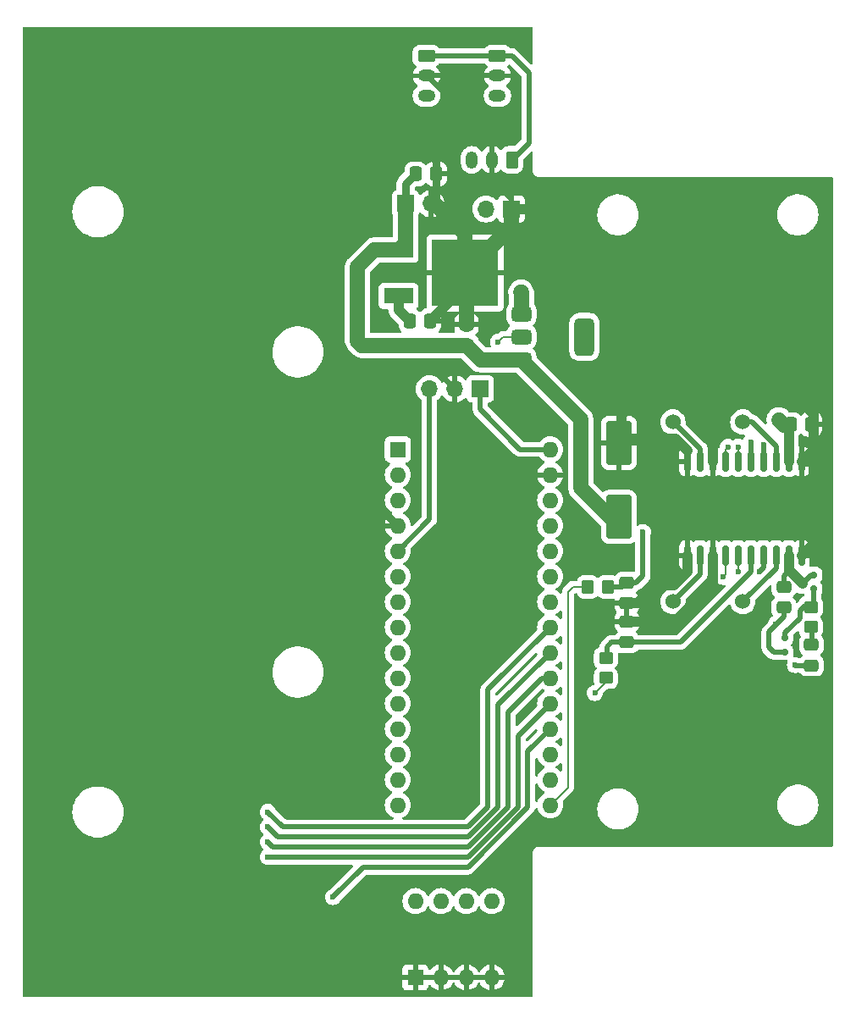
<source format=gbr>
%TF.GenerationSoftware,KiCad,Pcbnew,8.0.2*%
%TF.CreationDate,2024-10-05T18:09:16+02:00*%
%TF.ProjectId,CalkaBot_PCB,43616c6b-6142-46f7-945f-5043422e6b69,rev?*%
%TF.SameCoordinates,Original*%
%TF.FileFunction,Copper,L1,Top*%
%TF.FilePolarity,Positive*%
%FSLAX46Y46*%
G04 Gerber Fmt 4.6, Leading zero omitted, Abs format (unit mm)*
G04 Created by KiCad (PCBNEW 8.0.2) date 2024-10-05 18:09:16*
%MOMM*%
%LPD*%
G01*
G04 APERTURE LIST*
G04 Aperture macros list*
%AMRoundRect*
0 Rectangle with rounded corners*
0 $1 Rounding radius*
0 $2 $3 $4 $5 $6 $7 $8 $9 X,Y pos of 4 corners*
0 Add a 4 corners polygon primitive as box body*
4,1,4,$2,$3,$4,$5,$6,$7,$8,$9,$2,$3,0*
0 Add four circle primitives for the rounded corners*
1,1,$1+$1,$2,$3*
1,1,$1+$1,$4,$5*
1,1,$1+$1,$6,$7*
1,1,$1+$1,$8,$9*
0 Add four rect primitives between the rounded corners*
20,1,$1+$1,$2,$3,$4,$5,0*
20,1,$1+$1,$4,$5,$6,$7,0*
20,1,$1+$1,$6,$7,$8,$9,0*
20,1,$1+$1,$8,$9,$2,$3,0*%
G04 Aperture macros list end*
%TA.AperFunction,ComponentPad*%
%ADD10R,1.600000X1.600000*%
%TD*%
%TA.AperFunction,ComponentPad*%
%ADD11O,1.600000X1.600000*%
%TD*%
%TA.AperFunction,SMDPad,CuDef*%
%ADD12RoundRect,0.250000X1.000000X-1.950000X1.000000X1.950000X-1.000000X1.950000X-1.000000X-1.950000X0*%
%TD*%
%TA.AperFunction,ComponentPad*%
%ADD13C,1.524000*%
%TD*%
%TA.AperFunction,SMDPad,CuDef*%
%ADD14RoundRect,0.250000X-0.337500X-0.475000X0.337500X-0.475000X0.337500X0.475000X-0.337500X0.475000X0*%
%TD*%
%TA.AperFunction,ComponentPad*%
%ADD15R,1.700000X1.700000*%
%TD*%
%TA.AperFunction,ComponentPad*%
%ADD16O,1.700000X1.700000*%
%TD*%
%TA.AperFunction,SMDPad,CuDef*%
%ADD17RoundRect,0.250000X-0.475000X0.337500X-0.475000X-0.337500X0.475000X-0.337500X0.475000X0.337500X0*%
%TD*%
%TA.AperFunction,SMDPad,CuDef*%
%ADD18RoundRect,0.150000X-0.200000X0.150000X-0.200000X-0.150000X0.200000X-0.150000X0.200000X0.150000X0*%
%TD*%
%TA.AperFunction,SMDPad,CuDef*%
%ADD19RoundRect,0.250000X-0.450000X0.350000X-0.450000X-0.350000X0.450000X-0.350000X0.450000X0.350000X0*%
%TD*%
%TA.AperFunction,ComponentPad*%
%ADD20RoundRect,0.250000X-0.625000X0.350000X-0.625000X-0.350000X0.625000X-0.350000X0.625000X0.350000X0*%
%TD*%
%TA.AperFunction,ComponentPad*%
%ADD21O,1.750000X1.200000*%
%TD*%
%TA.AperFunction,SMDPad,CuDef*%
%ADD22R,3.000000X1.600000*%
%TD*%
%TA.AperFunction,SMDPad,CuDef*%
%ADD23R,6.700000X6.700000*%
%TD*%
%TA.AperFunction,ComponentPad*%
%ADD24RoundRect,0.250000X0.350000X0.625000X-0.350000X0.625000X-0.350000X-0.625000X0.350000X-0.625000X0*%
%TD*%
%TA.AperFunction,ComponentPad*%
%ADD25O,1.200000X1.750000*%
%TD*%
%TA.AperFunction,SMDPad,CuDef*%
%ADD26RoundRect,0.150000X-0.150000X0.850000X-0.150000X-0.850000X0.150000X-0.850000X0.150000X0.850000X0*%
%TD*%
%TA.AperFunction,HeatsinkPad*%
%ADD27C,0.490000*%
%TD*%
%TA.AperFunction,HeatsinkPad*%
%ADD28R,12.090000X6.045000*%
%TD*%
%TA.AperFunction,SMDPad,CuDef*%
%ADD29RoundRect,0.250000X0.350000X0.450000X-0.350000X0.450000X-0.350000X-0.450000X0.350000X-0.450000X0*%
%TD*%
%TA.AperFunction,SMDPad,CuDef*%
%ADD30RoundRect,0.250000X0.475000X-0.337500X0.475000X0.337500X-0.475000X0.337500X-0.475000X-0.337500X0*%
%TD*%
%TA.AperFunction,SMDPad,CuDef*%
%ADD31RoundRect,0.375000X-0.625000X-0.375000X0.625000X-0.375000X0.625000X0.375000X-0.625000X0.375000X0*%
%TD*%
%TA.AperFunction,SMDPad,CuDef*%
%ADD32RoundRect,0.500000X-0.500000X-1.400000X0.500000X-1.400000X0.500000X1.400000X-0.500000X1.400000X0*%
%TD*%
%TA.AperFunction,ViaPad*%
%ADD33C,0.600000*%
%TD*%
%TA.AperFunction,ViaPad*%
%ADD34C,0.800000*%
%TD*%
%TA.AperFunction,ViaPad*%
%ADD35C,1.000000*%
%TD*%
%TA.AperFunction,Conductor*%
%ADD36C,0.500000*%
%TD*%
%TA.AperFunction,Conductor*%
%ADD37C,1.000000*%
%TD*%
%TA.AperFunction,Conductor*%
%ADD38C,1.500000*%
%TD*%
%TA.AperFunction,Conductor*%
%ADD39C,0.800000*%
%TD*%
%TA.AperFunction,Conductor*%
%ADD40C,0.200000*%
%TD*%
G04 APERTURE END LIST*
D10*
%TO.P,A1,1,D1/TX*%
%TO.N,unconnected-(A1-D1{slash}TX-Pad1)*%
X57990000Y-61750000D03*
D11*
%TO.P,A1,2,D0/RX*%
%TO.N,unconnected-(A1-D0{slash}RX-Pad2)*%
X57990000Y-64290000D03*
%TO.P,A1,3,~{RESET}*%
%TO.N,unconnected-(A1-~{RESET}-Pad3)*%
X57990000Y-66830000D03*
%TO.P,A1,4,GND*%
%TO.N,GND*%
X57990000Y-69370000D03*
%TO.P,A1,5,D2*%
%TO.N,START_MODULE*%
X57990000Y-71910000D03*
%TO.P,A1,6,D3*%
%TO.N,M_FRONT*%
X57990000Y-74450000D03*
%TO.P,A1,7,D4*%
%TO.N,Net-(A1-D4)*%
X57990000Y-76990000D03*
%TO.P,A1,8,D5*%
%TO.N,Net-(A1-D5)*%
X57990000Y-79530000D03*
%TO.P,A1,9,D6*%
%TO.N,Net-(A1-D6)*%
X57990000Y-82070000D03*
%TO.P,A1,10,D7*%
%TO.N,Net-(A1-D7)*%
X57990000Y-84610000D03*
%TO.P,A1,11,D8*%
%TO.N,M_IN2A*%
X57990000Y-87150000D03*
%TO.P,A1,12,D9*%
%TO.N,M_IN1A*%
X57990000Y-89690000D03*
%TO.P,A1,13,D10*%
%TO.N,M_IN1B*%
X57990000Y-92230000D03*
%TO.P,A1,14,D11*%
%TO.N,M_IN2B*%
X57990000Y-94770000D03*
%TO.P,A1,15,D12*%
%TO.N,M_ENB*%
X57990000Y-97310000D03*
%TO.P,A1,16,D13*%
%TO.N,M_ENA*%
X73230000Y-97310000D03*
%TO.P,A1,17,3V3*%
%TO.N,unconnected-(A1-3V3-Pad17)*%
X73230000Y-94770000D03*
%TO.P,A1,18,AREF*%
%TO.N,unconnected-(A1-AREF-Pad18)*%
X73230000Y-92230000D03*
%TO.P,A1,19,A0*%
%TO.N,FLOOR_SENSOR_RIGHT*%
X73230000Y-89690000D03*
%TO.P,A1,20,A1*%
%TO.N,FLOOR_SENSOR_LEFT*%
X73230000Y-87150000D03*
%TO.P,A1,21,A2*%
%TO.N,Net-(A1-A2)*%
X73230000Y-84610000D03*
%TO.P,A1,22,A3*%
%TO.N,Net-(A1-A3)*%
X73230000Y-82070000D03*
%TO.P,A1,23,A4*%
%TO.N,Net-(A1-A4)*%
X73230000Y-79530000D03*
%TO.P,A1,24,A5*%
%TO.N,unconnected-(A1-A5-Pad24)*%
X73230000Y-76990000D03*
%TO.P,A1,25,A6*%
%TO.N,unconnected-(A1-A6-Pad25)*%
X73230000Y-74450000D03*
%TO.P,A1,26,A7*%
%TO.N,unconnected-(A1-A7-Pad26)*%
X73230000Y-71910000D03*
%TO.P,A1,27,+5V*%
%TO.N,unconnected-(A1-+5V-Pad27)*%
X73230000Y-69370000D03*
%TO.P,A1,28,~{RESET}*%
%TO.N,unconnected-(A1-~{RESET}-Pad28)*%
X73230000Y-66830000D03*
%TO.P,A1,29,GND*%
%TO.N,GND*%
X73230000Y-64290000D03*
%TO.P,A1,30,VIN*%
%TO.N,+5V*%
X73230000Y-61750000D03*
%TD*%
D12*
%TO.P,C8,1*%
%TO.N,MotorPower*%
X80100000Y-68500000D03*
%TO.P,C8,2*%
%TO.N,GND*%
X80100000Y-61100000D03*
%TD*%
D13*
%TO.P,M1,1,+*%
%TO.N,Net-(CR1-OUT2A)*%
X92500000Y-59000000D03*
%TO.P,M1,2,-*%
%TO.N,Net-(CR1-OUT1A)*%
X85500000Y-59000000D03*
%TD*%
D14*
%TO.P,C1,1*%
%TO.N,MotorPower*%
X59762500Y-34200000D03*
%TO.P,C1,2*%
%TO.N,GND*%
X61837500Y-34200000D03*
%TD*%
D10*
%TO.P,SW1,1*%
%TO.N,GND*%
X59760000Y-114520000D03*
D11*
%TO.P,SW1,2*%
X62300000Y-114520000D03*
%TO.P,SW1,3*%
X64840000Y-114520000D03*
%TO.P,SW1,4*%
X67380000Y-114520000D03*
%TO.P,SW1,5*%
%TO.N,Net-(A1-D7)*%
X67380000Y-106900000D03*
%TO.P,SW1,6*%
%TO.N,Net-(A1-D6)*%
X64840000Y-106900000D03*
%TO.P,SW1,7*%
%TO.N,Net-(A1-D5)*%
X62300000Y-106900000D03*
%TO.P,SW1,8*%
%TO.N,Net-(A1-D4)*%
X59760000Y-106900000D03*
%TD*%
D15*
%TO.P,J4,1,Pin_1*%
%TO.N,MotorPower*%
X58762500Y-37187500D03*
D16*
%TO.P,J4,2,Pin_2*%
%TO.N,GND*%
X61302500Y-37187500D03*
%TD*%
D15*
%TO.P,J6,1,Pin_1*%
%TO.N,+5V*%
X66240000Y-55700000D03*
D16*
%TO.P,J6,2,Pin_2*%
%TO.N,GND*%
X63700000Y-55700000D03*
%TO.P,J6,3,Pin_3*%
%TO.N,START_MODULE*%
X61160000Y-55700000D03*
%TD*%
D17*
%TO.P,C3,1*%
%TO.N,Net-(C3-Pad1)*%
X99350000Y-81262500D03*
%TO.P,C3,2*%
%TO.N,Net-(CR1-VCP)*%
X99350000Y-83337500D03*
%TD*%
D18*
%TO.P,D1,1,K*%
%TO.N,Net-(D1-K)*%
X99600000Y-75700000D03*
%TO.P,D1,2,A*%
%TO.N,MotorPower*%
X99600000Y-74300000D03*
%TD*%
D17*
%TO.P,C4,1*%
%TO.N,MotorPower*%
X96600000Y-75462500D03*
%TO.P,C4,2*%
%TO.N,Net-(CR1-VBOOT)*%
X96600000Y-77537500D03*
%TD*%
D19*
%TO.P,R7,1*%
%TO.N,Net-(CR1-ENB)*%
X78800000Y-82600000D03*
%TO.P,R7,2*%
%TO.N,M_ENB*%
X78800000Y-84600000D03*
%TD*%
D20*
%TO.P,J3,1,Pin_1*%
%TO.N,+5V*%
X67950000Y-22400000D03*
D21*
%TO.P,J3,2,Pin_2*%
%TO.N,GND*%
X67950000Y-24400000D03*
%TO.P,J3,3,Pin_3*%
%TO.N,Net-(A1-A3)*%
X67950000Y-26400000D03*
%TD*%
D22*
%TO.P,U1,1,IN*%
%TO.N,MotorPower*%
X58062500Y-41812500D03*
D23*
%TO.P,U1,2,GND*%
%TO.N,GND*%
X64712500Y-44112500D03*
D22*
%TO.P,U1,3,OUT*%
%TO.N,+5V*%
X58062500Y-46412500D03*
%TD*%
D14*
%TO.P,C2,1*%
%TO.N,+5V*%
X59162500Y-48900000D03*
%TO.P,C2,2*%
%TO.N,GND*%
X61237500Y-48900000D03*
%TD*%
D24*
%TO.P,J1,1,Pin_1*%
%TO.N,+5V*%
X69400000Y-32800000D03*
D25*
%TO.P,J1,2,Pin_2*%
%TO.N,GND*%
X67400000Y-32800000D03*
%TO.P,J1,3,Pin_3*%
%TO.N,Net-(A1-A4)*%
X65400000Y-32800000D03*
%TD*%
D18*
%TO.P,D2,1,K*%
%TO.N,Net-(CR1-VBOOT)*%
X96700000Y-82000000D03*
%TO.P,D2,2,A*%
%TO.N,Net-(D1-K)*%
X96700000Y-80600000D03*
%TD*%
D13*
%TO.P,M2,1,+*%
%TO.N,Net-(CR1-OUT1B)*%
X85500000Y-76956000D03*
%TO.P,M2,2,-*%
%TO.N,Net-(CR1-OUT2B)*%
X92500000Y-76956000D03*
%TD*%
D26*
%TO.P,CR1,1,GND*%
%TO.N,GND*%
X98362500Y-62985000D03*
%TO.P,CR1,2,VSA*%
%TO.N,MotorPower*%
X97092500Y-62985000D03*
%TO.P,CR1,3,OUT2A*%
%TO.N,Net-(CR1-OUT2A)*%
X95822500Y-62985000D03*
%TO.P,CR1,4,VCP*%
%TO.N,Net-(CR1-VCP)*%
X94552500Y-62985000D03*
%TO.P,CR1,5,ENA*%
%TO.N,Net-(CR1-ENA)*%
X93282500Y-62985000D03*
%TO.P,CR1,6,IN1A*%
%TO.N,M_IN1A*%
X92012500Y-62985000D03*
%TO.P,CR1,7,IN2A*%
%TO.N,M_IN2A*%
X90742500Y-62985000D03*
%TO.P,CR1,8,SENSEA*%
%TO.N,GND*%
X89472500Y-62985000D03*
%TO.P,CR1,9,OUT1A*%
%TO.N,Net-(CR1-OUT1A)*%
X88202500Y-62985000D03*
%TO.P,CR1,10,GND*%
%TO.N,GND*%
X86932500Y-62985000D03*
%TO.P,CR1,11,GND*%
X86932500Y-72335000D03*
%TO.P,CR1,12,OUT1B*%
%TO.N,Net-(CR1-OUT1B)*%
X88202500Y-72335000D03*
%TO.P,CR1,13,SENSEB*%
%TO.N,GND*%
X89472500Y-72335000D03*
%TO.P,CR1,14,IN1B*%
%TO.N,M_IN1B*%
X90742500Y-72335000D03*
%TO.P,CR1,15,IN2B*%
%TO.N,M_IN2B*%
X92012500Y-72335000D03*
%TO.P,CR1,16,ENB*%
%TO.N,Net-(CR1-ENB)*%
X93282500Y-72335000D03*
%TO.P,CR1,17,VBOOT*%
%TO.N,Net-(CR1-VBOOT)*%
X94552500Y-72335000D03*
%TO.P,CR1,18,OUT2B*%
%TO.N,Net-(CR1-OUT2B)*%
X95822500Y-72335000D03*
%TO.P,CR1,19,VSB*%
%TO.N,MotorPower*%
X97092500Y-72335000D03*
%TO.P,CR1,20,GND*%
%TO.N,GND*%
X98362500Y-72335000D03*
D27*
%TO.P,CR1,21,GND*%
X94380000Y-67000000D03*
X93885000Y-67000000D03*
X93390000Y-67000000D03*
X92895000Y-67000000D03*
X92400000Y-67000000D03*
X91905000Y-67000000D03*
X91410000Y-67000000D03*
X90915000Y-67000000D03*
X94380000Y-67660000D03*
X93885000Y-67660000D03*
X93390000Y-67660000D03*
X92895000Y-67660000D03*
D28*
X92647500Y-67660000D03*
D27*
X92400000Y-67660000D03*
X91905000Y-67660000D03*
X91410000Y-67660000D03*
X90915000Y-67660000D03*
X94380000Y-68320000D03*
X93885000Y-68320000D03*
X93390000Y-68320000D03*
X92895000Y-68320000D03*
X92400000Y-68320000D03*
X91905000Y-68320000D03*
X91410000Y-68320000D03*
X90915000Y-68320000D03*
%TD*%
D29*
%TO.P,R6,1*%
%TO.N,Net-(CR1-ENA)*%
X79000000Y-75500000D03*
%TO.P,R6,2*%
%TO.N,M_ENA*%
X77000000Y-75500000D03*
%TD*%
D17*
%TO.P,C6,1*%
%TO.N,GND*%
X80900000Y-78962500D03*
%TO.P,C6,2*%
%TO.N,Net-(CR1-ENB)*%
X80900000Y-81037500D03*
%TD*%
D30*
%TO.P,C9,1*%
%TO.N,MotorPower*%
X64862500Y-51350000D03*
%TO.P,C9,2*%
%TO.N,GND*%
X64862500Y-49275000D03*
%TD*%
D15*
%TO.P,J5,1,Pin_1*%
%TO.N,GND*%
X69337500Y-37712500D03*
D16*
%TO.P,J5,2,Pin_2*%
%TO.N,Net-(D3-K)*%
X66797500Y-37712500D03*
%TD*%
D19*
%TO.P,R2,1*%
%TO.N,Net-(D1-K)*%
X99300000Y-77500000D03*
%TO.P,R2,2*%
%TO.N,Net-(C3-Pad1)*%
X99300000Y-79500000D03*
%TD*%
D20*
%TO.P,J2,1,Pin_1*%
%TO.N,+5V*%
X60850000Y-22400000D03*
D21*
%TO.P,J2,2,Pin_2*%
%TO.N,GND*%
X60850000Y-24400000D03*
%TO.P,J2,3,Pin_3*%
%TO.N,Net-(A1-A2)*%
X60850000Y-26400000D03*
%TD*%
D31*
%TO.P,Q3,1,E*%
%TO.N,Net-(D3-K)*%
X70350000Y-48200000D03*
%TO.P,Q3,2,B*%
%TO.N,M_FRONT*%
X70350000Y-50500000D03*
%TO.P,Q3,3,C*%
%TO.N,MotorPower*%
X70350000Y-52800000D03*
D32*
%TO.P,Q3,4*%
%TO.N,N/C*%
X76650000Y-50500000D03*
%TD*%
D30*
%TO.P,C5,1*%
%TO.N,GND*%
X80900000Y-77137500D03*
%TO.P,C5,2*%
%TO.N,Net-(CR1-ENA)*%
X80900000Y-75062500D03*
%TD*%
D14*
%TO.P,C7,1*%
%TO.N,MotorPower*%
X97262500Y-59250000D03*
%TO.P,C7,2*%
%TO.N,GND*%
X99337500Y-59250000D03*
%TD*%
D33*
%TO.N,GND*%
X83800000Y-72000000D03*
%TO.N,+5V*%
X58062500Y-47800000D03*
D34*
%TO.N,MotorPower*%
X75225000Y-57675000D03*
D33*
X98450000Y-75200000D03*
X96100000Y-58800000D03*
%TO.N,M_IN2B*%
X92000000Y-74000000D03*
%TO.N,M_IN1B*%
X90500000Y-74500000D03*
%TO.N,M_IN2A*%
X91000000Y-61500000D03*
%TO.N,M_IN1A*%
X92000000Y-61500000D03*
%TO.N,M_ENB*%
X77700000Y-86100000D03*
%TO.N,Net-(CR1-VCP)*%
X97700000Y-83300000D03*
X94600000Y-61300000D03*
%TO.N,Net-(CR1-VBOOT)*%
X94150000Y-73950000D03*
X95800000Y-79200000D03*
%TO.N,Net-(CR1-ENA)*%
X93300000Y-61000000D03*
X82500000Y-70000000D03*
%TO.N,M_FRONT*%
X68000000Y-51000000D03*
D35*
%TO.N,Net-(D3-K)*%
X70300000Y-46000000D03*
D33*
%TO.N,Net-(A1-A2)*%
X45000000Y-101000000D03*
%TO.N,Net-(A1-A3)*%
X45000000Y-99500000D03*
%TO.N,FLOOR_SENSOR_RIGHT*%
X51500000Y-106500000D03*
%TO.N,FLOOR_SENSOR_LEFT*%
X45000000Y-102500000D03*
%TO.N,Net-(A1-A4)*%
X45000000Y-98000000D03*
%TD*%
D36*
%TO.N,GND*%
X81137500Y-79200000D02*
X80900000Y-78962500D01*
D37*
X82300000Y-56400000D02*
X80400000Y-54500000D01*
X80400000Y-54100000D02*
X80400000Y-58300000D01*
D36*
X60850000Y-24400000D02*
X67950000Y-24400000D01*
X61302500Y-37187500D02*
X61837500Y-36652500D01*
D37*
X81962500Y-77137500D02*
X80900000Y-77137500D01*
X73212500Y-37712500D02*
X80400000Y-44900000D01*
X99537500Y-59300000D02*
X99537500Y-61810000D01*
D36*
X86932500Y-62985000D02*
X86932500Y-61832500D01*
D37*
X97700000Y-56400000D02*
X99537500Y-58237500D01*
X99235000Y-62985000D02*
X99550000Y-63300000D01*
D38*
X61687500Y-37187500D02*
X63756250Y-39256250D01*
D37*
X89472500Y-75227500D02*
X85700000Y-79000000D01*
X97700000Y-56400000D02*
X86300000Y-56400000D01*
D39*
X51700000Y-50300000D02*
X51700000Y-55800000D01*
D37*
X69337500Y-37712500D02*
X73212500Y-37712500D01*
X85600000Y-75300000D02*
X83800000Y-75300000D01*
X99537500Y-58237500D02*
X99537500Y-59300000D01*
D36*
X80900000Y-77137500D02*
X80900000Y-78762500D01*
X63700000Y-55700000D02*
X61600000Y-53600000D01*
D40*
X69262500Y-37637500D02*
X69337500Y-37712500D01*
D37*
X82500000Y-60700000D02*
X80500000Y-60700000D01*
X83800000Y-72000000D02*
X83800000Y-62000000D01*
D40*
X80400000Y-60800000D02*
X80100000Y-61100000D01*
D37*
X80400000Y-44900000D02*
X80400000Y-54100000D01*
D36*
X63700000Y-55700000D02*
X63700000Y-57900000D01*
D37*
X64712500Y-44112500D02*
X64712500Y-45425000D01*
D36*
X67400000Y-30950000D02*
X60850000Y-24400000D01*
X63700000Y-57900000D02*
X70100000Y-64300000D01*
D38*
X63756250Y-39256250D02*
X64712500Y-40212500D01*
D37*
X89472500Y-62985000D02*
X89472500Y-59572500D01*
D36*
X70100000Y-64300000D02*
X73220000Y-64300000D01*
D39*
X59740000Y-114500000D02*
X59760000Y-114520000D01*
D37*
X83800000Y-75300000D02*
X83800000Y-72000000D01*
X99550000Y-63300000D02*
X99550000Y-71147500D01*
D38*
X61302500Y-37187500D02*
X61687500Y-37187500D01*
D36*
X51700000Y-51400000D02*
X51700000Y-50300000D01*
D39*
X51700000Y-63080000D02*
X57990000Y-69370000D01*
D37*
X86932500Y-61832500D02*
X85800000Y-60700000D01*
D36*
X67400000Y-32800000D02*
X67400000Y-34800000D01*
X62300000Y-114520000D02*
X59760000Y-114520000D01*
D37*
X89472500Y-72335000D02*
X89472500Y-75227500D01*
D39*
X51700000Y-38000000D02*
X51700000Y-50300000D01*
D36*
X80400000Y-54500000D02*
X80400000Y-54100000D01*
X61600000Y-53600000D02*
X53900000Y-53600000D01*
X69337500Y-36737500D02*
X69337500Y-37712500D01*
D38*
X69337500Y-39487500D02*
X64712500Y-44112500D01*
D36*
X80500000Y-60700000D02*
X80100000Y-61100000D01*
D39*
X61837500Y-34200000D02*
X61837500Y-32937500D01*
D37*
X89472500Y-59572500D02*
X86300000Y-56400000D01*
X85700000Y-79000000D02*
X81337500Y-79000000D01*
X99537500Y-61810000D02*
X98362500Y-62985000D01*
X61302500Y-37187500D02*
X61300000Y-37185000D01*
X83800000Y-75300000D02*
X81962500Y-77137500D01*
X86932500Y-73967500D02*
X85600000Y-75300000D01*
D38*
X64712500Y-40212500D02*
X64712500Y-44112500D01*
D36*
X67400000Y-34800000D02*
X69337500Y-36737500D01*
X67400000Y-32800000D02*
X67400000Y-30950000D01*
D37*
X86300000Y-56400000D02*
X82300000Y-56400000D01*
D36*
X67380000Y-114520000D02*
X64840000Y-114520000D01*
D39*
X51700000Y-55800000D02*
X51700000Y-63080000D01*
X61300000Y-32400000D02*
X57300000Y-32400000D01*
D38*
X64862500Y-44262500D02*
X64712500Y-44112500D01*
D37*
X85800000Y-60700000D02*
X82500000Y-60700000D01*
D39*
X61837500Y-32937500D02*
X61300000Y-32400000D01*
D37*
X98362500Y-62985000D02*
X99235000Y-62985000D01*
X99550000Y-71147500D02*
X98362500Y-72335000D01*
X80400000Y-58300000D02*
X80400000Y-60800000D01*
D39*
X61837500Y-36652500D02*
X61837500Y-34200000D01*
D36*
X73220000Y-64300000D02*
X73230000Y-64290000D01*
D37*
X64712500Y-45425000D02*
X61237500Y-48900000D01*
X86932500Y-72335000D02*
X86932500Y-73967500D01*
D36*
X80900000Y-78762500D02*
X80700000Y-78962500D01*
D39*
X57300000Y-32400000D02*
X51700000Y-38000000D01*
D37*
X83800000Y-62000000D02*
X82500000Y-60700000D01*
X82300000Y-56400000D02*
X80400000Y-58300000D01*
D36*
X53900000Y-53600000D02*
X51700000Y-51400000D01*
X64840000Y-114520000D02*
X62300000Y-114520000D01*
X61200000Y-37085000D02*
X61302500Y-37187500D01*
D37*
X61256250Y-37141250D02*
X61302500Y-37187500D01*
D38*
X69337500Y-37712500D02*
X69337500Y-39487500D01*
X64862500Y-49275000D02*
X64862500Y-44262500D01*
D36*
X53900000Y-53600000D02*
X51700000Y-55800000D01*
D37*
X63800000Y-43200000D02*
X64712500Y-44112500D01*
%TO.N,+5V*%
X58400000Y-46750000D02*
X58062500Y-46412500D01*
D36*
X69400000Y-22400000D02*
X67950000Y-22400000D01*
X71100000Y-31100000D02*
X71100000Y-24100000D01*
X69400000Y-32800000D02*
X71100000Y-31100000D01*
D37*
X58062500Y-46412500D02*
X58062500Y-47800000D01*
D36*
X66240000Y-57760000D02*
X70230000Y-61750000D01*
D40*
X60850000Y-22400000D02*
X60650000Y-22200000D01*
D36*
X70230000Y-61750000D02*
X73230000Y-61750000D01*
D37*
X58062500Y-47800000D02*
X59162500Y-48900000D01*
D36*
X60850000Y-22400000D02*
X67950000Y-22400000D01*
X71100000Y-24100000D02*
X69400000Y-22400000D01*
X66240000Y-55700000D02*
X66240000Y-57760000D01*
D38*
%TO.N,MotorPower*%
X70350000Y-52800000D02*
X66312500Y-52800000D01*
X53962500Y-43512500D02*
X53962500Y-50912500D01*
X58062500Y-41812500D02*
X55662500Y-41812500D01*
X79200000Y-68500000D02*
X80100000Y-68500000D01*
D36*
X97092500Y-73907500D02*
X96600000Y-74400000D01*
D38*
X70350000Y-52800000D02*
X76300000Y-58750000D01*
X55662500Y-41812500D02*
X53962500Y-43512500D01*
D36*
X96600000Y-74400000D02*
X96600000Y-75462500D01*
X59400000Y-36550000D02*
X58762500Y-37187500D01*
D37*
X97092500Y-62985000D02*
X97092500Y-59670000D01*
D39*
X58762500Y-35200000D02*
X59762500Y-34200000D01*
D38*
X53962500Y-50912500D02*
X54400000Y-51350000D01*
X58762500Y-37187500D02*
X58762500Y-41112500D01*
D36*
X97092500Y-72335000D02*
X97092500Y-73192500D01*
D38*
X76300000Y-58750000D02*
X76300000Y-65600000D01*
D36*
X97092500Y-72335000D02*
X97092500Y-73907500D01*
X98450000Y-75200000D02*
X99350000Y-74300000D01*
X99350000Y-74300000D02*
X99600000Y-74300000D01*
D38*
X66312500Y-52800000D02*
X64862500Y-51350000D01*
X54400000Y-51350000D02*
X64862500Y-51350000D01*
X58762500Y-41112500D02*
X58062500Y-41812500D01*
D37*
X97092500Y-73842500D02*
X97092500Y-72335000D01*
D38*
X76300000Y-65600000D02*
X79200000Y-68500000D01*
D39*
X58762500Y-37187500D02*
X58762500Y-35200000D01*
D38*
X96100000Y-58800000D02*
X96600000Y-59300000D01*
D37*
X98450000Y-75200000D02*
X97092500Y-73842500D01*
D40*
%TO.N,M_IN2B*%
X92012500Y-72335000D02*
X92012500Y-73987500D01*
X92012500Y-73987500D02*
X92000000Y-74000000D01*
%TO.N,M_IN1B*%
X90500000Y-74500000D02*
X90742500Y-74257500D01*
X90742500Y-74257500D02*
X90742500Y-72335000D01*
%TO.N,M_IN2A*%
X90742500Y-61757500D02*
X91000000Y-61500000D01*
X90742500Y-62985000D02*
X90742500Y-61757500D01*
%TO.N,M_IN1A*%
X92012500Y-62985000D02*
X92012500Y-61512500D01*
X92012500Y-61512500D02*
X92000000Y-61500000D01*
%TO.N,M_ENA*%
X75000000Y-76000000D02*
X75000000Y-95540000D01*
X77000000Y-75500000D02*
X75500000Y-75500000D01*
X75000000Y-95540000D02*
X73230000Y-97310000D01*
X75500000Y-75500000D02*
X75000000Y-76000000D01*
%TO.N,M_ENB*%
X78800000Y-85000000D02*
X77700000Y-86100000D01*
X78800000Y-84600000D02*
X78800000Y-85000000D01*
D36*
%TO.N,Net-(C3-Pad1)*%
X99400000Y-79400000D02*
X99400000Y-81262500D01*
%TO.N,Net-(CR1-VCP)*%
X97737500Y-83337500D02*
X97700000Y-83300000D01*
X99400000Y-83337500D02*
X97737500Y-83337500D01*
X94600000Y-61300000D02*
X94600000Y-62937500D01*
X94600000Y-62937500D02*
X94552500Y-62985000D01*
%TO.N,Net-(CR1-VBOOT)*%
X95100000Y-81500000D02*
X95100000Y-80000000D01*
X96700000Y-82000000D02*
X95600000Y-82000000D01*
X96600000Y-78500000D02*
X96600000Y-77537500D01*
X94150000Y-73950000D02*
X94552500Y-73547500D01*
X94552500Y-73547500D02*
X94552500Y-72335000D01*
X95100000Y-80000000D02*
X96600000Y-78500000D01*
X95600000Y-82000000D02*
X95100000Y-81500000D01*
%TO.N,Net-(CR1-ENA)*%
X82500000Y-74400000D02*
X82500000Y-70000000D01*
X93300000Y-61000000D02*
X93300000Y-62967500D01*
X81837500Y-75062500D02*
X82500000Y-74400000D01*
X80462500Y-75500000D02*
X80900000Y-75062500D01*
X93300000Y-62967500D02*
X93282500Y-62985000D01*
X80900000Y-75062500D02*
X81837500Y-75062500D01*
X79000000Y-75500000D02*
X80462500Y-75500000D01*
%TO.N,Net-(CR1-ENB)*%
X79362500Y-81037500D02*
X78900000Y-81500000D01*
X80900000Y-81037500D02*
X86262500Y-81037500D01*
X93282500Y-74017500D02*
X93282500Y-72335000D01*
X78900000Y-81500000D02*
X78900000Y-82500000D01*
X86262500Y-81037500D02*
X93282500Y-74017500D01*
X78900000Y-82500000D02*
X78800000Y-82600000D01*
X80900000Y-81037500D02*
X79362500Y-81037500D01*
%TO.N,Net-(D1-K)*%
X96700000Y-80100000D02*
X96700000Y-80600000D01*
X99600000Y-75700000D02*
X99600000Y-77200000D01*
X98200000Y-77900000D02*
X98200000Y-78600000D01*
X98700000Y-77400000D02*
X98200000Y-77900000D01*
X98200000Y-78600000D02*
X96700000Y-80100000D01*
X99400000Y-77400000D02*
X98700000Y-77400000D01*
D40*
%TO.N,M_FRONT*%
X68500000Y-50500000D02*
X70350000Y-50500000D01*
X68000000Y-51000000D02*
X68500000Y-50500000D01*
D38*
%TO.N,Net-(D3-K)*%
X70350000Y-48200000D02*
X70350000Y-46050000D01*
X70350000Y-46050000D02*
X70300000Y-46000000D01*
D36*
%TO.N,Net-(A1-A2)*%
X65000000Y-101500000D02*
X69000000Y-97500000D01*
X72390000Y-84610000D02*
X73230000Y-84610000D01*
X45500000Y-101500000D02*
X65000000Y-101500000D01*
X69000000Y-97500000D02*
X69000000Y-88000000D01*
X45000000Y-101000000D02*
X45500000Y-101500000D01*
X69000000Y-88000000D02*
X72390000Y-84610000D01*
%TO.N,Net-(A1-A3)*%
X68000000Y-97500000D02*
X68000000Y-87300000D01*
X45000000Y-99500000D02*
X46000000Y-100500000D01*
X65000000Y-100500000D02*
X68000000Y-97500000D01*
X46000000Y-100500000D02*
X65000000Y-100500000D01*
X68000000Y-87300000D02*
X73230000Y-82070000D01*
%TO.N,FLOOR_SENSOR_RIGHT*%
X71000000Y-97500000D02*
X71000000Y-91920000D01*
X54500000Y-103500000D02*
X65000000Y-103500000D01*
X71000000Y-91920000D02*
X73230000Y-89690000D01*
X65000000Y-103500000D02*
X71000000Y-97500000D01*
X51500000Y-106500000D02*
X54500000Y-103500000D01*
%TO.N,FLOOR_SENSOR_LEFT*%
X65000000Y-102500000D02*
X70000000Y-97500000D01*
X70000000Y-90380000D02*
X73230000Y-87150000D01*
X70000000Y-97500000D02*
X70000000Y-90380000D01*
X45000000Y-102500000D02*
X65000000Y-102500000D01*
%TO.N,Net-(CR1-OUT2A)*%
X95822500Y-62985000D02*
X95822500Y-61422500D01*
X93400000Y-59000000D02*
X92500000Y-59000000D01*
X95822500Y-61422500D02*
X93400000Y-59000000D01*
%TO.N,Net-(CR1-OUT2B)*%
X95822500Y-73633500D02*
X92500000Y-76956000D01*
X95822500Y-72335000D02*
X95822500Y-73633500D01*
%TO.N,Net-(CR1-OUT1B)*%
X88202500Y-74253500D02*
X85500000Y-76956000D01*
X88202500Y-72335000D02*
X88202500Y-74253500D01*
%TO.N,Net-(CR1-OUT1A)*%
X88202500Y-61702500D02*
X85500000Y-59000000D01*
X88202500Y-62985000D02*
X88202500Y-61702500D01*
%TO.N,START_MODULE*%
X61160000Y-68740000D02*
X57990000Y-71910000D01*
X61160000Y-55700000D02*
X61160000Y-68740000D01*
%TO.N,Net-(A1-A4)*%
X45000000Y-98000000D02*
X46500000Y-99500000D01*
X65000000Y-99500000D02*
X67000000Y-97500000D01*
X67000000Y-97500000D02*
X67000000Y-85760000D01*
X46500000Y-99500000D02*
X65000000Y-99500000D01*
X67000000Y-85760000D02*
X73230000Y-79530000D01*
%TD*%
%TA.AperFunction,Conductor*%
%TO.N,GND*%
G36*
X61979920Y-114274394D02*
G01*
X61927259Y-114365606D01*
X61900000Y-114467339D01*
X61900000Y-114572661D01*
X61927259Y-114674394D01*
X61979920Y-114765606D01*
X61984314Y-114770000D01*
X60075686Y-114770000D01*
X60080080Y-114765606D01*
X60132741Y-114674394D01*
X60160000Y-114572661D01*
X60160000Y-114467339D01*
X60132741Y-114365606D01*
X60080080Y-114274394D01*
X60075686Y-114270000D01*
X61984314Y-114270000D01*
X61979920Y-114274394D01*
G37*
%TD.AperFunction*%
%TA.AperFunction,Conductor*%
G36*
X64519920Y-114274394D02*
G01*
X64467259Y-114365606D01*
X64440000Y-114467339D01*
X64440000Y-114572661D01*
X64467259Y-114674394D01*
X64519920Y-114765606D01*
X64524314Y-114770000D01*
X62615686Y-114770000D01*
X62620080Y-114765606D01*
X62672741Y-114674394D01*
X62700000Y-114572661D01*
X62700000Y-114467339D01*
X62672741Y-114365606D01*
X62620080Y-114274394D01*
X62615686Y-114270000D01*
X64524314Y-114270000D01*
X64519920Y-114274394D01*
G37*
%TD.AperFunction*%
%TA.AperFunction,Conductor*%
G36*
X67059920Y-114274394D02*
G01*
X67007259Y-114365606D01*
X66980000Y-114467339D01*
X66980000Y-114572661D01*
X67007259Y-114674394D01*
X67059920Y-114765606D01*
X67064314Y-114770000D01*
X65155686Y-114770000D01*
X65160080Y-114765606D01*
X65212741Y-114674394D01*
X65240000Y-114572661D01*
X65240000Y-114467339D01*
X65212741Y-114365606D01*
X65160080Y-114274394D01*
X65155686Y-114270000D01*
X67064314Y-114270000D01*
X67059920Y-114274394D01*
G37*
%TD.AperFunction*%
%TA.AperFunction,Conductor*%
G36*
X63950000Y-57030633D02*
G01*
X64163483Y-56973433D01*
X64163492Y-56973429D01*
X64377578Y-56873600D01*
X64571078Y-56738108D01*
X64693133Y-56616053D01*
X64754456Y-56582568D01*
X64824148Y-56587552D01*
X64880082Y-56629423D01*
X64896997Y-56660401D01*
X64946202Y-56792328D01*
X64946206Y-56792335D01*
X65032452Y-56907544D01*
X65032455Y-56907547D01*
X65147664Y-56993793D01*
X65147671Y-56993797D01*
X65192618Y-57010561D01*
X65282517Y-57044091D01*
X65342127Y-57050500D01*
X65365497Y-57050499D01*
X65432536Y-57070181D01*
X65478292Y-57122983D01*
X65489500Y-57174499D01*
X65489500Y-57833918D01*
X65489500Y-57833920D01*
X65489499Y-57833920D01*
X65518340Y-57978907D01*
X65518343Y-57978917D01*
X65574914Y-58115492D01*
X65574915Y-58115494D01*
X65574916Y-58115495D01*
X65594359Y-58144594D01*
X65599558Y-58152374D01*
X65599559Y-58152377D01*
X65657046Y-58238414D01*
X65657052Y-58238421D01*
X69647049Y-62228416D01*
X69751584Y-62332951D01*
X69751585Y-62332952D01*
X69874498Y-62415080D01*
X69874511Y-62415087D01*
X70011082Y-62471656D01*
X70011087Y-62471658D01*
X70011091Y-62471658D01*
X70011092Y-62471659D01*
X70156079Y-62500500D01*
X70156082Y-62500500D01*
X70156083Y-62500500D01*
X70303917Y-62500500D01*
X72103337Y-62500500D01*
X72170376Y-62520185D01*
X72204912Y-62553377D01*
X72229954Y-62589141D01*
X72390858Y-62750045D01*
X72390861Y-62750047D01*
X72577266Y-62880568D01*
X72635865Y-62907893D01*
X72688305Y-62954065D01*
X72707457Y-63021258D01*
X72687242Y-63088139D01*
X72635867Y-63132657D01*
X72577515Y-63159867D01*
X72391179Y-63290342D01*
X72230342Y-63451179D01*
X72099865Y-63637517D01*
X72003734Y-63843673D01*
X72003730Y-63843682D01*
X71951127Y-64039999D01*
X71951128Y-64040000D01*
X72796988Y-64040000D01*
X72764075Y-64097007D01*
X72730000Y-64224174D01*
X72730000Y-64355826D01*
X72764075Y-64482993D01*
X72796988Y-64540000D01*
X71951128Y-64540000D01*
X72003730Y-64736317D01*
X72003734Y-64736326D01*
X72099865Y-64942482D01*
X72230342Y-65128820D01*
X72391179Y-65289657D01*
X72577518Y-65420134D01*
X72577520Y-65420135D01*
X72635865Y-65447342D01*
X72688305Y-65493514D01*
X72707457Y-65560707D01*
X72687242Y-65627589D01*
X72635867Y-65672105D01*
X72577268Y-65699431D01*
X72577264Y-65699433D01*
X72390858Y-65829954D01*
X72229954Y-65990858D01*
X72099432Y-66177265D01*
X72099431Y-66177267D01*
X72003261Y-66383502D01*
X72003258Y-66383511D01*
X71944366Y-66603302D01*
X71944364Y-66603313D01*
X71924532Y-66829998D01*
X71924532Y-66830001D01*
X71944364Y-67056686D01*
X71944366Y-67056697D01*
X72003258Y-67276488D01*
X72003261Y-67276497D01*
X72099431Y-67482732D01*
X72099432Y-67482734D01*
X72229954Y-67669141D01*
X72390858Y-67830045D01*
X72390861Y-67830047D01*
X72577266Y-67960568D01*
X72635275Y-67987618D01*
X72687714Y-68033791D01*
X72706866Y-68100984D01*
X72686650Y-68167865D01*
X72635275Y-68212382D01*
X72577267Y-68239431D01*
X72577265Y-68239432D01*
X72390858Y-68369954D01*
X72229954Y-68530858D01*
X72099432Y-68717265D01*
X72099431Y-68717267D01*
X72003261Y-68923502D01*
X72003258Y-68923511D01*
X71944366Y-69143302D01*
X71944365Y-69143310D01*
X71924532Y-69369998D01*
X71924532Y-69370001D01*
X71944364Y-69596686D01*
X71944366Y-69596697D01*
X72003258Y-69816488D01*
X72003261Y-69816497D01*
X72099431Y-70022732D01*
X72099432Y-70022734D01*
X72229954Y-70209141D01*
X72390858Y-70370045D01*
X72390861Y-70370047D01*
X72577266Y-70500568D01*
X72634683Y-70527342D01*
X72635275Y-70527618D01*
X72687714Y-70573791D01*
X72706866Y-70640984D01*
X72686650Y-70707865D01*
X72635275Y-70752382D01*
X72577267Y-70779431D01*
X72577265Y-70779432D01*
X72390858Y-70909954D01*
X72229954Y-71070858D01*
X72099432Y-71257265D01*
X72099431Y-71257267D01*
X72003261Y-71463502D01*
X72003258Y-71463511D01*
X71944366Y-71683302D01*
X71944364Y-71683313D01*
X71924532Y-71909998D01*
X71924532Y-71910001D01*
X71944364Y-72136686D01*
X71944366Y-72136697D01*
X72003258Y-72356488D01*
X72003261Y-72356497D01*
X72099431Y-72562732D01*
X72099432Y-72562734D01*
X72229954Y-72749141D01*
X72390858Y-72910045D01*
X72390861Y-72910047D01*
X72577266Y-73040568D01*
X72635275Y-73067618D01*
X72687714Y-73113791D01*
X72706866Y-73180984D01*
X72686650Y-73247865D01*
X72635275Y-73292382D01*
X72577267Y-73319431D01*
X72577265Y-73319432D01*
X72390858Y-73449954D01*
X72229954Y-73610858D01*
X72099432Y-73797265D01*
X72099431Y-73797267D01*
X72003261Y-74003502D01*
X72003258Y-74003511D01*
X71944366Y-74223302D01*
X71944364Y-74223313D01*
X71924532Y-74449998D01*
X71924532Y-74450001D01*
X71944364Y-74676686D01*
X71944366Y-74676697D01*
X72003258Y-74896488D01*
X72003261Y-74896497D01*
X72099431Y-75102732D01*
X72099432Y-75102734D01*
X72229954Y-75289141D01*
X72390858Y-75450045D01*
X72390861Y-75450047D01*
X72577266Y-75580568D01*
X72635275Y-75607618D01*
X72687714Y-75653791D01*
X72706866Y-75720984D01*
X72686650Y-75787865D01*
X72635275Y-75832382D01*
X72577267Y-75859431D01*
X72577265Y-75859432D01*
X72390858Y-75989954D01*
X72229954Y-76150858D01*
X72099432Y-76337265D01*
X72099431Y-76337267D01*
X72003261Y-76543502D01*
X72003258Y-76543511D01*
X71944366Y-76763302D01*
X71944364Y-76763313D01*
X71924532Y-76989998D01*
X71924532Y-76990001D01*
X71944364Y-77216686D01*
X71944366Y-77216697D01*
X72003258Y-77436488D01*
X72003261Y-77436497D01*
X72099431Y-77642732D01*
X72099432Y-77642734D01*
X72229954Y-77829141D01*
X72390858Y-77990045D01*
X72390861Y-77990047D01*
X72577266Y-78120568D01*
X72635275Y-78147618D01*
X72687714Y-78193791D01*
X72706866Y-78260984D01*
X72686650Y-78327865D01*
X72635275Y-78372382D01*
X72577267Y-78399431D01*
X72577265Y-78399432D01*
X72390858Y-78529954D01*
X72229954Y-78690858D01*
X72099432Y-78877265D01*
X72099431Y-78877267D01*
X72003261Y-79083502D01*
X72003258Y-79083511D01*
X71944366Y-79303302D01*
X71944364Y-79303313D01*
X71924532Y-79529998D01*
X71924532Y-79530003D01*
X71939129Y-79696861D01*
X71925362Y-79765360D01*
X71903282Y-79795348D01*
X66417050Y-85281580D01*
X66417044Y-85281588D01*
X66367812Y-85355268D01*
X66367813Y-85355269D01*
X66334921Y-85404496D01*
X66334914Y-85404508D01*
X66278342Y-85541086D01*
X66278340Y-85541092D01*
X66249500Y-85686079D01*
X66249500Y-97137770D01*
X66229815Y-97204809D01*
X66213181Y-97225451D01*
X64725451Y-98713181D01*
X64664128Y-98746666D01*
X64637770Y-98749500D01*
X58539556Y-98749500D01*
X58472517Y-98729815D01*
X58426762Y-98677011D01*
X58416818Y-98607853D01*
X58445843Y-98544297D01*
X58487151Y-98513118D01*
X58642734Y-98440568D01*
X58829139Y-98310047D01*
X58990047Y-98149139D01*
X59120568Y-97962734D01*
X59216739Y-97756496D01*
X59275635Y-97536692D01*
X59295468Y-97310000D01*
X59275635Y-97083308D01*
X59217754Y-96867292D01*
X59216741Y-96863511D01*
X59216738Y-96863502D01*
X59172606Y-96768861D01*
X59120568Y-96657266D01*
X58990047Y-96470861D01*
X58990045Y-96470858D01*
X58829141Y-96309954D01*
X58642734Y-96179432D01*
X58642728Y-96179429D01*
X58584725Y-96152382D01*
X58532285Y-96106210D01*
X58513133Y-96039017D01*
X58533348Y-95972135D01*
X58584725Y-95927618D01*
X58642734Y-95900568D01*
X58829139Y-95770047D01*
X58990047Y-95609139D01*
X59120568Y-95422734D01*
X59216739Y-95216496D01*
X59275635Y-94996692D01*
X59295468Y-94770000D01*
X59275635Y-94543308D01*
X59217916Y-94327897D01*
X59216741Y-94323511D01*
X59216738Y-94323502D01*
X59120568Y-94117267D01*
X59120567Y-94117265D01*
X58990045Y-93930858D01*
X58829141Y-93769954D01*
X58642734Y-93639432D01*
X58642728Y-93639429D01*
X58584725Y-93612382D01*
X58532285Y-93566210D01*
X58513133Y-93499017D01*
X58533348Y-93432135D01*
X58584725Y-93387618D01*
X58642734Y-93360568D01*
X58829139Y-93230047D01*
X58990047Y-93069139D01*
X59120568Y-92882734D01*
X59216739Y-92676496D01*
X59275635Y-92456692D01*
X59295468Y-92230000D01*
X59275635Y-92003308D01*
X59216739Y-91783504D01*
X59120568Y-91577266D01*
X58990047Y-91390861D01*
X58990045Y-91390858D01*
X58829141Y-91229954D01*
X58642734Y-91099432D01*
X58642728Y-91099429D01*
X58584725Y-91072382D01*
X58532285Y-91026210D01*
X58513133Y-90959017D01*
X58533348Y-90892135D01*
X58584725Y-90847618D01*
X58642734Y-90820568D01*
X58829139Y-90690047D01*
X58990047Y-90529139D01*
X59120568Y-90342734D01*
X59216739Y-90136496D01*
X59275635Y-89916692D01*
X59295468Y-89690000D01*
X59275635Y-89463308D01*
X59216739Y-89243504D01*
X59120568Y-89037266D01*
X58990047Y-88850861D01*
X58990045Y-88850858D01*
X58829141Y-88689954D01*
X58642734Y-88559432D01*
X58642728Y-88559429D01*
X58584725Y-88532382D01*
X58532285Y-88486210D01*
X58513133Y-88419017D01*
X58533348Y-88352135D01*
X58584725Y-88307618D01*
X58642734Y-88280568D01*
X58829139Y-88150047D01*
X58990047Y-87989139D01*
X59120568Y-87802734D01*
X59216739Y-87596496D01*
X59275635Y-87376692D01*
X59295468Y-87150000D01*
X59275635Y-86923308D01*
X59216739Y-86703504D01*
X59120568Y-86497266D01*
X58990047Y-86310861D01*
X58990045Y-86310858D01*
X58829141Y-86149954D01*
X58642734Y-86019432D01*
X58642728Y-86019429D01*
X58584725Y-85992382D01*
X58532285Y-85946210D01*
X58513133Y-85879017D01*
X58533348Y-85812135D01*
X58584725Y-85767618D01*
X58642734Y-85740568D01*
X58829139Y-85610047D01*
X58990047Y-85449139D01*
X59120568Y-85262734D01*
X59216739Y-85056496D01*
X59275635Y-84836692D01*
X59295468Y-84610000D01*
X59275635Y-84383308D01*
X59230916Y-84216415D01*
X59216741Y-84163511D01*
X59216738Y-84163502D01*
X59189721Y-84105565D01*
X59120568Y-83957266D01*
X58990047Y-83770861D01*
X58990045Y-83770858D01*
X58829141Y-83609954D01*
X58642734Y-83479432D01*
X58642728Y-83479429D01*
X58584725Y-83452382D01*
X58532285Y-83406210D01*
X58513133Y-83339017D01*
X58533348Y-83272135D01*
X58584725Y-83227618D01*
X58642734Y-83200568D01*
X58829139Y-83070047D01*
X58990047Y-82909139D01*
X59120568Y-82722734D01*
X59216739Y-82516496D01*
X59275635Y-82296692D01*
X59292634Y-82102384D01*
X59295468Y-82070001D01*
X59295468Y-82069998D01*
X59283278Y-81930666D01*
X59275635Y-81843308D01*
X59216739Y-81623504D01*
X59120568Y-81417266D01*
X59022839Y-81277693D01*
X58990045Y-81230858D01*
X58829140Y-81069953D01*
X58642734Y-80939432D01*
X58642728Y-80939429D01*
X58584725Y-80912382D01*
X58532285Y-80866210D01*
X58513133Y-80799017D01*
X58533348Y-80732135D01*
X58584725Y-80687618D01*
X58642734Y-80660568D01*
X58829139Y-80530047D01*
X58990047Y-80369139D01*
X59120568Y-80182734D01*
X59216739Y-79976496D01*
X59275635Y-79756692D01*
X59295468Y-79530000D01*
X59275635Y-79303308D01*
X59216739Y-79083504D01*
X59120568Y-78877266D01*
X58990047Y-78690861D01*
X58990045Y-78690858D01*
X58829141Y-78529954D01*
X58642734Y-78399432D01*
X58642728Y-78399429D01*
X58584725Y-78372382D01*
X58532285Y-78326210D01*
X58513133Y-78259017D01*
X58533348Y-78192135D01*
X58584725Y-78147618D01*
X58642734Y-78120568D01*
X58829139Y-77990047D01*
X58990047Y-77829139D01*
X59120568Y-77642734D01*
X59216739Y-77436496D01*
X59275635Y-77216692D01*
X59295468Y-76990000D01*
X59275635Y-76763308D01*
X59216739Y-76543504D01*
X59120568Y-76337266D01*
X58990047Y-76150861D01*
X58990045Y-76150858D01*
X58829141Y-75989954D01*
X58642734Y-75859432D01*
X58642728Y-75859429D01*
X58584725Y-75832382D01*
X58532285Y-75786210D01*
X58513133Y-75719017D01*
X58533348Y-75652135D01*
X58584725Y-75607618D01*
X58642734Y-75580568D01*
X58829139Y-75450047D01*
X58990047Y-75289139D01*
X59120568Y-75102734D01*
X59216739Y-74896496D01*
X59275635Y-74676692D01*
X59295468Y-74450000D01*
X59275635Y-74223308D01*
X59216739Y-74003504D01*
X59120568Y-73797266D01*
X58990047Y-73610861D01*
X58990045Y-73610858D01*
X58829141Y-73449954D01*
X58642734Y-73319432D01*
X58642728Y-73319429D01*
X58584725Y-73292382D01*
X58532285Y-73246210D01*
X58513133Y-73179017D01*
X58533348Y-73112135D01*
X58584725Y-73067618D01*
X58642734Y-73040568D01*
X58829139Y-72910047D01*
X58990047Y-72749139D01*
X59120568Y-72562734D01*
X59216739Y-72356496D01*
X59275635Y-72136692D01*
X59295468Y-71910000D01*
X59280869Y-71743137D01*
X59294635Y-71674639D01*
X59316713Y-71644653D01*
X61742952Y-69218416D01*
X61793136Y-69143308D01*
X61825084Y-69095495D01*
X61881658Y-68958913D01*
X61910500Y-68813918D01*
X61910500Y-56887700D01*
X61930185Y-56820661D01*
X61963375Y-56786126D01*
X62031401Y-56738495D01*
X62198495Y-56571401D01*
X62328730Y-56385405D01*
X62383307Y-56341781D01*
X62452805Y-56334587D01*
X62515160Y-56366110D01*
X62531879Y-56385405D01*
X62661890Y-56571078D01*
X62828917Y-56738105D01*
X63022421Y-56873600D01*
X63236507Y-56973429D01*
X63236516Y-56973433D01*
X63450000Y-57030634D01*
X63450000Y-56133012D01*
X63507007Y-56165925D01*
X63634174Y-56200000D01*
X63765826Y-56200000D01*
X63892993Y-56165925D01*
X63950000Y-56133012D01*
X63950000Y-57030633D01*
G37*
%TD.AperFunction*%
%TA.AperFunction,Conductor*%
G36*
X71442539Y-19520185D02*
G01*
X71488294Y-19572989D01*
X71499500Y-19624500D01*
X71499500Y-23138769D01*
X71479815Y-23205808D01*
X71427011Y-23251563D01*
X71357853Y-23261507D01*
X71294297Y-23232482D01*
X71287819Y-23226450D01*
X69878421Y-21817052D01*
X69878414Y-21817046D01*
X69804729Y-21767812D01*
X69804729Y-21767813D01*
X69755491Y-21734913D01*
X69618917Y-21678343D01*
X69618907Y-21678340D01*
X69473920Y-21649500D01*
X69473918Y-21649500D01*
X69278958Y-21649500D01*
X69211919Y-21629815D01*
X69173420Y-21590598D01*
X69167712Y-21581344D01*
X69043657Y-21457289D01*
X69043656Y-21457288D01*
X68894334Y-21365186D01*
X68727797Y-21310001D01*
X68727795Y-21310000D01*
X68625010Y-21299500D01*
X67274998Y-21299500D01*
X67274981Y-21299501D01*
X67172203Y-21310000D01*
X67172200Y-21310001D01*
X67005668Y-21365185D01*
X67005663Y-21365187D01*
X66856342Y-21457289D01*
X66732287Y-21581344D01*
X66726580Y-21590598D01*
X66674632Y-21637322D01*
X66621042Y-21649500D01*
X62178958Y-21649500D01*
X62111919Y-21629815D01*
X62073420Y-21590598D01*
X62067712Y-21581344D01*
X61943657Y-21457289D01*
X61943656Y-21457288D01*
X61794334Y-21365186D01*
X61627797Y-21310001D01*
X61627795Y-21310000D01*
X61525010Y-21299500D01*
X60174998Y-21299500D01*
X60174981Y-21299501D01*
X60072203Y-21310000D01*
X60072200Y-21310001D01*
X59905668Y-21365185D01*
X59905663Y-21365187D01*
X59756342Y-21457289D01*
X59632289Y-21581342D01*
X59540187Y-21730663D01*
X59540185Y-21730668D01*
X59512349Y-21814670D01*
X59485001Y-21897203D01*
X59485001Y-21897204D01*
X59485000Y-21897204D01*
X59474500Y-21999983D01*
X59474500Y-22800001D01*
X59474501Y-22800019D01*
X59485000Y-22902796D01*
X59485001Y-22902799D01*
X59540185Y-23069331D01*
X59540186Y-23069334D01*
X59632288Y-23218656D01*
X59756344Y-23342712D01*
X59820981Y-23382580D01*
X59867705Y-23434526D01*
X59878928Y-23503489D01*
X59851085Y-23567571D01*
X59843566Y-23575799D01*
X59735964Y-23683401D01*
X59634195Y-23823475D01*
X59555591Y-23977744D01*
X59502085Y-24142415D01*
X59500884Y-24149999D01*
X59500885Y-24150000D01*
X60569670Y-24150000D01*
X60549925Y-24169745D01*
X60500556Y-24255255D01*
X60475000Y-24350630D01*
X60475000Y-24449370D01*
X60500556Y-24544745D01*
X60549925Y-24630255D01*
X60569670Y-24650000D01*
X59500885Y-24650000D01*
X59502085Y-24657584D01*
X59555591Y-24822255D01*
X59634195Y-24976524D01*
X59735967Y-25116602D01*
X59858401Y-25239036D01*
X59941447Y-25299371D01*
X59984114Y-25354701D01*
X59990093Y-25424314D01*
X59957488Y-25486109D01*
X59941450Y-25500007D01*
X59858072Y-25560585D01*
X59735588Y-25683069D01*
X59735588Y-25683070D01*
X59735586Y-25683072D01*
X59691859Y-25743256D01*
X59633768Y-25823211D01*
X59555128Y-25977552D01*
X59501597Y-26142302D01*
X59474500Y-26313389D01*
X59474500Y-26486611D01*
X59501598Y-26657701D01*
X59555127Y-26822445D01*
X59633768Y-26976788D01*
X59735586Y-27116928D01*
X59858072Y-27239414D01*
X59998212Y-27341232D01*
X60152555Y-27419873D01*
X60317299Y-27473402D01*
X60488389Y-27500500D01*
X60488390Y-27500500D01*
X61211610Y-27500500D01*
X61211611Y-27500500D01*
X61382701Y-27473402D01*
X61547445Y-27419873D01*
X61701788Y-27341232D01*
X61841928Y-27239414D01*
X61964414Y-27116928D01*
X62066232Y-26976788D01*
X62144873Y-26822445D01*
X62198402Y-26657701D01*
X62225500Y-26486611D01*
X62225500Y-26313389D01*
X62198402Y-26142299D01*
X62144873Y-25977555D01*
X62066232Y-25823212D01*
X61964414Y-25683072D01*
X61841928Y-25560586D01*
X61758550Y-25500008D01*
X61715885Y-25444677D01*
X61709906Y-25375064D01*
X61742512Y-25313269D01*
X61758552Y-25299371D01*
X61841598Y-25239036D01*
X61964032Y-25116602D01*
X62065804Y-24976524D01*
X62144408Y-24822255D01*
X62197914Y-24657584D01*
X62199115Y-24650000D01*
X61130330Y-24650000D01*
X61150075Y-24630255D01*
X61199444Y-24544745D01*
X61225000Y-24449370D01*
X61225000Y-24350630D01*
X61199444Y-24255255D01*
X61150075Y-24169745D01*
X61130330Y-24150000D01*
X62199115Y-24150000D01*
X62199115Y-24149999D01*
X62197914Y-24142415D01*
X62144408Y-23977744D01*
X62065804Y-23823475D01*
X61964032Y-23683397D01*
X61856434Y-23575799D01*
X61822949Y-23514476D01*
X61827933Y-23444784D01*
X61869805Y-23388851D01*
X61878995Y-23382594D01*
X61943656Y-23342712D01*
X62067712Y-23218656D01*
X62073420Y-23209402D01*
X62125368Y-23162678D01*
X62178958Y-23150500D01*
X66621042Y-23150500D01*
X66688081Y-23170185D01*
X66726580Y-23209402D01*
X66732288Y-23218656D01*
X66856344Y-23342712D01*
X66920981Y-23382580D01*
X66967705Y-23434526D01*
X66978928Y-23503489D01*
X66951085Y-23567571D01*
X66943566Y-23575799D01*
X66835964Y-23683401D01*
X66734195Y-23823475D01*
X66655591Y-23977744D01*
X66602085Y-24142415D01*
X66600884Y-24149999D01*
X66600885Y-24150000D01*
X67669670Y-24150000D01*
X67649925Y-24169745D01*
X67600556Y-24255255D01*
X67575000Y-24350630D01*
X67575000Y-24449370D01*
X67600556Y-24544745D01*
X67649925Y-24630255D01*
X67669670Y-24650000D01*
X66600885Y-24650000D01*
X66602085Y-24657584D01*
X66655591Y-24822255D01*
X66734195Y-24976524D01*
X66835967Y-25116602D01*
X66958401Y-25239036D01*
X67041447Y-25299371D01*
X67084114Y-25354701D01*
X67090093Y-25424314D01*
X67057488Y-25486109D01*
X67041450Y-25500007D01*
X66958072Y-25560585D01*
X66835588Y-25683069D01*
X66835588Y-25683070D01*
X66835586Y-25683072D01*
X66791859Y-25743256D01*
X66733768Y-25823211D01*
X66655128Y-25977552D01*
X66601597Y-26142302D01*
X66574500Y-26313389D01*
X66574500Y-26486611D01*
X66601598Y-26657701D01*
X66655127Y-26822445D01*
X66733768Y-26976788D01*
X66835586Y-27116928D01*
X66958072Y-27239414D01*
X67098212Y-27341232D01*
X67252555Y-27419873D01*
X67417299Y-27473402D01*
X67588389Y-27500500D01*
X67588390Y-27500500D01*
X68311610Y-27500500D01*
X68311611Y-27500500D01*
X68482701Y-27473402D01*
X68647445Y-27419873D01*
X68801788Y-27341232D01*
X68941928Y-27239414D01*
X69064414Y-27116928D01*
X69166232Y-26976788D01*
X69244873Y-26822445D01*
X69298402Y-26657701D01*
X69325500Y-26486611D01*
X69325500Y-26313389D01*
X69298402Y-26142299D01*
X69244873Y-25977555D01*
X69166232Y-25823212D01*
X69064414Y-25683072D01*
X68941928Y-25560586D01*
X68858550Y-25500008D01*
X68815885Y-25444677D01*
X68809906Y-25375064D01*
X68842512Y-25313269D01*
X68858552Y-25299371D01*
X68941598Y-25239036D01*
X69064032Y-25116602D01*
X69165804Y-24976524D01*
X69244408Y-24822255D01*
X69297914Y-24657584D01*
X69299115Y-24650000D01*
X68230330Y-24650000D01*
X68250075Y-24630255D01*
X68299444Y-24544745D01*
X68325000Y-24449370D01*
X68325000Y-24350630D01*
X68299444Y-24255255D01*
X68250075Y-24169745D01*
X68230330Y-24150000D01*
X69299115Y-24150000D01*
X69299115Y-24149999D01*
X69297914Y-24142415D01*
X69244408Y-23977744D01*
X69165804Y-23823475D01*
X69064032Y-23683397D01*
X68956434Y-23575799D01*
X68922949Y-23514476D01*
X68927933Y-23444784D01*
X68969805Y-23388851D01*
X68978995Y-23382594D01*
X69043656Y-23342712D01*
X69074819Y-23311549D01*
X69136142Y-23278064D01*
X69205834Y-23283048D01*
X69250181Y-23311549D01*
X70313181Y-24374549D01*
X70346666Y-24435872D01*
X70349500Y-24462230D01*
X70349500Y-30737769D01*
X70329815Y-30804808D01*
X70313181Y-30825450D01*
X69750449Y-31388181D01*
X69689126Y-31421666D01*
X69662768Y-31424500D01*
X68999998Y-31424500D01*
X68999980Y-31424501D01*
X68897203Y-31435000D01*
X68897200Y-31435001D01*
X68730668Y-31490185D01*
X68730663Y-31490187D01*
X68581342Y-31582289D01*
X68457289Y-31706342D01*
X68417420Y-31770981D01*
X68365472Y-31817705D01*
X68296509Y-31828928D01*
X68232427Y-31801084D01*
X68224200Y-31793565D01*
X68116602Y-31685967D01*
X67976524Y-31584195D01*
X67822257Y-31505591D01*
X67657589Y-31452087D01*
X67657581Y-31452085D01*
X67650000Y-31450884D01*
X67650000Y-32519670D01*
X67630255Y-32499925D01*
X67544745Y-32450556D01*
X67449370Y-32425000D01*
X67350630Y-32425000D01*
X67255255Y-32450556D01*
X67169745Y-32499925D01*
X67150000Y-32519670D01*
X67150000Y-31450884D01*
X67149999Y-31450884D01*
X67142418Y-31452085D01*
X67142410Y-31452087D01*
X66977742Y-31505591D01*
X66823475Y-31584195D01*
X66683397Y-31685967D01*
X66560965Y-31808399D01*
X66560961Y-31808404D01*
X66500627Y-31891448D01*
X66445297Y-31934114D01*
X66375684Y-31940093D01*
X66313889Y-31907488D01*
X66299991Y-31891449D01*
X66273993Y-31855666D01*
X66239414Y-31808072D01*
X66116928Y-31685586D01*
X65976788Y-31583768D01*
X65822445Y-31505127D01*
X65657701Y-31451598D01*
X65657699Y-31451597D01*
X65657698Y-31451597D01*
X65526271Y-31430781D01*
X65486611Y-31424500D01*
X65313389Y-31424500D01*
X65273728Y-31430781D01*
X65142302Y-31451597D01*
X64977552Y-31505128D01*
X64823211Y-31583768D01*
X64743256Y-31641859D01*
X64683072Y-31685586D01*
X64683070Y-31685588D01*
X64683069Y-31685588D01*
X64560588Y-31808069D01*
X64560588Y-31808070D01*
X64560586Y-31808072D01*
X64526007Y-31855666D01*
X64458768Y-31948211D01*
X64380128Y-32102552D01*
X64326597Y-32267302D01*
X64299500Y-32438389D01*
X64299500Y-33161610D01*
X64319795Y-33289752D01*
X64326598Y-33332701D01*
X64380127Y-33497445D01*
X64458768Y-33651788D01*
X64560586Y-33791928D01*
X64683072Y-33914414D01*
X64823212Y-34016232D01*
X64977555Y-34094873D01*
X65142299Y-34148402D01*
X65313389Y-34175500D01*
X65313390Y-34175500D01*
X65486610Y-34175500D01*
X65486611Y-34175500D01*
X65657701Y-34148402D01*
X65822445Y-34094873D01*
X65976788Y-34016232D01*
X66116928Y-33914414D01*
X66239414Y-33791928D01*
X66299991Y-33708550D01*
X66355321Y-33665885D01*
X66424934Y-33659906D01*
X66486729Y-33692512D01*
X66500628Y-33708551D01*
X66560967Y-33791602D01*
X66683397Y-33914032D01*
X66823475Y-34015804D01*
X66977744Y-34094408D01*
X67142415Y-34147914D01*
X67142414Y-34147914D01*
X67149999Y-34149115D01*
X67150000Y-34149114D01*
X67150000Y-33080330D01*
X67169745Y-33100075D01*
X67255255Y-33149444D01*
X67350630Y-33175000D01*
X67449370Y-33175000D01*
X67544745Y-33149444D01*
X67630255Y-33100075D01*
X67650000Y-33080330D01*
X67650000Y-34149115D01*
X67657584Y-34147914D01*
X67822255Y-34094408D01*
X67976524Y-34015804D01*
X68116598Y-33914035D01*
X68224199Y-33806434D01*
X68285522Y-33772949D01*
X68355214Y-33777933D01*
X68411148Y-33819804D01*
X68417418Y-33829016D01*
X68457288Y-33893656D01*
X68581344Y-34017712D01*
X68730666Y-34109814D01*
X68897203Y-34164999D01*
X68999991Y-34175500D01*
X69800008Y-34175499D01*
X69800016Y-34175498D01*
X69800019Y-34175498D01*
X69856302Y-34169748D01*
X69902797Y-34164999D01*
X70069334Y-34109814D01*
X70218656Y-34017712D01*
X70342712Y-33893656D01*
X70434814Y-33744334D01*
X70489999Y-33577797D01*
X70500500Y-33475009D01*
X70500499Y-32812228D01*
X70520183Y-32745190D01*
X70536813Y-32724553D01*
X71287820Y-31973547D01*
X71349142Y-31940063D01*
X71418834Y-31945047D01*
X71474767Y-31986919D01*
X71499184Y-32052383D01*
X71499500Y-32061229D01*
X71499500Y-34065892D01*
X71511268Y-34109812D01*
X71533608Y-34193187D01*
X71566554Y-34250250D01*
X71599500Y-34307314D01*
X71692686Y-34400500D01*
X71806814Y-34466392D01*
X71934108Y-34500500D01*
X72065892Y-34500500D01*
X101375500Y-34500500D01*
X101442539Y-34520185D01*
X101488294Y-34572989D01*
X101499500Y-34624500D01*
X101499500Y-101375500D01*
X101479815Y-101442539D01*
X101427011Y-101488294D01*
X101375500Y-101499500D01*
X71934108Y-101499500D01*
X71806812Y-101533608D01*
X71692686Y-101599500D01*
X71692683Y-101599502D01*
X71599502Y-101692683D01*
X71599500Y-101692686D01*
X71533608Y-101806812D01*
X71499500Y-101934108D01*
X71499500Y-116375500D01*
X71479815Y-116442539D01*
X71427011Y-116488294D01*
X71375500Y-116499500D01*
X20624500Y-116499500D01*
X20557461Y-116479815D01*
X20511706Y-116427011D01*
X20500500Y-116375500D01*
X20500500Y-113672155D01*
X58460000Y-113672155D01*
X58460000Y-114270000D01*
X59444314Y-114270000D01*
X59439920Y-114274394D01*
X59387259Y-114365606D01*
X59360000Y-114467339D01*
X59360000Y-114572661D01*
X59387259Y-114674394D01*
X59439920Y-114765606D01*
X59444314Y-114770000D01*
X58460000Y-114770000D01*
X58460000Y-115367844D01*
X58466401Y-115427372D01*
X58466403Y-115427379D01*
X58516645Y-115562086D01*
X58516649Y-115562093D01*
X58602809Y-115677187D01*
X58602812Y-115677190D01*
X58717906Y-115763350D01*
X58717913Y-115763354D01*
X58852620Y-115813596D01*
X58852627Y-115813598D01*
X58912155Y-115819999D01*
X58912172Y-115820000D01*
X59510000Y-115820000D01*
X59510000Y-114835686D01*
X59514394Y-114840080D01*
X59605606Y-114892741D01*
X59707339Y-114920000D01*
X59812661Y-114920000D01*
X59914394Y-114892741D01*
X60005606Y-114840080D01*
X60010000Y-114835686D01*
X60010000Y-115820000D01*
X60607828Y-115820000D01*
X60607844Y-115819999D01*
X60667372Y-115813598D01*
X60667379Y-115813596D01*
X60802086Y-115763354D01*
X60802093Y-115763350D01*
X60917187Y-115677190D01*
X60917190Y-115677187D01*
X61003350Y-115562093D01*
X61003354Y-115562086D01*
X61053596Y-115427379D01*
X61057505Y-115391024D01*
X61084243Y-115326473D01*
X61141635Y-115286624D01*
X61211460Y-115284129D01*
X61271549Y-115319781D01*
X61282369Y-115333153D01*
X61300340Y-115358818D01*
X61461179Y-115519657D01*
X61647517Y-115650134D01*
X61853673Y-115746265D01*
X61853682Y-115746269D01*
X62049999Y-115798872D01*
X62050000Y-115798871D01*
X62050000Y-114835686D01*
X62054394Y-114840080D01*
X62145606Y-114892741D01*
X62247339Y-114920000D01*
X62352661Y-114920000D01*
X62454394Y-114892741D01*
X62545606Y-114840080D01*
X62550000Y-114835686D01*
X62550000Y-115798872D01*
X62746317Y-115746269D01*
X62746326Y-115746265D01*
X62952482Y-115650134D01*
X63138820Y-115519657D01*
X63299657Y-115358820D01*
X63430134Y-115172481D01*
X63430135Y-115172479D01*
X63457618Y-115113543D01*
X63503790Y-115061103D01*
X63570983Y-115041951D01*
X63637864Y-115062166D01*
X63682382Y-115113543D01*
X63709864Y-115172479D01*
X63709865Y-115172481D01*
X63840342Y-115358820D01*
X64001179Y-115519657D01*
X64187517Y-115650134D01*
X64393673Y-115746265D01*
X64393682Y-115746269D01*
X64589999Y-115798872D01*
X64590000Y-115798871D01*
X64590000Y-114835686D01*
X64594394Y-114840080D01*
X64685606Y-114892741D01*
X64787339Y-114920000D01*
X64892661Y-114920000D01*
X64994394Y-114892741D01*
X65085606Y-114840080D01*
X65090000Y-114835686D01*
X65090000Y-115798872D01*
X65286317Y-115746269D01*
X65286326Y-115746265D01*
X65492482Y-115650134D01*
X65678820Y-115519657D01*
X65839657Y-115358820D01*
X65970134Y-115172481D01*
X65970135Y-115172479D01*
X65997618Y-115113543D01*
X66043790Y-115061103D01*
X66110983Y-115041951D01*
X66177864Y-115062166D01*
X66222382Y-115113543D01*
X66249864Y-115172479D01*
X66249865Y-115172481D01*
X66380342Y-115358820D01*
X66541179Y-115519657D01*
X66727517Y-115650134D01*
X66933673Y-115746265D01*
X66933682Y-115746269D01*
X67129999Y-115798872D01*
X67130000Y-115798871D01*
X67130000Y-114835686D01*
X67134394Y-114840080D01*
X67225606Y-114892741D01*
X67327339Y-114920000D01*
X67432661Y-114920000D01*
X67534394Y-114892741D01*
X67625606Y-114840080D01*
X67630000Y-114835686D01*
X67630000Y-115798872D01*
X67826317Y-115746269D01*
X67826326Y-115746265D01*
X68032482Y-115650134D01*
X68218820Y-115519657D01*
X68379657Y-115358820D01*
X68510134Y-115172482D01*
X68606265Y-114966326D01*
X68606269Y-114966317D01*
X68658872Y-114770000D01*
X67695686Y-114770000D01*
X67700080Y-114765606D01*
X67752741Y-114674394D01*
X67780000Y-114572661D01*
X67780000Y-114467339D01*
X67752741Y-114365606D01*
X67700080Y-114274394D01*
X67695686Y-114270000D01*
X68658872Y-114270000D01*
X68658872Y-114269999D01*
X68606269Y-114073682D01*
X68606265Y-114073673D01*
X68510134Y-113867517D01*
X68379657Y-113681179D01*
X68218820Y-113520342D01*
X68032482Y-113389865D01*
X67826328Y-113293734D01*
X67630000Y-113241127D01*
X67630000Y-114204314D01*
X67625606Y-114199920D01*
X67534394Y-114147259D01*
X67432661Y-114120000D01*
X67327339Y-114120000D01*
X67225606Y-114147259D01*
X67134394Y-114199920D01*
X67130000Y-114204314D01*
X67130000Y-113241127D01*
X66933671Y-113293734D01*
X66727517Y-113389865D01*
X66541179Y-113520342D01*
X66380342Y-113681179D01*
X66249865Y-113867517D01*
X66222382Y-113926457D01*
X66176210Y-113978896D01*
X66109016Y-113998048D01*
X66042135Y-113977832D01*
X65997618Y-113926457D01*
X65970134Y-113867517D01*
X65839657Y-113681179D01*
X65678820Y-113520342D01*
X65492482Y-113389865D01*
X65286328Y-113293734D01*
X65090000Y-113241127D01*
X65090000Y-114204314D01*
X65085606Y-114199920D01*
X64994394Y-114147259D01*
X64892661Y-114120000D01*
X64787339Y-114120000D01*
X64685606Y-114147259D01*
X64594394Y-114199920D01*
X64590000Y-114204314D01*
X64590000Y-113241127D01*
X64393671Y-113293734D01*
X64187517Y-113389865D01*
X64001179Y-113520342D01*
X63840342Y-113681179D01*
X63709865Y-113867517D01*
X63682382Y-113926457D01*
X63636210Y-113978896D01*
X63569016Y-113998048D01*
X63502135Y-113977832D01*
X63457618Y-113926457D01*
X63430134Y-113867517D01*
X63299657Y-113681179D01*
X63138820Y-113520342D01*
X62952482Y-113389865D01*
X62746328Y-113293734D01*
X62550000Y-113241127D01*
X62550000Y-114204314D01*
X62545606Y-114199920D01*
X62454394Y-114147259D01*
X62352661Y-114120000D01*
X62247339Y-114120000D01*
X62145606Y-114147259D01*
X62054394Y-114199920D01*
X62050000Y-114204314D01*
X62050000Y-113241127D01*
X61853671Y-113293734D01*
X61647517Y-113389865D01*
X61461179Y-113520342D01*
X61300339Y-113681182D01*
X61282368Y-113706847D01*
X61227790Y-113750471D01*
X61158291Y-113757662D01*
X61095937Y-113726138D01*
X61060525Y-113665907D01*
X61057505Y-113648975D01*
X61053596Y-113612620D01*
X61003354Y-113477913D01*
X61003350Y-113477906D01*
X60917190Y-113362812D01*
X60917187Y-113362809D01*
X60802093Y-113276649D01*
X60802086Y-113276645D01*
X60667379Y-113226403D01*
X60667372Y-113226401D01*
X60607844Y-113220000D01*
X60010000Y-113220000D01*
X60010000Y-114204314D01*
X60005606Y-114199920D01*
X59914394Y-114147259D01*
X59812661Y-114120000D01*
X59707339Y-114120000D01*
X59605606Y-114147259D01*
X59514394Y-114199920D01*
X59510000Y-114204314D01*
X59510000Y-113220000D01*
X58912155Y-113220000D01*
X58852627Y-113226401D01*
X58852620Y-113226403D01*
X58717913Y-113276645D01*
X58717906Y-113276649D01*
X58602812Y-113362809D01*
X58602809Y-113362812D01*
X58516649Y-113477906D01*
X58516645Y-113477913D01*
X58466403Y-113612620D01*
X58466401Y-113612627D01*
X58460000Y-113672155D01*
X20500500Y-113672155D01*
X20500500Y-97999994D01*
X25444457Y-97999994D01*
X25444457Y-98000005D01*
X25464606Y-98320283D01*
X25464607Y-98320290D01*
X25487551Y-98440567D01*
X25523652Y-98629816D01*
X25524745Y-98635542D01*
X25623916Y-98940759D01*
X25623918Y-98940764D01*
X25760558Y-99231138D01*
X25760562Y-99231144D01*
X25932520Y-99502108D01*
X25932522Y-99502111D01*
X26137087Y-99749388D01*
X26371034Y-99969078D01*
X26371044Y-99969086D01*
X26630660Y-100157708D01*
X26630666Y-100157711D01*
X26630672Y-100157716D01*
X26911903Y-100312324D01*
X27210294Y-100430466D01*
X27210293Y-100430466D01*
X27521135Y-100510276D01*
X27521139Y-100510277D01*
X27587935Y-100518715D01*
X27839524Y-100550499D01*
X27839533Y-100550499D01*
X27839536Y-100550500D01*
X27839538Y-100550500D01*
X28160462Y-100550500D01*
X28160464Y-100550500D01*
X28160467Y-100550499D01*
X28160475Y-100550499D01*
X28350463Y-100526497D01*
X28478861Y-100510277D01*
X28789706Y-100430466D01*
X29088097Y-100312324D01*
X29369328Y-100157716D01*
X29628964Y-99969080D01*
X29862911Y-99749390D01*
X30067478Y-99502110D01*
X30239439Y-99231142D01*
X30376084Y-98940758D01*
X30475256Y-98635538D01*
X30535392Y-98320294D01*
X30538581Y-98269612D01*
X30555543Y-98000005D01*
X30555543Y-97999996D01*
X44194435Y-97999996D01*
X44194435Y-98000003D01*
X44214630Y-98179249D01*
X44214631Y-98179254D01*
X44274211Y-98349523D01*
X44285756Y-98367896D01*
X44370184Y-98502262D01*
X44497738Y-98629816D01*
X44506845Y-98635538D01*
X44521913Y-98645006D01*
X44568204Y-98697341D01*
X44578852Y-98766395D01*
X44550477Y-98830243D01*
X44521913Y-98854994D01*
X44497737Y-98870184D01*
X44370184Y-98997737D01*
X44274211Y-99150476D01*
X44214631Y-99320745D01*
X44214630Y-99320750D01*
X44194435Y-99499996D01*
X44194435Y-99500003D01*
X44214630Y-99679249D01*
X44214631Y-99679254D01*
X44274211Y-99849523D01*
X44349333Y-99969078D01*
X44370184Y-100002262D01*
X44497738Y-100129816D01*
X44521913Y-100145006D01*
X44568204Y-100197341D01*
X44578852Y-100266395D01*
X44550477Y-100330243D01*
X44521913Y-100354994D01*
X44497737Y-100370184D01*
X44370184Y-100497737D01*
X44274211Y-100650476D01*
X44214631Y-100820745D01*
X44214630Y-100820750D01*
X44194435Y-100999996D01*
X44194435Y-101000003D01*
X44214630Y-101179249D01*
X44214631Y-101179254D01*
X44274211Y-101349523D01*
X44361407Y-101488294D01*
X44370184Y-101502262D01*
X44497738Y-101629816D01*
X44521912Y-101645006D01*
X44568203Y-101697337D01*
X44578853Y-101766391D01*
X44550479Y-101830240D01*
X44521916Y-101854991D01*
X44497739Y-101870183D01*
X44497737Y-101870184D01*
X44370184Y-101997737D01*
X44274211Y-102150476D01*
X44214631Y-102320745D01*
X44214630Y-102320750D01*
X44194435Y-102499996D01*
X44194435Y-102500003D01*
X44214630Y-102679249D01*
X44214631Y-102679254D01*
X44274211Y-102849523D01*
X44370184Y-103002262D01*
X44497738Y-103129816D01*
X44650478Y-103225789D01*
X44820745Y-103285368D01*
X44820750Y-103285369D01*
X44999996Y-103305565D01*
X45000000Y-103305565D01*
X45000004Y-103305565D01*
X45179249Y-103285369D01*
X45179252Y-103285368D01*
X45179255Y-103285368D01*
X45259017Y-103257457D01*
X45299972Y-103250500D01*
X53388771Y-103250500D01*
X53455810Y-103270185D01*
X53501565Y-103322989D01*
X53511509Y-103392147D01*
X53482484Y-103455703D01*
X53476452Y-103462181D01*
X51191937Y-105746693D01*
X51155873Y-105769370D01*
X51156750Y-105771191D01*
X51150475Y-105774212D01*
X50997737Y-105870184D01*
X50870184Y-105997737D01*
X50774211Y-106150476D01*
X50714631Y-106320745D01*
X50714630Y-106320750D01*
X50694435Y-106499996D01*
X50694435Y-106500003D01*
X50714630Y-106679249D01*
X50714631Y-106679254D01*
X50774211Y-106849523D01*
X50805927Y-106899998D01*
X50870184Y-107002262D01*
X50997738Y-107129816D01*
X51150478Y-107225789D01*
X51320745Y-107285368D01*
X51320750Y-107285369D01*
X51499996Y-107305565D01*
X51500000Y-107305565D01*
X51500004Y-107305565D01*
X51679249Y-107285369D01*
X51679252Y-107285368D01*
X51679255Y-107285368D01*
X51849522Y-107225789D01*
X52002262Y-107129816D01*
X52129816Y-107002262D01*
X52194073Y-106899998D01*
X58454532Y-106899998D01*
X58454532Y-106900001D01*
X58474364Y-107126686D01*
X58474366Y-107126697D01*
X58533258Y-107346488D01*
X58533261Y-107346497D01*
X58629431Y-107552732D01*
X58629432Y-107552734D01*
X58759954Y-107739141D01*
X58920858Y-107900045D01*
X58920861Y-107900047D01*
X59107266Y-108030568D01*
X59313504Y-108126739D01*
X59533308Y-108185635D01*
X59695230Y-108199801D01*
X59759998Y-108205468D01*
X59760000Y-108205468D01*
X59760002Y-108205468D01*
X59816673Y-108200509D01*
X59986692Y-108185635D01*
X60206496Y-108126739D01*
X60412734Y-108030568D01*
X60599139Y-107900047D01*
X60760047Y-107739139D01*
X60890568Y-107552734D01*
X60917618Y-107494724D01*
X60963790Y-107442285D01*
X61030983Y-107423133D01*
X61097865Y-107443348D01*
X61142382Y-107494725D01*
X61169429Y-107552728D01*
X61169432Y-107552734D01*
X61299954Y-107739141D01*
X61460858Y-107900045D01*
X61460861Y-107900047D01*
X61647266Y-108030568D01*
X61853504Y-108126739D01*
X62073308Y-108185635D01*
X62235230Y-108199801D01*
X62299998Y-108205468D01*
X62300000Y-108205468D01*
X62300002Y-108205468D01*
X62356673Y-108200509D01*
X62526692Y-108185635D01*
X62746496Y-108126739D01*
X62952734Y-108030568D01*
X63139139Y-107900047D01*
X63300047Y-107739139D01*
X63430568Y-107552734D01*
X63457618Y-107494724D01*
X63503790Y-107442285D01*
X63570983Y-107423133D01*
X63637865Y-107443348D01*
X63682382Y-107494725D01*
X63709429Y-107552728D01*
X63709432Y-107552734D01*
X63839954Y-107739141D01*
X64000858Y-107900045D01*
X64000861Y-107900047D01*
X64187266Y-108030568D01*
X64393504Y-108126739D01*
X64613308Y-108185635D01*
X64775230Y-108199801D01*
X64839998Y-108205468D01*
X64840000Y-108205468D01*
X64840002Y-108205468D01*
X64896673Y-108200509D01*
X65066692Y-108185635D01*
X65286496Y-108126739D01*
X65492734Y-108030568D01*
X65679139Y-107900047D01*
X65840047Y-107739139D01*
X65970568Y-107552734D01*
X65997618Y-107494724D01*
X66043790Y-107442285D01*
X66110983Y-107423133D01*
X66177865Y-107443348D01*
X66222382Y-107494725D01*
X66249429Y-107552728D01*
X66249432Y-107552734D01*
X66379954Y-107739141D01*
X66540858Y-107900045D01*
X66540861Y-107900047D01*
X66727266Y-108030568D01*
X66933504Y-108126739D01*
X67153308Y-108185635D01*
X67315230Y-108199801D01*
X67379998Y-108205468D01*
X67380000Y-108205468D01*
X67380002Y-108205468D01*
X67436673Y-108200509D01*
X67606692Y-108185635D01*
X67826496Y-108126739D01*
X68032734Y-108030568D01*
X68219139Y-107900047D01*
X68380047Y-107739139D01*
X68510568Y-107552734D01*
X68606739Y-107346496D01*
X68665635Y-107126692D01*
X68685468Y-106900000D01*
X68665635Y-106673308D01*
X68606739Y-106453504D01*
X68510568Y-106247266D01*
X68380047Y-106060861D01*
X68380045Y-106060858D01*
X68219141Y-105899954D01*
X68032734Y-105769432D01*
X68032732Y-105769431D01*
X67826497Y-105673261D01*
X67826488Y-105673258D01*
X67606697Y-105614366D01*
X67606693Y-105614365D01*
X67606692Y-105614365D01*
X67606691Y-105614364D01*
X67606686Y-105614364D01*
X67380002Y-105594532D01*
X67379998Y-105594532D01*
X67153313Y-105614364D01*
X67153302Y-105614366D01*
X66933511Y-105673258D01*
X66933502Y-105673261D01*
X66727267Y-105769431D01*
X66727265Y-105769432D01*
X66540858Y-105899954D01*
X66379954Y-106060858D01*
X66249432Y-106247265D01*
X66249431Y-106247267D01*
X66222382Y-106305275D01*
X66176209Y-106357714D01*
X66109016Y-106376866D01*
X66042135Y-106356650D01*
X65997618Y-106305275D01*
X65970568Y-106247267D01*
X65970567Y-106247265D01*
X65902795Y-106150476D01*
X65840047Y-106060861D01*
X65840045Y-106060858D01*
X65679141Y-105899954D01*
X65492734Y-105769432D01*
X65492732Y-105769431D01*
X65286497Y-105673261D01*
X65286488Y-105673258D01*
X65066697Y-105614366D01*
X65066693Y-105614365D01*
X65066692Y-105614365D01*
X65066691Y-105614364D01*
X65066686Y-105614364D01*
X64840002Y-105594532D01*
X64839998Y-105594532D01*
X64613313Y-105614364D01*
X64613302Y-105614366D01*
X64393511Y-105673258D01*
X64393502Y-105673261D01*
X64187267Y-105769431D01*
X64187265Y-105769432D01*
X64000858Y-105899954D01*
X63839954Y-106060858D01*
X63709432Y-106247265D01*
X63709431Y-106247267D01*
X63682382Y-106305275D01*
X63636209Y-106357714D01*
X63569016Y-106376866D01*
X63502135Y-106356650D01*
X63457618Y-106305275D01*
X63430568Y-106247267D01*
X63430567Y-106247265D01*
X63362795Y-106150476D01*
X63300047Y-106060861D01*
X63300045Y-106060858D01*
X63139141Y-105899954D01*
X62952734Y-105769432D01*
X62952732Y-105769431D01*
X62746497Y-105673261D01*
X62746488Y-105673258D01*
X62526697Y-105614366D01*
X62526693Y-105614365D01*
X62526692Y-105614365D01*
X62526691Y-105614364D01*
X62526686Y-105614364D01*
X62300002Y-105594532D01*
X62299998Y-105594532D01*
X62073313Y-105614364D01*
X62073302Y-105614366D01*
X61853511Y-105673258D01*
X61853502Y-105673261D01*
X61647267Y-105769431D01*
X61647265Y-105769432D01*
X61460858Y-105899954D01*
X61299954Y-106060858D01*
X61169432Y-106247265D01*
X61169431Y-106247267D01*
X61142382Y-106305275D01*
X61096209Y-106357714D01*
X61029016Y-106376866D01*
X60962135Y-106356650D01*
X60917618Y-106305275D01*
X60890568Y-106247267D01*
X60890567Y-106247265D01*
X60822795Y-106150476D01*
X60760047Y-106060861D01*
X60760045Y-106060858D01*
X60599141Y-105899954D01*
X60412734Y-105769432D01*
X60412732Y-105769431D01*
X60206497Y-105673261D01*
X60206488Y-105673258D01*
X59986697Y-105614366D01*
X59986693Y-105614365D01*
X59986692Y-105614365D01*
X59986691Y-105614364D01*
X59986686Y-105614364D01*
X59760002Y-105594532D01*
X59759998Y-105594532D01*
X59533313Y-105614364D01*
X59533302Y-105614366D01*
X59313511Y-105673258D01*
X59313502Y-105673261D01*
X59107267Y-105769431D01*
X59107265Y-105769432D01*
X58920858Y-105899954D01*
X58759954Y-106060858D01*
X58629432Y-106247265D01*
X58629431Y-106247267D01*
X58533261Y-106453502D01*
X58533258Y-106453511D01*
X58474366Y-106673302D01*
X58474364Y-106673313D01*
X58454532Y-106899998D01*
X52194073Y-106899998D01*
X52225789Y-106849522D01*
X52225792Y-106849510D01*
X52228810Y-106843248D01*
X52230650Y-106844134D01*
X52253305Y-106808061D01*
X54774548Y-104286819D01*
X54835871Y-104253334D01*
X54862229Y-104250500D01*
X65073920Y-104250500D01*
X65171462Y-104231096D01*
X65218913Y-104221658D01*
X65355495Y-104165084D01*
X65404729Y-104132186D01*
X65478416Y-104082952D01*
X71582951Y-97978416D01*
X71665084Y-97855495D01*
X71721658Y-97718913D01*
X71733598Y-97658889D01*
X71765983Y-97596978D01*
X71826698Y-97562404D01*
X71896468Y-97566143D01*
X71953140Y-97607010D01*
X71974990Y-97650987D01*
X72003258Y-97756488D01*
X72003261Y-97756497D01*
X72099431Y-97962732D01*
X72099432Y-97962734D01*
X72229954Y-98149141D01*
X72390858Y-98310045D01*
X72390861Y-98310047D01*
X72577266Y-98440568D01*
X72783504Y-98536739D01*
X73003308Y-98595635D01*
X73165230Y-98609801D01*
X73229998Y-98615468D01*
X73230000Y-98615468D01*
X73230002Y-98615468D01*
X73286673Y-98610509D01*
X73456692Y-98595635D01*
X73676496Y-98536739D01*
X73882734Y-98440568D01*
X74069139Y-98310047D01*
X74230047Y-98149139D01*
X74360568Y-97962734D01*
X74456739Y-97756496D01*
X74471877Y-97700000D01*
X77944709Y-97700000D01*
X77963851Y-97979862D01*
X77963852Y-97979864D01*
X78020921Y-98254499D01*
X78020926Y-98254516D01*
X78112834Y-98513118D01*
X78114864Y-98518830D01*
X78243919Y-98767896D01*
X78405688Y-98997069D01*
X78405692Y-98997073D01*
X78405692Y-98997074D01*
X78548961Y-99150478D01*
X78597155Y-99202081D01*
X78814754Y-99379111D01*
X78814756Y-99379112D01*
X78814757Y-99379113D01*
X79054433Y-99524863D01*
X79263257Y-99615567D01*
X79311725Y-99636620D01*
X79581839Y-99712303D01*
X79826159Y-99745884D01*
X79859741Y-99750500D01*
X79859742Y-99750500D01*
X80140259Y-99750500D01*
X80170219Y-99746381D01*
X80418161Y-99712303D01*
X80688275Y-99636620D01*
X80897100Y-99545914D01*
X80945566Y-99524863D01*
X80945568Y-99524862D01*
X81185246Y-99379111D01*
X81402845Y-99202081D01*
X81594312Y-98997069D01*
X81756081Y-98767896D01*
X81885136Y-98518830D01*
X81979075Y-98254511D01*
X81979076Y-98254504D01*
X81979078Y-98254499D01*
X82031962Y-98000005D01*
X82036148Y-97979862D01*
X82055291Y-97700000D01*
X82036148Y-97420138D01*
X82011183Y-97300000D01*
X95944709Y-97300000D01*
X95963851Y-97579862D01*
X95963852Y-97579864D01*
X96020921Y-97854499D01*
X96020926Y-97854516D01*
X96114863Y-98118828D01*
X96114864Y-98118830D01*
X96243919Y-98367896D01*
X96405688Y-98597069D01*
X96405692Y-98597073D01*
X96405692Y-98597074D01*
X96571126Y-98774211D01*
X96597155Y-98802081D01*
X96814754Y-98979111D01*
X96814756Y-98979112D01*
X96814757Y-98979113D01*
X97054433Y-99124863D01*
X97232206Y-99202080D01*
X97311725Y-99236620D01*
X97581839Y-99312303D01*
X97826159Y-99345884D01*
X97859741Y-99350500D01*
X97859742Y-99350500D01*
X98140259Y-99350500D01*
X98170219Y-99346381D01*
X98418161Y-99312303D01*
X98688275Y-99236620D01*
X98945568Y-99124862D01*
X99185246Y-98979111D01*
X99402845Y-98802081D01*
X99594312Y-98597069D01*
X99756081Y-98367896D01*
X99885136Y-98118830D01*
X99979075Y-97854511D01*
X99979076Y-97854504D01*
X99979078Y-97854499D01*
X100021368Y-97650987D01*
X100036148Y-97579862D01*
X100055291Y-97300000D01*
X100036148Y-97020138D01*
X100003899Y-96864946D01*
X99979078Y-96745500D01*
X99979073Y-96745483D01*
X99934258Y-96619385D01*
X99885136Y-96481170D01*
X99756081Y-96232104D01*
X99594312Y-96002931D01*
X99594307Y-96002925D01*
X99402845Y-95797919D01*
X99267336Y-95687674D01*
X99185246Y-95620889D01*
X99185244Y-95620888D01*
X99185242Y-95620886D01*
X98945566Y-95475136D01*
X98688276Y-95363380D01*
X98418166Y-95287698D01*
X98418162Y-95287697D01*
X98418161Y-95287697D01*
X98279209Y-95268598D01*
X98140259Y-95249500D01*
X98140258Y-95249500D01*
X97859742Y-95249500D01*
X97859741Y-95249500D01*
X97581839Y-95287697D01*
X97581833Y-95287698D01*
X97311723Y-95363380D01*
X97054433Y-95475136D01*
X96814757Y-95620886D01*
X96597154Y-95797919D01*
X96405692Y-96002925D01*
X96405692Y-96002926D01*
X96405689Y-96002928D01*
X96405688Y-96002931D01*
X96380216Y-96039017D01*
X96243919Y-96232103D01*
X96114863Y-96481171D01*
X96020926Y-96745483D01*
X96020921Y-96745500D01*
X95963852Y-97020135D01*
X95963851Y-97020137D01*
X95944709Y-97300000D01*
X82011183Y-97300000D01*
X82005824Y-97274211D01*
X81979078Y-97145500D01*
X81979073Y-97145483D01*
X81919881Y-96978934D01*
X81885136Y-96881170D01*
X81756081Y-96632104D01*
X81594312Y-96402931D01*
X81594307Y-96402925D01*
X81402845Y-96197919D01*
X81380118Y-96179429D01*
X81185246Y-96020889D01*
X81185244Y-96020888D01*
X81185242Y-96020886D01*
X80945566Y-95875136D01*
X80688276Y-95763380D01*
X80418166Y-95687698D01*
X80418162Y-95687697D01*
X80418161Y-95687697D01*
X80279209Y-95668598D01*
X80140259Y-95649500D01*
X80140258Y-95649500D01*
X79859742Y-95649500D01*
X79859741Y-95649500D01*
X79581839Y-95687697D01*
X79581833Y-95687698D01*
X79311723Y-95763380D01*
X79054433Y-95875136D01*
X78814757Y-96020886D01*
X78597154Y-96197919D01*
X78405692Y-96402925D01*
X78405692Y-96402926D01*
X78405689Y-96402928D01*
X78405688Y-96402931D01*
X78350461Y-96481170D01*
X78243919Y-96632103D01*
X78114863Y-96881171D01*
X78020926Y-97145483D01*
X78020921Y-97145500D01*
X77963852Y-97420135D01*
X77963851Y-97420137D01*
X77944709Y-97700000D01*
X74471877Y-97700000D01*
X74515635Y-97536692D01*
X74535468Y-97310000D01*
X74515635Y-97083308D01*
X74489847Y-96987066D01*
X74491510Y-96917217D01*
X74521939Y-96867294D01*
X75358506Y-96030728D01*
X75358511Y-96030724D01*
X75368714Y-96020520D01*
X75368716Y-96020520D01*
X75480520Y-95908716D01*
X75544486Y-95797921D01*
X75544488Y-95797920D01*
X75550611Y-95787313D01*
X75559577Y-95771785D01*
X75600501Y-95619057D01*
X75600501Y-95460943D01*
X75600501Y-95453348D01*
X75600500Y-95453330D01*
X75600500Y-86099996D01*
X76894435Y-86099996D01*
X76894435Y-86100003D01*
X76914630Y-86279249D01*
X76914631Y-86279254D01*
X76974211Y-86449523D01*
X77037659Y-86550499D01*
X77070184Y-86602262D01*
X77197738Y-86729816D01*
X77350478Y-86825789D01*
X77520745Y-86885368D01*
X77520750Y-86885369D01*
X77699996Y-86905565D01*
X77700000Y-86905565D01*
X77700004Y-86905565D01*
X77879249Y-86885369D01*
X77879252Y-86885368D01*
X77879255Y-86885368D01*
X78049522Y-86825789D01*
X78202262Y-86729816D01*
X78329816Y-86602262D01*
X78425789Y-86449522D01*
X78485368Y-86279255D01*
X78495161Y-86192329D01*
X78522226Y-86127918D01*
X78530690Y-86118543D01*
X78912416Y-85736818D01*
X78973739Y-85703333D01*
X79000097Y-85700499D01*
X79300002Y-85700499D01*
X79300008Y-85700499D01*
X79402797Y-85689999D01*
X79569334Y-85634814D01*
X79718656Y-85542712D01*
X79842712Y-85418656D01*
X79934814Y-85269334D01*
X79989999Y-85102797D01*
X80000500Y-85000009D01*
X80000499Y-84199992D01*
X79996772Y-84163511D01*
X79989999Y-84097203D01*
X79989998Y-84097200D01*
X79971294Y-84040755D01*
X79934814Y-83930666D01*
X79842712Y-83781344D01*
X79749049Y-83687681D01*
X79715564Y-83626358D01*
X79720548Y-83556666D01*
X79749049Y-83512319D01*
X79782119Y-83479249D01*
X79842712Y-83418656D01*
X79934814Y-83269334D01*
X79989999Y-83102797D01*
X80000500Y-83000009D01*
X80000499Y-82199992D01*
X80000499Y-82199991D01*
X80000499Y-82196835D01*
X80002163Y-82196835D01*
X80016817Y-82135181D01*
X80067160Y-82086731D01*
X80135705Y-82073190D01*
X80163489Y-82078974D01*
X80272203Y-82114999D01*
X80374991Y-82125500D01*
X81425008Y-82125499D01*
X81425016Y-82125498D01*
X81425019Y-82125498D01*
X81481302Y-82119748D01*
X81527797Y-82114999D01*
X81694334Y-82059814D01*
X81843656Y-81967712D01*
X81967712Y-81843656D01*
X81967715Y-81843650D01*
X81972193Y-81837989D01*
X81974015Y-81839430D01*
X82017665Y-81800175D01*
X82071248Y-81788000D01*
X86336420Y-81788000D01*
X86433962Y-81768596D01*
X86481413Y-81759158D01*
X86617995Y-81702584D01*
X86667229Y-81669686D01*
X86740916Y-81620452D01*
X91085982Y-77275383D01*
X91147303Y-77241900D01*
X91216995Y-77246884D01*
X91272928Y-77288756D01*
X91293435Y-77330971D01*
X91309101Y-77389436D01*
X91309104Y-77389445D01*
X91309106Y-77389450D01*
X91372301Y-77524973D01*
X91402466Y-77589662D01*
X91402468Y-77589666D01*
X91529170Y-77770615D01*
X91529175Y-77770621D01*
X91685378Y-77926824D01*
X91685384Y-77926829D01*
X91866333Y-78053531D01*
X91866335Y-78053532D01*
X91866338Y-78053534D01*
X92066550Y-78146894D01*
X92279932Y-78204070D01*
X92424743Y-78216739D01*
X92499998Y-78223323D01*
X92500000Y-78223323D01*
X92500002Y-78223323D01*
X92575257Y-78216739D01*
X92720068Y-78204070D01*
X92933450Y-78146894D01*
X93133662Y-78053534D01*
X93314620Y-77926826D01*
X93470826Y-77770620D01*
X93597534Y-77589662D01*
X93690894Y-77389450D01*
X93748070Y-77176068D01*
X93764348Y-76990001D01*
X93767323Y-76956002D01*
X93767323Y-76955999D01*
X93756358Y-76830668D01*
X93755793Y-76824213D01*
X93769559Y-76755715D01*
X93791637Y-76725729D01*
X95162821Y-75354545D01*
X95224142Y-75321062D01*
X95293834Y-75326046D01*
X95349767Y-75367918D01*
X95374184Y-75433382D01*
X95374500Y-75442228D01*
X95374500Y-75850001D01*
X95374501Y-75850019D01*
X95385000Y-75952796D01*
X95385001Y-75952799D01*
X95440185Y-76119331D01*
X95440187Y-76119336D01*
X95468405Y-76165084D01*
X95527742Y-76261286D01*
X95532289Y-76268657D01*
X95656346Y-76392714D01*
X95659182Y-76394463D01*
X95660717Y-76396170D01*
X95662011Y-76397193D01*
X95661836Y-76397414D01*
X95705905Y-76446411D01*
X95717126Y-76515374D01*
X95689282Y-76579456D01*
X95659182Y-76605537D01*
X95656346Y-76607285D01*
X95532289Y-76731342D01*
X95440187Y-76880663D01*
X95440186Y-76880666D01*
X95385001Y-77047203D01*
X95385001Y-77047204D01*
X95385000Y-77047204D01*
X95374500Y-77149983D01*
X95374500Y-77925001D01*
X95374501Y-77925019D01*
X95385000Y-78027796D01*
X95385001Y-78027799D01*
X95440185Y-78194331D01*
X95440189Y-78194340D01*
X95503401Y-78296823D01*
X95521841Y-78364215D01*
X95500918Y-78430879D01*
X95455985Y-78469888D01*
X95456374Y-78470506D01*
X95452392Y-78473007D01*
X95451669Y-78473636D01*
X95450485Y-78474206D01*
X95297737Y-78570184D01*
X95170184Y-78697737D01*
X95074209Y-78850480D01*
X95022226Y-78999038D01*
X94992866Y-79045764D01*
X94517048Y-79521583D01*
X94498382Y-79549521D01*
X94498381Y-79549522D01*
X94434913Y-79644508D01*
X94378343Y-79781082D01*
X94378340Y-79781092D01*
X94349500Y-79926079D01*
X94349500Y-79926082D01*
X94349500Y-81573918D01*
X94349500Y-81573920D01*
X94349499Y-81573920D01*
X94378340Y-81718907D01*
X94378343Y-81718917D01*
X94434914Y-81855492D01*
X94467812Y-81904727D01*
X94467813Y-81904730D01*
X94517046Y-81978414D01*
X94517052Y-81978421D01*
X95121581Y-82582950D01*
X95121584Y-82582952D01*
X95176111Y-82619385D01*
X95244505Y-82665084D01*
X95381087Y-82721658D01*
X95381091Y-82721658D01*
X95381092Y-82721659D01*
X95526079Y-82750500D01*
X95526082Y-82750500D01*
X95526083Y-82750500D01*
X95673918Y-82750500D01*
X96217672Y-82750500D01*
X96252267Y-82755424D01*
X96397426Y-82797597D01*
X96397429Y-82797597D01*
X96397431Y-82797598D01*
X96434306Y-82800500D01*
X96434314Y-82800500D01*
X96851928Y-82800500D01*
X96918967Y-82820185D01*
X96964722Y-82872989D01*
X96974666Y-82942147D01*
X96968970Y-82965454D01*
X96914632Y-83120742D01*
X96914630Y-83120750D01*
X96894435Y-83299996D01*
X96894435Y-83300003D01*
X96914630Y-83479249D01*
X96914631Y-83479254D01*
X96974211Y-83649523D01*
X97050453Y-83770861D01*
X97070184Y-83802262D01*
X97197738Y-83929816D01*
X97241426Y-83957267D01*
X97309425Y-83999994D01*
X97350478Y-84025789D01*
X97520745Y-84085368D01*
X97520750Y-84085369D01*
X97699996Y-84105565D01*
X97700000Y-84105565D01*
X97700003Y-84105565D01*
X97805151Y-84093717D01*
X97848973Y-84088779D01*
X97862855Y-84088000D01*
X98178752Y-84088000D01*
X98245791Y-84107685D01*
X98276531Y-84138997D01*
X98277807Y-84137989D01*
X98282288Y-84143656D01*
X98406344Y-84267712D01*
X98555666Y-84359814D01*
X98722203Y-84414999D01*
X98824991Y-84425500D01*
X99875008Y-84425499D01*
X99875016Y-84425498D01*
X99875019Y-84425498D01*
X99931302Y-84419748D01*
X99977797Y-84414999D01*
X100144334Y-84359814D01*
X100293656Y-84267712D01*
X100417712Y-84143656D01*
X100509814Y-83994334D01*
X100564999Y-83827797D01*
X100575500Y-83725009D01*
X100575499Y-82949992D01*
X100570835Y-82904338D01*
X100564999Y-82847203D01*
X100564998Y-82847200D01*
X100548608Y-82797738D01*
X100509814Y-82680666D01*
X100417712Y-82531344D01*
X100293656Y-82407288D01*
X100290819Y-82405538D01*
X100289283Y-82403830D01*
X100287989Y-82402807D01*
X100288163Y-82402585D01*
X100244096Y-82353594D01*
X100232872Y-82284632D01*
X100260713Y-82220549D01*
X100290817Y-82194462D01*
X100293656Y-82192712D01*
X100417712Y-82068656D01*
X100509814Y-81919334D01*
X100564999Y-81752797D01*
X100575500Y-81650009D01*
X100575499Y-80874992D01*
X100573208Y-80852569D01*
X100564999Y-80772203D01*
X100564998Y-80772200D01*
X100528007Y-80660570D01*
X100509814Y-80605666D01*
X100417712Y-80456344D01*
X100388125Y-80426757D01*
X100354640Y-80365434D01*
X100359624Y-80295742D01*
X100370264Y-80273985D01*
X100434814Y-80169334D01*
X100489999Y-80002797D01*
X100500500Y-79900009D01*
X100500499Y-79099992D01*
X100498815Y-79083511D01*
X100489999Y-78997203D01*
X100489998Y-78997200D01*
X100450256Y-78877267D01*
X100434814Y-78830666D01*
X100342712Y-78681344D01*
X100249049Y-78587681D01*
X100215564Y-78526358D01*
X100220548Y-78456666D01*
X100249049Y-78412319D01*
X100288986Y-78372382D01*
X100342712Y-78318656D01*
X100434814Y-78169334D01*
X100489999Y-78002797D01*
X100500500Y-77900009D01*
X100500499Y-77099992D01*
X100489999Y-76997203D01*
X100434814Y-76830666D01*
X100388584Y-76755715D01*
X100368961Y-76723900D01*
X100350500Y-76658804D01*
X100350500Y-76230969D01*
X100367768Y-76167848D01*
X100371196Y-76162052D01*
X100401744Y-76110398D01*
X100447598Y-75952569D01*
X100450500Y-75915694D01*
X100450500Y-75484306D01*
X100447598Y-75447431D01*
X100446086Y-75442228D01*
X100406382Y-75305565D01*
X100401744Y-75289602D01*
X100318081Y-75148135D01*
X100318079Y-75148133D01*
X100318076Y-75148129D01*
X100257628Y-75087681D01*
X100224143Y-75026358D01*
X100229127Y-74956666D01*
X100257628Y-74912319D01*
X100318076Y-74851870D01*
X100318081Y-74851865D01*
X100401744Y-74710398D01*
X100447598Y-74552569D01*
X100450500Y-74515694D01*
X100450500Y-74084306D01*
X100447598Y-74047431D01*
X100445493Y-74040187D01*
X100401745Y-73889606D01*
X100401744Y-73889603D01*
X100401744Y-73889602D01*
X100318081Y-73748135D01*
X100318079Y-73748133D01*
X100318076Y-73748129D01*
X100201870Y-73631923D01*
X100201862Y-73631917D01*
X100060396Y-73548255D01*
X100060393Y-73548254D01*
X99902573Y-73502402D01*
X99902567Y-73502401D01*
X99865701Y-73499500D01*
X99865694Y-73499500D01*
X99334306Y-73499500D01*
X99334298Y-73499500D01*
X99297432Y-73502401D01*
X99297421Y-73502403D01*
X99295286Y-73503024D01*
X99294046Y-73503020D01*
X99291201Y-73503540D01*
X99291104Y-73503011D01*
X99225417Y-73502817D01*
X99166751Y-73464869D01*
X99137914Y-73401227D01*
X99141628Y-73349347D01*
X99159600Y-73287489D01*
X99162499Y-73250649D01*
X99162500Y-73250634D01*
X99162500Y-72585000D01*
X98236500Y-72585000D01*
X98169461Y-72565315D01*
X98123706Y-72512511D01*
X98112500Y-72461000D01*
X98112500Y-72085000D01*
X98612500Y-72085000D01*
X99162500Y-72085000D01*
X99162500Y-71419365D01*
X99162499Y-71419350D01*
X99159600Y-71382510D01*
X99159599Y-71382504D01*
X99113783Y-71224806D01*
X99113782Y-71224803D01*
X99030185Y-71083447D01*
X99030178Y-71083438D01*
X98914061Y-70967321D01*
X98914052Y-70967314D01*
X98772696Y-70883717D01*
X98772693Y-70883716D01*
X98614994Y-70837900D01*
X98614997Y-70837900D01*
X98612500Y-70837703D01*
X98612500Y-72085000D01*
X98112500Y-72085000D01*
X98112500Y-70837703D01*
X98110003Y-70837900D01*
X97952306Y-70883716D01*
X97952303Y-70883717D01*
X97810949Y-70967313D01*
X97804783Y-70972097D01*
X97802889Y-70969655D01*
X97754080Y-70996239D01*
X97684394Y-70991179D01*
X97651727Y-70970159D01*
X97650531Y-70971702D01*
X97644362Y-70966917D01*
X97548040Y-70909953D01*
X97502898Y-70883256D01*
X97502897Y-70883255D01*
X97502896Y-70883255D01*
X97502893Y-70883254D01*
X97345073Y-70837402D01*
X97345067Y-70837401D01*
X97308201Y-70834500D01*
X97308194Y-70834500D01*
X96876806Y-70834500D01*
X96876798Y-70834500D01*
X96839932Y-70837401D01*
X96839926Y-70837402D01*
X96682106Y-70883254D01*
X96682103Y-70883255D01*
X96540637Y-70966917D01*
X96534469Y-70971702D01*
X96532572Y-70969256D01*
X96483858Y-70995857D01*
X96414166Y-70990873D01*
X96381796Y-70970069D01*
X96380531Y-70971702D01*
X96374362Y-70966917D01*
X96278040Y-70909953D01*
X96232898Y-70883256D01*
X96232897Y-70883255D01*
X96232896Y-70883255D01*
X96232893Y-70883254D01*
X96075073Y-70837402D01*
X96075067Y-70837401D01*
X96038201Y-70834500D01*
X96038194Y-70834500D01*
X95606806Y-70834500D01*
X95606798Y-70834500D01*
X95569932Y-70837401D01*
X95569926Y-70837402D01*
X95412106Y-70883254D01*
X95412103Y-70883255D01*
X95270637Y-70966917D01*
X95264469Y-70971702D01*
X95262572Y-70969256D01*
X95213858Y-70995857D01*
X95144166Y-70990873D01*
X95111796Y-70970069D01*
X95110531Y-70971702D01*
X95104362Y-70966917D01*
X95008040Y-70909953D01*
X94962898Y-70883256D01*
X94962897Y-70883255D01*
X94962896Y-70883255D01*
X94962893Y-70883254D01*
X94805073Y-70837402D01*
X94805067Y-70837401D01*
X94768201Y-70834500D01*
X94768194Y-70834500D01*
X94336806Y-70834500D01*
X94336798Y-70834500D01*
X94299932Y-70837401D01*
X94299926Y-70837402D01*
X94142106Y-70883254D01*
X94142103Y-70883255D01*
X94000637Y-70966917D01*
X93994469Y-70971702D01*
X93992572Y-70969256D01*
X93943858Y-70995857D01*
X93874166Y-70990873D01*
X93841796Y-70970069D01*
X93840531Y-70971702D01*
X93834362Y-70966917D01*
X93738040Y-70909953D01*
X93692898Y-70883256D01*
X93692897Y-70883255D01*
X93692896Y-70883255D01*
X93692893Y-70883254D01*
X93535073Y-70837402D01*
X93535067Y-70837401D01*
X93498201Y-70834500D01*
X93498194Y-70834500D01*
X93066806Y-70834500D01*
X93066798Y-70834500D01*
X93029932Y-70837401D01*
X93029926Y-70837402D01*
X92872106Y-70883254D01*
X92872103Y-70883255D01*
X92730637Y-70966917D01*
X92724469Y-70971702D01*
X92722572Y-70969256D01*
X92673858Y-70995857D01*
X92604166Y-70990873D01*
X92571796Y-70970069D01*
X92570531Y-70971702D01*
X92564362Y-70966917D01*
X92468040Y-70909953D01*
X92422898Y-70883256D01*
X92422897Y-70883255D01*
X92422896Y-70883255D01*
X92422893Y-70883254D01*
X92265073Y-70837402D01*
X92265067Y-70837401D01*
X92228201Y-70834500D01*
X92228194Y-70834500D01*
X91796806Y-70834500D01*
X91796798Y-70834500D01*
X91759932Y-70837401D01*
X91759926Y-70837402D01*
X91602106Y-70883254D01*
X91602103Y-70883255D01*
X91460637Y-70966917D01*
X91454469Y-70971702D01*
X91452572Y-70969256D01*
X91403858Y-70995857D01*
X91334166Y-70990873D01*
X91301796Y-70970069D01*
X91300531Y-70971702D01*
X91294362Y-70966917D01*
X91198040Y-70909953D01*
X91152898Y-70883256D01*
X91152897Y-70883255D01*
X91152896Y-70883255D01*
X91152893Y-70883254D01*
X90995073Y-70837402D01*
X90995067Y-70837401D01*
X90958201Y-70834500D01*
X90958194Y-70834500D01*
X90526806Y-70834500D01*
X90526798Y-70834500D01*
X90489932Y-70837401D01*
X90489926Y-70837402D01*
X90332106Y-70883254D01*
X90332103Y-70883255D01*
X90190640Y-70966915D01*
X90184474Y-70971699D01*
X90182674Y-70969379D01*
X90133413Y-70996230D01*
X90063725Y-70991193D01*
X90031492Y-70970461D01*
X90030222Y-70972100D01*
X90024052Y-70967314D01*
X89882696Y-70883717D01*
X89882693Y-70883716D01*
X89724994Y-70837900D01*
X89724997Y-70837900D01*
X89722500Y-70837703D01*
X89722500Y-73832295D01*
X89722501Y-73832295D01*
X89724984Y-73832100D01*
X89729382Y-73831297D01*
X89798868Y-73838610D01*
X89853370Y-73882328D01*
X89875584Y-73948573D01*
X89858457Y-74016311D01*
X89856667Y-74019249D01*
X89774211Y-74150476D01*
X89714631Y-74320745D01*
X89714630Y-74320750D01*
X89694435Y-74499996D01*
X89694435Y-74500003D01*
X89714630Y-74679249D01*
X89714631Y-74679254D01*
X89774211Y-74849523D01*
X89868763Y-75000000D01*
X89870184Y-75002262D01*
X89997738Y-75129816D01*
X90150478Y-75225789D01*
X90320745Y-75285368D01*
X90320750Y-75285369D01*
X90499996Y-75305565D01*
X90500000Y-75305565D01*
X90500002Y-75305565D01*
X90547084Y-75300259D01*
X90635914Y-75290251D01*
X90704735Y-75302305D01*
X90756114Y-75349654D01*
X90773739Y-75417264D01*
X90752013Y-75483670D01*
X90737478Y-75501152D01*
X85987951Y-80250681D01*
X85926628Y-80284166D01*
X85900270Y-80287000D01*
X82071248Y-80287000D01*
X82004209Y-80267315D01*
X81973468Y-80236002D01*
X81972193Y-80237011D01*
X81967711Y-80231343D01*
X81843657Y-80107289D01*
X81843656Y-80107288D01*
X81840342Y-80105243D01*
X81838546Y-80103248D01*
X81837989Y-80102807D01*
X81838064Y-80102711D01*
X81793618Y-80053297D01*
X81782397Y-79984334D01*
X81810240Y-79920252D01*
X81840348Y-79894165D01*
X81843342Y-79892318D01*
X81967315Y-79768345D01*
X82059356Y-79619124D01*
X82059358Y-79619119D01*
X82114505Y-79452697D01*
X82114506Y-79452690D01*
X82124999Y-79349986D01*
X82125000Y-79349973D01*
X82125000Y-79212500D01*
X79675001Y-79212500D01*
X79675001Y-79349986D01*
X79685494Y-79452697D01*
X79740641Y-79619119D01*
X79740643Y-79619124D01*
X79832684Y-79768345D01*
X79956655Y-79892316D01*
X79956659Y-79892319D01*
X79959656Y-79894168D01*
X79961279Y-79895972D01*
X79962323Y-79896798D01*
X79962181Y-79896976D01*
X80006381Y-79946116D01*
X80017602Y-80015079D01*
X79989759Y-80079161D01*
X79959661Y-80105241D01*
X79956349Y-80107283D01*
X79956343Y-80107288D01*
X79832288Y-80231343D01*
X79827807Y-80237011D01*
X79825984Y-80235569D01*
X79782335Y-80274825D01*
X79728752Y-80287000D01*
X79288580Y-80287000D01*
X79143592Y-80315840D01*
X79143586Y-80315842D01*
X79007008Y-80372414D01*
X79006996Y-80372421D01*
X78957769Y-80405313D01*
X78884088Y-80454544D01*
X78884080Y-80454550D01*
X78317047Y-81021584D01*
X78317045Y-81021586D01*
X78284732Y-81069950D01*
X78284730Y-81069953D01*
X78234919Y-81144499D01*
X78234912Y-81144511D01*
X78178343Y-81281082D01*
X78178340Y-81281092D01*
X78149500Y-81426079D01*
X78149500Y-81436267D01*
X78129815Y-81503306D01*
X78077011Y-81549061D01*
X78064506Y-81553972D01*
X78030671Y-81565184D01*
X78030663Y-81565187D01*
X77881342Y-81657289D01*
X77757289Y-81781342D01*
X77665187Y-81930663D01*
X77665185Y-81930668D01*
X77637349Y-82014670D01*
X77610001Y-82097203D01*
X77610001Y-82097204D01*
X77610000Y-82097204D01*
X77599500Y-82199983D01*
X77599500Y-83000001D01*
X77599501Y-83000019D01*
X77610000Y-83102796D01*
X77610001Y-83102799D01*
X77665185Y-83269331D01*
X77665187Y-83269336D01*
X77667935Y-83273791D01*
X77749611Y-83406210D01*
X77757289Y-83418657D01*
X77850951Y-83512319D01*
X77884436Y-83573642D01*
X77879452Y-83643334D01*
X77850951Y-83687681D01*
X77757289Y-83781342D01*
X77665187Y-83930663D01*
X77665185Y-83930668D01*
X77656371Y-83957267D01*
X77610001Y-84097203D01*
X77610001Y-84097204D01*
X77610000Y-84097204D01*
X77599500Y-84199983D01*
X77599500Y-85000001D01*
X77599501Y-85000019D01*
X77610000Y-85102796D01*
X77610002Y-85102802D01*
X77626372Y-85152204D01*
X77628774Y-85222032D01*
X77593042Y-85282074D01*
X77530521Y-85313266D01*
X77522563Y-85314426D01*
X77520751Y-85314630D01*
X77350478Y-85374210D01*
X77197737Y-85470184D01*
X77070184Y-85597737D01*
X76974211Y-85750476D01*
X76914631Y-85920745D01*
X76914630Y-85920750D01*
X76894435Y-86099996D01*
X75600500Y-86099996D01*
X75600500Y-78575013D01*
X79675000Y-78575013D01*
X79675000Y-78712500D01*
X80650000Y-78712500D01*
X81150000Y-78712500D01*
X82124999Y-78712500D01*
X82124999Y-78575028D01*
X82124998Y-78575013D01*
X82114505Y-78472302D01*
X82059358Y-78305880D01*
X82059356Y-78305875D01*
X81967315Y-78156654D01*
X81948342Y-78137681D01*
X81914857Y-78076358D01*
X81919841Y-78006666D01*
X81948342Y-77962319D01*
X81967315Y-77943345D01*
X82059356Y-77794124D01*
X82059358Y-77794119D01*
X82114505Y-77627697D01*
X82114506Y-77627690D01*
X82124999Y-77524986D01*
X82125000Y-77524973D01*
X82125000Y-77387500D01*
X81150000Y-77387500D01*
X81150000Y-78712500D01*
X80650000Y-78712500D01*
X80650000Y-77387500D01*
X79675001Y-77387500D01*
X79675001Y-77524986D01*
X79685494Y-77627697D01*
X79740641Y-77794119D01*
X79740643Y-77794124D01*
X79832684Y-77943345D01*
X79851658Y-77962319D01*
X79885143Y-78023642D01*
X79880159Y-78093334D01*
X79851658Y-78137681D01*
X79832684Y-78156654D01*
X79740643Y-78305875D01*
X79740641Y-78305880D01*
X79685494Y-78472302D01*
X79685493Y-78472309D01*
X79675000Y-78575013D01*
X75600500Y-78575013D01*
X75600500Y-76955997D01*
X84232677Y-76955997D01*
X84232677Y-76956002D01*
X84251929Y-77176062D01*
X84251930Y-77176070D01*
X84309104Y-77389445D01*
X84309105Y-77389447D01*
X84309106Y-77389450D01*
X84372301Y-77524973D01*
X84402466Y-77589662D01*
X84402468Y-77589666D01*
X84529170Y-77770615D01*
X84529175Y-77770621D01*
X84685378Y-77926824D01*
X84685384Y-77926829D01*
X84866333Y-78053531D01*
X84866335Y-78053532D01*
X84866338Y-78053534D01*
X85066550Y-78146894D01*
X85279932Y-78204070D01*
X85424743Y-78216739D01*
X85499998Y-78223323D01*
X85500000Y-78223323D01*
X85500002Y-78223323D01*
X85575257Y-78216739D01*
X85720068Y-78204070D01*
X85933450Y-78146894D01*
X86133662Y-78053534D01*
X86314620Y-77926826D01*
X86470826Y-77770620D01*
X86597534Y-77589662D01*
X86690894Y-77389450D01*
X86748070Y-77176068D01*
X86764348Y-76990001D01*
X86767323Y-76956002D01*
X86767323Y-76955999D01*
X86756358Y-76830668D01*
X86755793Y-76824213D01*
X86769559Y-76755715D01*
X86791637Y-76725729D01*
X88785451Y-74731916D01*
X88867584Y-74608995D01*
X88924158Y-74472413D01*
X88945487Y-74365187D01*
X88953000Y-74327420D01*
X88953000Y-73919679D01*
X88972685Y-73852640D01*
X89025489Y-73806885D01*
X89094647Y-73796941D01*
X89111595Y-73800603D01*
X89220005Y-73832099D01*
X89220011Y-73832100D01*
X89222498Y-73832295D01*
X89222500Y-73832295D01*
X89222500Y-70837703D01*
X89220003Y-70837900D01*
X89062306Y-70883716D01*
X89062303Y-70883717D01*
X88920949Y-70967313D01*
X88914783Y-70972097D01*
X88912889Y-70969655D01*
X88864080Y-70996239D01*
X88794394Y-70991179D01*
X88761727Y-70970159D01*
X88760531Y-70971702D01*
X88754362Y-70966917D01*
X88658040Y-70909953D01*
X88612898Y-70883256D01*
X88612897Y-70883255D01*
X88612896Y-70883255D01*
X88612893Y-70883254D01*
X88455073Y-70837402D01*
X88455067Y-70837401D01*
X88418201Y-70834500D01*
X88418194Y-70834500D01*
X87986806Y-70834500D01*
X87986798Y-70834500D01*
X87949932Y-70837401D01*
X87949926Y-70837402D01*
X87792106Y-70883254D01*
X87792103Y-70883255D01*
X87650640Y-70966915D01*
X87644474Y-70971699D01*
X87642674Y-70969379D01*
X87593413Y-70996230D01*
X87523725Y-70991193D01*
X87491492Y-70970461D01*
X87490222Y-70972100D01*
X87484052Y-70967314D01*
X87342696Y-70883717D01*
X87342693Y-70883716D01*
X87184994Y-70837900D01*
X87184997Y-70837900D01*
X87182500Y-70837703D01*
X87182500Y-73832295D01*
X87182501Y-73832295D01*
X87184988Y-73832100D01*
X87184991Y-73832099D01*
X87253361Y-73812236D01*
X87323231Y-73812435D01*
X87381901Y-73850377D01*
X87410745Y-73914015D01*
X87400604Y-73983145D01*
X87375638Y-74018993D01*
X85730272Y-75664358D01*
X85668949Y-75697843D01*
X85631785Y-75700205D01*
X85500003Y-75688677D01*
X85499998Y-75688677D01*
X85279937Y-75707929D01*
X85279929Y-75707930D01*
X85066554Y-75765104D01*
X85066548Y-75765107D01*
X84866340Y-75858465D01*
X84866338Y-75858466D01*
X84685377Y-75985175D01*
X84529175Y-76141377D01*
X84402466Y-76322338D01*
X84402465Y-76322340D01*
X84309107Y-76522548D01*
X84309104Y-76522554D01*
X84251930Y-76735929D01*
X84251929Y-76735937D01*
X84232677Y-76955997D01*
X75600500Y-76955997D01*
X75600500Y-76300098D01*
X75620185Y-76233059D01*
X75636819Y-76212416D01*
X75712418Y-76136818D01*
X75773742Y-76103334D01*
X75800099Y-76100500D01*
X75819699Y-76100500D01*
X75886738Y-76120185D01*
X75932493Y-76172989D01*
X75937403Y-76185492D01*
X75965186Y-76269334D01*
X76057288Y-76418656D01*
X76181344Y-76542712D01*
X76330666Y-76634814D01*
X76497203Y-76689999D01*
X76599991Y-76700500D01*
X77400008Y-76700499D01*
X77400016Y-76700498D01*
X77400019Y-76700498D01*
X77463923Y-76693970D01*
X77502797Y-76689999D01*
X77669334Y-76634814D01*
X77818656Y-76542712D01*
X77912319Y-76449049D01*
X77973642Y-76415564D01*
X78043334Y-76420548D01*
X78087681Y-76449049D01*
X78181344Y-76542712D01*
X78330666Y-76634814D01*
X78497203Y-76689999D01*
X78599991Y-76700500D01*
X79400008Y-76700499D01*
X79400016Y-76700498D01*
X79400019Y-76700498D01*
X79463923Y-76693970D01*
X79502797Y-76689999D01*
X79508059Y-76688255D01*
X79511996Y-76686951D01*
X79581824Y-76684549D01*
X79641866Y-76720281D01*
X79673059Y-76782801D01*
X79675000Y-76804657D01*
X79675000Y-76887500D01*
X82124999Y-76887500D01*
X82124999Y-76750028D01*
X82124998Y-76750013D01*
X82114505Y-76647302D01*
X82059358Y-76480880D01*
X82059356Y-76480875D01*
X81967315Y-76331654D01*
X81843344Y-76207683D01*
X81843341Y-76207681D01*
X81840339Y-76205829D01*
X81838713Y-76204021D01*
X81837677Y-76203202D01*
X81837817Y-76203024D01*
X81793617Y-76153880D01*
X81782397Y-76084917D01*
X81810243Y-76020836D01*
X81840344Y-75994754D01*
X81843656Y-75992712D01*
X81967712Y-75868656D01*
X81986773Y-75837751D01*
X82038720Y-75791026D01*
X82056318Y-75784186D01*
X82056399Y-75784160D01*
X82056413Y-75784158D01*
X82192995Y-75727584D01*
X82262095Y-75681413D01*
X82315916Y-75645452D01*
X83082951Y-74878416D01*
X83165084Y-74755495D01*
X83174850Y-74731919D01*
X83183766Y-74710393D01*
X83221658Y-74618913D01*
X83227807Y-74588000D01*
X83244862Y-74502262D01*
X83250500Y-74473920D01*
X83250500Y-73250649D01*
X86132500Y-73250649D01*
X86135399Y-73287489D01*
X86135400Y-73287495D01*
X86181216Y-73445193D01*
X86181217Y-73445196D01*
X86264814Y-73586552D01*
X86264821Y-73586561D01*
X86380938Y-73702678D01*
X86380947Y-73702685D01*
X86522301Y-73786281D01*
X86680014Y-73832100D01*
X86680011Y-73832100D01*
X86682498Y-73832295D01*
X86682500Y-73832295D01*
X86682500Y-72585000D01*
X86132500Y-72585000D01*
X86132500Y-73250649D01*
X83250500Y-73250649D01*
X83250500Y-71419350D01*
X86132500Y-71419350D01*
X86132500Y-72085000D01*
X86682500Y-72085000D01*
X86682500Y-70837703D01*
X86680003Y-70837900D01*
X86522306Y-70883716D01*
X86522303Y-70883717D01*
X86380947Y-70967314D01*
X86380938Y-70967321D01*
X86264821Y-71083438D01*
X86264814Y-71083447D01*
X86181217Y-71224803D01*
X86181216Y-71224806D01*
X86135400Y-71382504D01*
X86135399Y-71382510D01*
X86132500Y-71419350D01*
X83250500Y-71419350D01*
X83250500Y-70299972D01*
X83257458Y-70259017D01*
X83285368Y-70179254D01*
X83285369Y-70179249D01*
X83305565Y-70000003D01*
X83305565Y-69999996D01*
X83285369Y-69820750D01*
X83285368Y-69820745D01*
X83225788Y-69650476D01*
X83129815Y-69497737D01*
X83002262Y-69370184D01*
X82849523Y-69274211D01*
X82679254Y-69214631D01*
X82679249Y-69214630D01*
X82500004Y-69194435D01*
X82499996Y-69194435D01*
X82320750Y-69214630D01*
X82320745Y-69214631D01*
X82150476Y-69274211D01*
X82040471Y-69343333D01*
X81973234Y-69362333D01*
X81906399Y-69341965D01*
X81861185Y-69288698D01*
X81850499Y-69238339D01*
X81850499Y-68994041D01*
X90587439Y-68994041D01*
X90589711Y-68995469D01*
X90748176Y-69050918D01*
X90914996Y-69069714D01*
X90915004Y-69069714D01*
X91081820Y-69050918D01*
X91121543Y-69037018D01*
X91191322Y-69033455D01*
X91203457Y-69037018D01*
X91243179Y-69050918D01*
X91409996Y-69069714D01*
X91410004Y-69069714D01*
X91576820Y-69050918D01*
X91616543Y-69037018D01*
X91686322Y-69033455D01*
X91698457Y-69037018D01*
X91738179Y-69050918D01*
X91904996Y-69069714D01*
X91905004Y-69069714D01*
X92071820Y-69050918D01*
X92111543Y-69037018D01*
X92181322Y-69033455D01*
X92193457Y-69037018D01*
X92233179Y-69050918D01*
X92399996Y-69069714D01*
X92400004Y-69069714D01*
X92566820Y-69050918D01*
X92606543Y-69037018D01*
X92676322Y-69033455D01*
X92688457Y-69037018D01*
X92728179Y-69050918D01*
X92894996Y-69069714D01*
X92895004Y-69069714D01*
X93061820Y-69050918D01*
X93101543Y-69037018D01*
X93171322Y-69033455D01*
X93183457Y-69037018D01*
X93223179Y-69050918D01*
X93389996Y-69069714D01*
X93390004Y-69069714D01*
X93556820Y-69050918D01*
X93596543Y-69037018D01*
X93666322Y-69033455D01*
X93678457Y-69037018D01*
X93718179Y-69050918D01*
X93884996Y-69069714D01*
X93885004Y-69069714D01*
X94051820Y-69050918D01*
X94091543Y-69037018D01*
X94161322Y-69033455D01*
X94173457Y-69037018D01*
X94213179Y-69050918D01*
X94379996Y-69069714D01*
X94380004Y-69069714D01*
X94546825Y-69050918D01*
X94705285Y-68995470D01*
X94705291Y-68995467D01*
X94707560Y-68994042D01*
X94380000Y-68666482D01*
X94083722Y-68962760D01*
X94022399Y-68996245D01*
X93952707Y-68991261D01*
X93908360Y-68962760D01*
X93885000Y-68939400D01*
X93861640Y-68962760D01*
X93800317Y-68996245D01*
X93730625Y-68991261D01*
X93686278Y-68962760D01*
X93637500Y-68913982D01*
X93588722Y-68962760D01*
X93527399Y-68996245D01*
X93457707Y-68991261D01*
X93413360Y-68962760D01*
X93390000Y-68939400D01*
X93366640Y-68962760D01*
X93305317Y-68996245D01*
X93235625Y-68991261D01*
X93191278Y-68962760D01*
X93142500Y-68913982D01*
X93093722Y-68962760D01*
X93032399Y-68996245D01*
X92962707Y-68991261D01*
X92918360Y-68962760D01*
X92895000Y-68939400D01*
X92871640Y-68962760D01*
X92810317Y-68996245D01*
X92740625Y-68991261D01*
X92696278Y-68962760D01*
X92647500Y-68913982D01*
X92598722Y-68962760D01*
X92537399Y-68996245D01*
X92467707Y-68991261D01*
X92423360Y-68962760D01*
X92400000Y-68939400D01*
X92376640Y-68962760D01*
X92315317Y-68996245D01*
X92245625Y-68991261D01*
X92201278Y-68962760D01*
X92152500Y-68913982D01*
X92103722Y-68962760D01*
X92042399Y-68996245D01*
X91972707Y-68991261D01*
X91928360Y-68962760D01*
X91905000Y-68939400D01*
X91881640Y-68962760D01*
X91820317Y-68996245D01*
X91750625Y-68991261D01*
X91706278Y-68962760D01*
X91657500Y-68913982D01*
X91608722Y-68962760D01*
X91547399Y-68996245D01*
X91477707Y-68991261D01*
X91433360Y-68962760D01*
X91410000Y-68939400D01*
X91386640Y-68962760D01*
X91325316Y-68996244D01*
X91255624Y-68991259D01*
X91211278Y-68962759D01*
X90915001Y-68666482D01*
X90915000Y-68666482D01*
X90587439Y-68994041D01*
X81850499Y-68994041D01*
X81850499Y-66999996D01*
X90165286Y-66999996D01*
X90165286Y-67000003D01*
X90184081Y-67166823D01*
X90226849Y-67289045D01*
X90230410Y-67358824D01*
X90226849Y-67370955D01*
X90184081Y-67493176D01*
X90165286Y-67659996D01*
X90165286Y-67660003D01*
X90184081Y-67826823D01*
X90226849Y-67949045D01*
X90230410Y-68018824D01*
X90226849Y-68030955D01*
X90184081Y-68153176D01*
X90165286Y-68319996D01*
X90165286Y-68320003D01*
X90184082Y-68486826D01*
X90184082Y-68486829D01*
X90239529Y-68645286D01*
X90239530Y-68645288D01*
X90240957Y-68647560D01*
X90601339Y-68287179D01*
X90750000Y-68287179D01*
X90750000Y-68352821D01*
X90775119Y-68413465D01*
X90821535Y-68459881D01*
X90882179Y-68485000D01*
X90947821Y-68485000D01*
X91008465Y-68459881D01*
X91054881Y-68413465D01*
X91080000Y-68352821D01*
X91080000Y-68287179D01*
X91245000Y-68287179D01*
X91245000Y-68352821D01*
X91270119Y-68413465D01*
X91316535Y-68459881D01*
X91377179Y-68485000D01*
X91442821Y-68485000D01*
X91503465Y-68459881D01*
X91549881Y-68413465D01*
X91575000Y-68352821D01*
X91575000Y-68287179D01*
X91740000Y-68287179D01*
X91740000Y-68352821D01*
X91765119Y-68413465D01*
X91811535Y-68459881D01*
X91872179Y-68485000D01*
X91937821Y-68485000D01*
X91998465Y-68459881D01*
X92044881Y-68413465D01*
X92070000Y-68352821D01*
X92070000Y-68287179D01*
X92235000Y-68287179D01*
X92235000Y-68352821D01*
X92260119Y-68413465D01*
X92306535Y-68459881D01*
X92367179Y-68485000D01*
X92432821Y-68485000D01*
X92493465Y-68459881D01*
X92539881Y-68413465D01*
X92565000Y-68352821D01*
X92565000Y-68287179D01*
X92730000Y-68287179D01*
X92730000Y-68352821D01*
X92755119Y-68413465D01*
X92801535Y-68459881D01*
X92862179Y-68485000D01*
X92927821Y-68485000D01*
X92988465Y-68459881D01*
X93034881Y-68413465D01*
X93060000Y-68352821D01*
X93060000Y-68287179D01*
X93225000Y-68287179D01*
X93225000Y-68352821D01*
X93250119Y-68413465D01*
X93296535Y-68459881D01*
X93357179Y-68485000D01*
X93422821Y-68485000D01*
X93483465Y-68459881D01*
X93529881Y-68413465D01*
X93555000Y-68352821D01*
X93555000Y-68287179D01*
X93720000Y-68287179D01*
X93720000Y-68352821D01*
X93745119Y-68413465D01*
X93791535Y-68459881D01*
X93852179Y-68485000D01*
X93917821Y-68485000D01*
X93978465Y-68459881D01*
X94024881Y-68413465D01*
X94050000Y-68352821D01*
X94050000Y-68287179D01*
X94215000Y-68287179D01*
X94215000Y-68352821D01*
X94240119Y-68413465D01*
X94286535Y-68459881D01*
X94347179Y-68485000D01*
X94412821Y-68485000D01*
X94473465Y-68459881D01*
X94519881Y-68413465D01*
X94545000Y-68352821D01*
X94545000Y-68287179D01*
X94519881Y-68226535D01*
X94473465Y-68180119D01*
X94412821Y-68155000D01*
X94347179Y-68155000D01*
X94286535Y-68180119D01*
X94240119Y-68226535D01*
X94215000Y-68287179D01*
X94050000Y-68287179D01*
X94024881Y-68226535D01*
X93978465Y-68180119D01*
X93917821Y-68155000D01*
X93852179Y-68155000D01*
X93791535Y-68180119D01*
X93745119Y-68226535D01*
X93720000Y-68287179D01*
X93555000Y-68287179D01*
X93529881Y-68226535D01*
X93483465Y-68180119D01*
X93422821Y-68155000D01*
X93357179Y-68155000D01*
X93296535Y-68180119D01*
X93250119Y-68226535D01*
X93225000Y-68287179D01*
X93060000Y-68287179D01*
X93034881Y-68226535D01*
X92988465Y-68180119D01*
X92927821Y-68155000D01*
X92862179Y-68155000D01*
X92801535Y-68180119D01*
X92755119Y-68226535D01*
X92730000Y-68287179D01*
X92565000Y-68287179D01*
X92539881Y-68226535D01*
X92493465Y-68180119D01*
X92432821Y-68155000D01*
X92367179Y-68155000D01*
X92306535Y-68180119D01*
X92260119Y-68226535D01*
X92235000Y-68287179D01*
X92070000Y-68287179D01*
X92044881Y-68226535D01*
X91998465Y-68180119D01*
X91937821Y-68155000D01*
X91872179Y-68155000D01*
X91811535Y-68180119D01*
X91765119Y-68226535D01*
X91740000Y-68287179D01*
X91575000Y-68287179D01*
X91549881Y-68226535D01*
X91503465Y-68180119D01*
X91442821Y-68155000D01*
X91377179Y-68155000D01*
X91316535Y-68180119D01*
X91270119Y-68226535D01*
X91245000Y-68287179D01*
X91080000Y-68287179D01*
X91054881Y-68226535D01*
X91008465Y-68180119D01*
X90947821Y-68155000D01*
X90882179Y-68155000D01*
X90821535Y-68180119D01*
X90775119Y-68226535D01*
X90750000Y-68287179D01*
X90601339Y-68287179D01*
X90762059Y-68126459D01*
X90762059Y-68122151D01*
X90733755Y-68070317D01*
X90735826Y-68041362D01*
X90733518Y-68041362D01*
X90733518Y-67938638D01*
X90735454Y-67938638D01*
X90738739Y-67892707D01*
X90762059Y-67856421D01*
X90762059Y-67853541D01*
X90656199Y-67747681D01*
X90622714Y-67686358D01*
X90626946Y-67627179D01*
X90750000Y-67627179D01*
X90750000Y-67692821D01*
X90775119Y-67753465D01*
X90821535Y-67799881D01*
X90882179Y-67825000D01*
X90947821Y-67825000D01*
X91008465Y-67799881D01*
X91054881Y-67753465D01*
X91080000Y-67692821D01*
X91080000Y-67627179D01*
X91245000Y-67627179D01*
X91245000Y-67692821D01*
X91270119Y-67753465D01*
X91316535Y-67799881D01*
X91377179Y-67825000D01*
X91442821Y-67825000D01*
X91503465Y-67799881D01*
X91549881Y-67753465D01*
X91575000Y-67692821D01*
X91575000Y-67627179D01*
X91740000Y-67627179D01*
X91740000Y-67692821D01*
X91765119Y-67753465D01*
X91811535Y-67799881D01*
X91872179Y-67825000D01*
X91937821Y-67825000D01*
X91998465Y-67799881D01*
X92044881Y-67753465D01*
X92070000Y-67692821D01*
X92070000Y-67627179D01*
X92235000Y-67627179D01*
X92235000Y-67692821D01*
X92260119Y-67753465D01*
X92306535Y-67799881D01*
X92367179Y-67825000D01*
X92432821Y-67825000D01*
X92493465Y-67799881D01*
X92539881Y-67753465D01*
X92565000Y-67692821D01*
X92565000Y-67627179D01*
X92730000Y-67627179D01*
X92730000Y-67692821D01*
X92755119Y-67753465D01*
X92801535Y-67799881D01*
X92862179Y-67825000D01*
X92927821Y-67825000D01*
X92988465Y-67799881D01*
X93034881Y-67753465D01*
X93060000Y-67692821D01*
X93060000Y-67627179D01*
X93225000Y-67627179D01*
X93225000Y-67692821D01*
X93250119Y-67753465D01*
X93296535Y-67799881D01*
X93357179Y-67825000D01*
X93422821Y-67825000D01*
X93483465Y-67799881D01*
X93529881Y-67753465D01*
X93555000Y-67692821D01*
X93555000Y-67627179D01*
X93720000Y-67627179D01*
X93720000Y-67692821D01*
X93745119Y-67753465D01*
X93791535Y-67799881D01*
X93852179Y-67825000D01*
X93917821Y-67825000D01*
X93978465Y-67799881D01*
X94024881Y-67753465D01*
X94050000Y-67692821D01*
X94050000Y-67627179D01*
X94215000Y-67627179D01*
X94215000Y-67692821D01*
X94240119Y-67753465D01*
X94286535Y-67799881D01*
X94347179Y-67825000D01*
X94412821Y-67825000D01*
X94473465Y-67799881D01*
X94519881Y-67753465D01*
X94545000Y-67692821D01*
X94545000Y-67627179D01*
X94519881Y-67566535D01*
X94473465Y-67520119D01*
X94412821Y-67495000D01*
X94347179Y-67495000D01*
X94286535Y-67520119D01*
X94240119Y-67566535D01*
X94215000Y-67627179D01*
X94050000Y-67627179D01*
X94024881Y-67566535D01*
X93978465Y-67520119D01*
X93917821Y-67495000D01*
X93852179Y-67495000D01*
X93791535Y-67520119D01*
X93745119Y-67566535D01*
X93720000Y-67627179D01*
X93555000Y-67627179D01*
X93529881Y-67566535D01*
X93483465Y-67520119D01*
X93422821Y-67495000D01*
X93357179Y-67495000D01*
X93296535Y-67520119D01*
X93250119Y-67566535D01*
X93225000Y-67627179D01*
X93060000Y-67627179D01*
X93034881Y-67566535D01*
X92988465Y-67520119D01*
X92927821Y-67495000D01*
X92862179Y-67495000D01*
X92801535Y-67520119D01*
X92755119Y-67566535D01*
X92730000Y-67627179D01*
X92565000Y-67627179D01*
X92539881Y-67566535D01*
X92493465Y-67520119D01*
X92432821Y-67495000D01*
X92367179Y-67495000D01*
X92306535Y-67520119D01*
X92260119Y-67566535D01*
X92235000Y-67627179D01*
X92070000Y-67627179D01*
X92044881Y-67566535D01*
X91998465Y-67520119D01*
X91937821Y-67495000D01*
X91872179Y-67495000D01*
X91811535Y-67520119D01*
X91765119Y-67566535D01*
X91740000Y-67627179D01*
X91575000Y-67627179D01*
X91549881Y-67566535D01*
X91503465Y-67520119D01*
X91442821Y-67495000D01*
X91377179Y-67495000D01*
X91316535Y-67520119D01*
X91270119Y-67566535D01*
X91245000Y-67627179D01*
X91080000Y-67627179D01*
X91054881Y-67566535D01*
X91008465Y-67520119D01*
X90947821Y-67495000D01*
X90882179Y-67495000D01*
X90821535Y-67520119D01*
X90775119Y-67566535D01*
X90750000Y-67627179D01*
X90626946Y-67627179D01*
X90627698Y-67616666D01*
X90656199Y-67572319D01*
X90762059Y-67466459D01*
X90762059Y-67462151D01*
X90733755Y-67410317D01*
X90735826Y-67381362D01*
X90733518Y-67381362D01*
X90733518Y-67278638D01*
X90735454Y-67278638D01*
X90738739Y-67232707D01*
X90762059Y-67196421D01*
X90762059Y-67193540D01*
X94532941Y-67193540D01*
X94532941Y-67197850D01*
X94561244Y-67249683D01*
X94559173Y-67278638D01*
X94561482Y-67278638D01*
X94561482Y-67381362D01*
X94559546Y-67381362D01*
X94556261Y-67427293D01*
X94532941Y-67463578D01*
X94532941Y-67466459D01*
X94638801Y-67572319D01*
X94672286Y-67633642D01*
X94667302Y-67703334D01*
X94638801Y-67747681D01*
X94532941Y-67853541D01*
X94532941Y-67857848D01*
X94561245Y-67909683D01*
X94559174Y-67938638D01*
X94561482Y-67938638D01*
X94561482Y-68041362D01*
X94559546Y-68041362D01*
X94556261Y-68087293D01*
X94532941Y-68123578D01*
X94532941Y-68126459D01*
X95054042Y-68647560D01*
X95055467Y-68645291D01*
X95055470Y-68645285D01*
X95110918Y-68486825D01*
X95129714Y-68320003D01*
X95129714Y-68319996D01*
X95110917Y-68153173D01*
X95110917Y-68153171D01*
X95068151Y-68030955D01*
X95064588Y-67961177D01*
X95068151Y-67949045D01*
X95110917Y-67826828D01*
X95110917Y-67826826D01*
X95129714Y-67660003D01*
X95129714Y-67659996D01*
X95110917Y-67493173D01*
X95110917Y-67493171D01*
X95068151Y-67370955D01*
X95064588Y-67301177D01*
X95068151Y-67289045D01*
X95110917Y-67166828D01*
X95110917Y-67166826D01*
X95129714Y-67000003D01*
X95129714Y-66999996D01*
X95110918Y-66833176D01*
X95055469Y-66674711D01*
X95054041Y-66672439D01*
X94532941Y-67193540D01*
X90762059Y-67193540D01*
X90535698Y-66967179D01*
X90750000Y-66967179D01*
X90750000Y-67032821D01*
X90775119Y-67093465D01*
X90821535Y-67139881D01*
X90882179Y-67165000D01*
X90947821Y-67165000D01*
X91008465Y-67139881D01*
X91054881Y-67093465D01*
X91080000Y-67032821D01*
X91080000Y-66967179D01*
X91245000Y-66967179D01*
X91245000Y-67032821D01*
X91270119Y-67093465D01*
X91316535Y-67139881D01*
X91377179Y-67165000D01*
X91442821Y-67165000D01*
X91503465Y-67139881D01*
X91549881Y-67093465D01*
X91575000Y-67032821D01*
X91575000Y-66967179D01*
X91740000Y-66967179D01*
X91740000Y-67032821D01*
X91765119Y-67093465D01*
X91811535Y-67139881D01*
X91872179Y-67165000D01*
X91937821Y-67165000D01*
X91998465Y-67139881D01*
X92044881Y-67093465D01*
X92070000Y-67032821D01*
X92070000Y-66967179D01*
X92235000Y-66967179D01*
X92235000Y-67032821D01*
X92260119Y-67093465D01*
X92306535Y-67139881D01*
X92367179Y-67165000D01*
X92432821Y-67165000D01*
X92493465Y-67139881D01*
X92539881Y-67093465D01*
X92565000Y-67032821D01*
X92565000Y-66967179D01*
X92730000Y-66967179D01*
X92730000Y-67032821D01*
X92755119Y-67093465D01*
X92801535Y-67139881D01*
X92862179Y-67165000D01*
X92927821Y-67165000D01*
X92988465Y-67139881D01*
X93034881Y-67093465D01*
X93060000Y-67032821D01*
X93060000Y-66967179D01*
X93225000Y-66967179D01*
X93225000Y-67032821D01*
X93250119Y-67093465D01*
X93296535Y-67139881D01*
X93357179Y-67165000D01*
X93422821Y-67165000D01*
X93483465Y-67139881D01*
X93529881Y-67093465D01*
X93555000Y-67032821D01*
X93555000Y-66967179D01*
X93720000Y-66967179D01*
X93720000Y-67032821D01*
X93745119Y-67093465D01*
X93791535Y-67139881D01*
X93852179Y-67165000D01*
X93917821Y-67165000D01*
X93978465Y-67139881D01*
X94024881Y-67093465D01*
X94050000Y-67032821D01*
X94050000Y-66967179D01*
X94215000Y-66967179D01*
X94215000Y-67032821D01*
X94240119Y-67093465D01*
X94286535Y-67139881D01*
X94347179Y-67165000D01*
X94412821Y-67165000D01*
X94473465Y-67139881D01*
X94519881Y-67093465D01*
X94545000Y-67032821D01*
X94545000Y-66967179D01*
X94519881Y-66906535D01*
X94473465Y-66860119D01*
X94412821Y-66835000D01*
X94347179Y-66835000D01*
X94286535Y-66860119D01*
X94240119Y-66906535D01*
X94215000Y-66967179D01*
X94050000Y-66967179D01*
X94024881Y-66906535D01*
X93978465Y-66860119D01*
X93917821Y-66835000D01*
X93852179Y-66835000D01*
X93791535Y-66860119D01*
X93745119Y-66906535D01*
X93720000Y-66967179D01*
X93555000Y-66967179D01*
X93529881Y-66906535D01*
X93483465Y-66860119D01*
X93422821Y-66835000D01*
X93357179Y-66835000D01*
X93296535Y-66860119D01*
X93250119Y-66906535D01*
X93225000Y-66967179D01*
X93060000Y-66967179D01*
X93034881Y-66906535D01*
X92988465Y-66860119D01*
X92927821Y-66835000D01*
X92862179Y-66835000D01*
X92801535Y-66860119D01*
X92755119Y-66906535D01*
X92730000Y-66967179D01*
X92565000Y-66967179D01*
X92539881Y-66906535D01*
X92493465Y-66860119D01*
X92432821Y-66835000D01*
X92367179Y-66835000D01*
X92306535Y-66860119D01*
X92260119Y-66906535D01*
X92235000Y-66967179D01*
X92070000Y-66967179D01*
X92044881Y-66906535D01*
X91998465Y-66860119D01*
X91937821Y-66835000D01*
X91872179Y-66835000D01*
X91811535Y-66860119D01*
X91765119Y-66906535D01*
X91740000Y-66967179D01*
X91575000Y-66967179D01*
X91549881Y-66906535D01*
X91503465Y-66860119D01*
X91442821Y-66835000D01*
X91377179Y-66835000D01*
X91316535Y-66860119D01*
X91270119Y-66906535D01*
X91245000Y-66967179D01*
X91080000Y-66967179D01*
X91054881Y-66906535D01*
X91008465Y-66860119D01*
X90947821Y-66835000D01*
X90882179Y-66835000D01*
X90821535Y-66860119D01*
X90775119Y-66906535D01*
X90750000Y-66967179D01*
X90535698Y-66967179D01*
X90240957Y-66672438D01*
X90240956Y-66672438D01*
X90239532Y-66674708D01*
X90184081Y-66833176D01*
X90165286Y-66999996D01*
X81850499Y-66999996D01*
X81850499Y-66499998D01*
X81850498Y-66499981D01*
X81839999Y-66397203D01*
X81839998Y-66397200D01*
X81834497Y-66380600D01*
X81816390Y-66325956D01*
X90587438Y-66325956D01*
X90587438Y-66325957D01*
X90914999Y-66653518D01*
X91211278Y-66357240D01*
X91272601Y-66323755D01*
X91342293Y-66328739D01*
X91386640Y-66357240D01*
X91410000Y-66380600D01*
X91433360Y-66357240D01*
X91494683Y-66323755D01*
X91564375Y-66328739D01*
X91608722Y-66357240D01*
X91657500Y-66406018D01*
X91706278Y-66357240D01*
X91767601Y-66323755D01*
X91837293Y-66328739D01*
X91881640Y-66357240D01*
X91905000Y-66380600D01*
X91928360Y-66357240D01*
X91989683Y-66323755D01*
X92059375Y-66328739D01*
X92103722Y-66357240D01*
X92152500Y-66406018D01*
X92201278Y-66357240D01*
X92262601Y-66323755D01*
X92332293Y-66328739D01*
X92376640Y-66357240D01*
X92400000Y-66380600D01*
X92423360Y-66357240D01*
X92484683Y-66323755D01*
X92554375Y-66328739D01*
X92598722Y-66357240D01*
X92647500Y-66406018D01*
X92696278Y-66357240D01*
X92757601Y-66323755D01*
X92827293Y-66328739D01*
X92871640Y-66357240D01*
X92895000Y-66380600D01*
X92918360Y-66357240D01*
X92979683Y-66323755D01*
X93049375Y-66328739D01*
X93093722Y-66357240D01*
X93142500Y-66406018D01*
X93191278Y-66357240D01*
X93252601Y-66323755D01*
X93322293Y-66328739D01*
X93366640Y-66357240D01*
X93390000Y-66380600D01*
X93413360Y-66357240D01*
X93474683Y-66323755D01*
X93544375Y-66328739D01*
X93588722Y-66357240D01*
X93637500Y-66406018D01*
X93686278Y-66357240D01*
X93747601Y-66323755D01*
X93817293Y-66328739D01*
X93861640Y-66357240D01*
X93885000Y-66380600D01*
X93908360Y-66357240D01*
X93969683Y-66323755D01*
X94039375Y-66328739D01*
X94083722Y-66357240D01*
X94380000Y-66653518D01*
X94380001Y-66653518D01*
X94707560Y-66325957D01*
X94705288Y-66324530D01*
X94705286Y-66324529D01*
X94546827Y-66269082D01*
X94380004Y-66250286D01*
X94379996Y-66250286D01*
X94213176Y-66269081D01*
X94173452Y-66282981D01*
X94103673Y-66286541D01*
X94091548Y-66282981D01*
X94051823Y-66269081D01*
X93885004Y-66250286D01*
X93884996Y-66250286D01*
X93718176Y-66269081D01*
X93678452Y-66282981D01*
X93608673Y-66286541D01*
X93596548Y-66282981D01*
X93556823Y-66269081D01*
X93390004Y-66250286D01*
X93389996Y-66250286D01*
X93223176Y-66269081D01*
X93183452Y-66282981D01*
X93113673Y-66286541D01*
X93101548Y-66282981D01*
X93061823Y-66269081D01*
X92895004Y-66250286D01*
X92894996Y-66250286D01*
X92728176Y-66269081D01*
X92688452Y-66282981D01*
X92618673Y-66286541D01*
X92606548Y-66282981D01*
X92566823Y-66269081D01*
X92400004Y-66250286D01*
X92399996Y-66250286D01*
X92233176Y-66269081D01*
X92193452Y-66282981D01*
X92123673Y-66286541D01*
X92111548Y-66282981D01*
X92071823Y-66269081D01*
X91905004Y-66250286D01*
X91904996Y-66250286D01*
X91738176Y-66269081D01*
X91698452Y-66282981D01*
X91628673Y-66286541D01*
X91616548Y-66282981D01*
X91576823Y-66269081D01*
X91410004Y-66250286D01*
X91409996Y-66250286D01*
X91243176Y-66269081D01*
X91203452Y-66282981D01*
X91133673Y-66286541D01*
X91121548Y-66282981D01*
X91081823Y-66269081D01*
X90915004Y-66250286D01*
X90914996Y-66250286D01*
X90748176Y-66269081D01*
X90589708Y-66324532D01*
X90587438Y-66325956D01*
X81816390Y-66325956D01*
X81784814Y-66230666D01*
X81692712Y-66081344D01*
X81568656Y-65957288D01*
X81419334Y-65865186D01*
X81252797Y-65810001D01*
X81252795Y-65810000D01*
X81150010Y-65799500D01*
X79049998Y-65799500D01*
X79049981Y-65799501D01*
X78947203Y-65810000D01*
X78947200Y-65810001D01*
X78780668Y-65865185D01*
X78780663Y-65865187D01*
X78631342Y-65957289D01*
X78616234Y-65972398D01*
X78554911Y-66005883D01*
X78485219Y-66000899D01*
X78440872Y-65972398D01*
X77586819Y-65118345D01*
X77553334Y-65057022D01*
X77550500Y-65030664D01*
X77550500Y-63900649D01*
X86132500Y-63900649D01*
X86135399Y-63937489D01*
X86135400Y-63937495D01*
X86181216Y-64095193D01*
X86181217Y-64095196D01*
X86264814Y-64236552D01*
X86264821Y-64236561D01*
X86380938Y-64352678D01*
X86380947Y-64352685D01*
X86522301Y-64436281D01*
X86680014Y-64482100D01*
X86680011Y-64482100D01*
X86682498Y-64482295D01*
X86682500Y-64482295D01*
X86682500Y-63235000D01*
X86132500Y-63235000D01*
X86132500Y-63900649D01*
X77550500Y-63900649D01*
X77550500Y-63099986D01*
X78350001Y-63099986D01*
X78360494Y-63202697D01*
X78415641Y-63369119D01*
X78415643Y-63369124D01*
X78507684Y-63518345D01*
X78631654Y-63642315D01*
X78780875Y-63734356D01*
X78780880Y-63734358D01*
X78947302Y-63789505D01*
X78947309Y-63789506D01*
X79050019Y-63799999D01*
X79849999Y-63799999D01*
X80350000Y-63799999D01*
X81149972Y-63799999D01*
X81149986Y-63799998D01*
X81252697Y-63789505D01*
X81419119Y-63734358D01*
X81419124Y-63734356D01*
X81568345Y-63642315D01*
X81692315Y-63518345D01*
X81784356Y-63369124D01*
X81784358Y-63369119D01*
X81839505Y-63202697D01*
X81839506Y-63202690D01*
X81849999Y-63099986D01*
X81850000Y-63099973D01*
X81850000Y-61350000D01*
X80350000Y-61350000D01*
X80350000Y-63799999D01*
X79849999Y-63799999D01*
X79850000Y-63799998D01*
X79850000Y-61350000D01*
X78350001Y-61350000D01*
X78350001Y-63099986D01*
X77550500Y-63099986D01*
X77550500Y-59100013D01*
X78350000Y-59100013D01*
X78350000Y-60850000D01*
X79850000Y-60850000D01*
X80350000Y-60850000D01*
X81849999Y-60850000D01*
X81849999Y-59100028D01*
X81849998Y-59100013D01*
X81839780Y-58999997D01*
X84232677Y-58999997D01*
X84232677Y-59000000D01*
X84251929Y-59220062D01*
X84251930Y-59220070D01*
X84309104Y-59433445D01*
X84309105Y-59433447D01*
X84309106Y-59433450D01*
X84319344Y-59455405D01*
X84402466Y-59633662D01*
X84402468Y-59633666D01*
X84529170Y-59814615D01*
X84529175Y-59814621D01*
X84685378Y-59970824D01*
X84685384Y-59970829D01*
X84866333Y-60097531D01*
X84866335Y-60097532D01*
X84866338Y-60097534D01*
X85066550Y-60190894D01*
X85279932Y-60248070D01*
X85437123Y-60261822D01*
X85499998Y-60267323D01*
X85500000Y-60267323D01*
X85500001Y-60267323D01*
X85517521Y-60265790D01*
X85631784Y-60255793D01*
X85700283Y-60269559D01*
X85730272Y-60291640D01*
X86722773Y-61284141D01*
X86756258Y-61345464D01*
X86751274Y-61415156D01*
X86709402Y-61471089D01*
X86669687Y-61490898D01*
X86522306Y-61533716D01*
X86522303Y-61533717D01*
X86380947Y-61617314D01*
X86380938Y-61617321D01*
X86264821Y-61733438D01*
X86264814Y-61733447D01*
X86181217Y-61874803D01*
X86181216Y-61874806D01*
X86135400Y-62032504D01*
X86135399Y-62032510D01*
X86132500Y-62069350D01*
X86132500Y-62735000D01*
X87058500Y-62735000D01*
X87125539Y-62754685D01*
X87171294Y-62807489D01*
X87182500Y-62859000D01*
X87182500Y-64482295D01*
X87182501Y-64482295D01*
X87184986Y-64482100D01*
X87342698Y-64436281D01*
X87484050Y-64352686D01*
X87490217Y-64347903D01*
X87492130Y-64350369D01*
X87540722Y-64323802D01*
X87610417Y-64328749D01*
X87643262Y-64349853D01*
X87644469Y-64348298D01*
X87650632Y-64353078D01*
X87650635Y-64353081D01*
X87792102Y-64436744D01*
X87833724Y-64448836D01*
X87949926Y-64482597D01*
X87949929Y-64482597D01*
X87949931Y-64482598D01*
X87986806Y-64485500D01*
X87986814Y-64485500D01*
X88418186Y-64485500D01*
X88418194Y-64485500D01*
X88455069Y-64482598D01*
X88455071Y-64482597D01*
X88455073Y-64482597D01*
X88496691Y-64470505D01*
X88612898Y-64436744D01*
X88754365Y-64353081D01*
X88754368Y-64353077D01*
X88760526Y-64348301D01*
X88762339Y-64350638D01*
X88811449Y-64323798D01*
X88881143Y-64328756D01*
X88913496Y-64349551D01*
X88914778Y-64347900D01*
X88920947Y-64352685D01*
X89062301Y-64436281D01*
X89220014Y-64482100D01*
X89220011Y-64482100D01*
X89222498Y-64482295D01*
X89222500Y-64482295D01*
X89222500Y-61487703D01*
X89722500Y-61487703D01*
X89722500Y-64482295D01*
X89722501Y-64482295D01*
X89724986Y-64482100D01*
X89882698Y-64436281D01*
X90024050Y-64352686D01*
X90030217Y-64347903D01*
X90032130Y-64350369D01*
X90080722Y-64323802D01*
X90150417Y-64328749D01*
X90183262Y-64349853D01*
X90184469Y-64348298D01*
X90190632Y-64353078D01*
X90190635Y-64353081D01*
X90332102Y-64436744D01*
X90373724Y-64448836D01*
X90489926Y-64482597D01*
X90489929Y-64482597D01*
X90489931Y-64482598D01*
X90526806Y-64485500D01*
X90526814Y-64485500D01*
X90958186Y-64485500D01*
X90958194Y-64485500D01*
X90995069Y-64482598D01*
X90995071Y-64482597D01*
X90995073Y-64482597D01*
X91036691Y-64470505D01*
X91152898Y-64436744D01*
X91294365Y-64353081D01*
X91294370Y-64353075D01*
X91300531Y-64348298D01*
X91302433Y-64350750D01*
X91351079Y-64324155D01*
X91420774Y-64329104D01*
X91453195Y-64349940D01*
X91454469Y-64348298D01*
X91460632Y-64353078D01*
X91460635Y-64353081D01*
X91602102Y-64436744D01*
X91643724Y-64448836D01*
X91759926Y-64482597D01*
X91759929Y-64482597D01*
X91759931Y-64482598D01*
X91796806Y-64485500D01*
X91796814Y-64485500D01*
X92228186Y-64485500D01*
X92228194Y-64485500D01*
X92265069Y-64482598D01*
X92265071Y-64482597D01*
X92265073Y-64482597D01*
X92306691Y-64470505D01*
X92422898Y-64436744D01*
X92564365Y-64353081D01*
X92564370Y-64353075D01*
X92570531Y-64348298D01*
X92572433Y-64350750D01*
X92621079Y-64324155D01*
X92690774Y-64329104D01*
X92723195Y-64349940D01*
X92724469Y-64348298D01*
X92730632Y-64353078D01*
X92730635Y-64353081D01*
X92872102Y-64436744D01*
X92913724Y-64448836D01*
X93029926Y-64482597D01*
X93029929Y-64482597D01*
X93029931Y-64482598D01*
X93066806Y-64485500D01*
X93066814Y-64485500D01*
X93498186Y-64485500D01*
X93498194Y-64485500D01*
X93535069Y-64482598D01*
X93535071Y-64482597D01*
X93535073Y-64482597D01*
X93576691Y-64470505D01*
X93692898Y-64436744D01*
X93834365Y-64353081D01*
X93834370Y-64353075D01*
X93840531Y-64348298D01*
X93842433Y-64350750D01*
X93891079Y-64324155D01*
X93960774Y-64329104D01*
X93993195Y-64349940D01*
X93994469Y-64348298D01*
X94000632Y-64353078D01*
X94000635Y-64353081D01*
X94142102Y-64436744D01*
X94183724Y-64448836D01*
X94299926Y-64482597D01*
X94299929Y-64482597D01*
X94299931Y-64482598D01*
X94336806Y-64485500D01*
X94336814Y-64485500D01*
X94768186Y-64485500D01*
X94768194Y-64485500D01*
X94805069Y-64482598D01*
X94805071Y-64482597D01*
X94805073Y-64482597D01*
X94846691Y-64470505D01*
X94962898Y-64436744D01*
X95104365Y-64353081D01*
X95104370Y-64353075D01*
X95110531Y-64348298D01*
X95112433Y-64350750D01*
X95161079Y-64324155D01*
X95230774Y-64329104D01*
X95263195Y-64349940D01*
X95264469Y-64348298D01*
X95270632Y-64353078D01*
X95270635Y-64353081D01*
X95412102Y-64436744D01*
X95453724Y-64448836D01*
X95569926Y-64482597D01*
X95569929Y-64482597D01*
X95569931Y-64482598D01*
X95606806Y-64485500D01*
X95606814Y-64485500D01*
X96038186Y-64485500D01*
X96038194Y-64485500D01*
X96075069Y-64482598D01*
X96075071Y-64482597D01*
X96075073Y-64482597D01*
X96116691Y-64470505D01*
X96232898Y-64436744D01*
X96374365Y-64353081D01*
X96374370Y-64353075D01*
X96380531Y-64348298D01*
X96382433Y-64350750D01*
X96431079Y-64324155D01*
X96500774Y-64329104D01*
X96533195Y-64349940D01*
X96534469Y-64348298D01*
X96540632Y-64353078D01*
X96540635Y-64353081D01*
X96682102Y-64436744D01*
X96723724Y-64448836D01*
X96839926Y-64482597D01*
X96839929Y-64482597D01*
X96839931Y-64482598D01*
X96876806Y-64485500D01*
X96876814Y-64485500D01*
X97308186Y-64485500D01*
X97308194Y-64485500D01*
X97345069Y-64482598D01*
X97345071Y-64482597D01*
X97345073Y-64482597D01*
X97386691Y-64470505D01*
X97502898Y-64436744D01*
X97644365Y-64353081D01*
X97644368Y-64353077D01*
X97650526Y-64348301D01*
X97652339Y-64350638D01*
X97701449Y-64323798D01*
X97771143Y-64328756D01*
X97803496Y-64349551D01*
X97804778Y-64347900D01*
X97810947Y-64352685D01*
X97952301Y-64436281D01*
X98110014Y-64482100D01*
X98110011Y-64482100D01*
X98112498Y-64482295D01*
X98112500Y-64482295D01*
X98612500Y-64482295D01*
X98612501Y-64482295D01*
X98614986Y-64482100D01*
X98772698Y-64436281D01*
X98914052Y-64352685D01*
X98914061Y-64352678D01*
X99030178Y-64236561D01*
X99030185Y-64236552D01*
X99113782Y-64095196D01*
X99113783Y-64095193D01*
X99159599Y-63937495D01*
X99159600Y-63937489D01*
X99162499Y-63900649D01*
X99162500Y-63900634D01*
X99162500Y-63235000D01*
X98612500Y-63235000D01*
X98612500Y-64482295D01*
X98112500Y-64482295D01*
X98112500Y-62735000D01*
X98612500Y-62735000D01*
X99162500Y-62735000D01*
X99162500Y-62069365D01*
X99162499Y-62069350D01*
X99159600Y-62032510D01*
X99159599Y-62032504D01*
X99113783Y-61874806D01*
X99113782Y-61874803D01*
X99030185Y-61733447D01*
X99030178Y-61733438D01*
X98914061Y-61617321D01*
X98914052Y-61617314D01*
X98772696Y-61533717D01*
X98772693Y-61533716D01*
X98614994Y-61487900D01*
X98614997Y-61487900D01*
X98612500Y-61487703D01*
X98612500Y-62735000D01*
X98112500Y-62735000D01*
X98112500Y-61472503D01*
X98096968Y-61446548D01*
X98093000Y-61415431D01*
X98093000Y-60344730D01*
X98112685Y-60277691D01*
X98129319Y-60257049D01*
X98138299Y-60248069D01*
X98192712Y-60193656D01*
X98194752Y-60190347D01*
X98196745Y-60188555D01*
X98197193Y-60187989D01*
X98197289Y-60188065D01*
X98246694Y-60143623D01*
X98315656Y-60132395D01*
X98379740Y-60160234D01*
X98405829Y-60190339D01*
X98407681Y-60193341D01*
X98407683Y-60193344D01*
X98531654Y-60317315D01*
X98680875Y-60409356D01*
X98680880Y-60409358D01*
X98847302Y-60464505D01*
X98847309Y-60464506D01*
X98950019Y-60474999D01*
X99087499Y-60474999D01*
X99587500Y-60474999D01*
X99724972Y-60474999D01*
X99724986Y-60474998D01*
X99827697Y-60464505D01*
X99994119Y-60409358D01*
X99994124Y-60409356D01*
X100143345Y-60317315D01*
X100267315Y-60193345D01*
X100359356Y-60044124D01*
X100359358Y-60044119D01*
X100414505Y-59877697D01*
X100414506Y-59877690D01*
X100424999Y-59774986D01*
X100425000Y-59774973D01*
X100425000Y-59500000D01*
X99587500Y-59500000D01*
X99587500Y-60474999D01*
X99087499Y-60474999D01*
X99087500Y-60474998D01*
X99087500Y-59000000D01*
X99587500Y-59000000D01*
X100424999Y-59000000D01*
X100424999Y-58725028D01*
X100424998Y-58725013D01*
X100414505Y-58622302D01*
X100359358Y-58455880D01*
X100359356Y-58455875D01*
X100267315Y-58306654D01*
X100143345Y-58182684D01*
X99994124Y-58090643D01*
X99994119Y-58090641D01*
X99827697Y-58035494D01*
X99827690Y-58035493D01*
X99724986Y-58025000D01*
X99587500Y-58025000D01*
X99587500Y-59000000D01*
X99087500Y-59000000D01*
X99087500Y-58025000D01*
X98950027Y-58025000D01*
X98950012Y-58025001D01*
X98847302Y-58035494D01*
X98680880Y-58090641D01*
X98680875Y-58090643D01*
X98531654Y-58182684D01*
X98407683Y-58306655D01*
X98407679Y-58306660D01*
X98405826Y-58309665D01*
X98404018Y-58311290D01*
X98403202Y-58312323D01*
X98403025Y-58312183D01*
X98353874Y-58356385D01*
X98284911Y-58367601D01*
X98220831Y-58339752D01*
X98194753Y-58309653D01*
X98194737Y-58309628D01*
X98192712Y-58306344D01*
X98068656Y-58182288D01*
X97960362Y-58115492D01*
X97919336Y-58090187D01*
X97919331Y-58090185D01*
X97917862Y-58089698D01*
X97752797Y-58035001D01*
X97752795Y-58035000D01*
X97650016Y-58024500D01*
X97650009Y-58024500D01*
X97144336Y-58024500D01*
X97077297Y-58004815D01*
X97056655Y-57988181D01*
X96914648Y-57846174D01*
X96914646Y-57846172D01*
X96755405Y-57730476D01*
X96580030Y-57641117D01*
X96392826Y-57580290D01*
X96198422Y-57549500D01*
X96198417Y-57549500D01*
X96001583Y-57549500D01*
X96001578Y-57549500D01*
X95807173Y-57580290D01*
X95619969Y-57641117D01*
X95444594Y-57730476D01*
X95415066Y-57751930D01*
X95285354Y-57846172D01*
X95285352Y-57846174D01*
X95285351Y-57846174D01*
X95146174Y-57985351D01*
X95146174Y-57985352D01*
X95146172Y-57985354D01*
X95117367Y-58025001D01*
X95030476Y-58144594D01*
X94941117Y-58319969D01*
X94880290Y-58507173D01*
X94849500Y-58701577D01*
X94849500Y-58898422D01*
X94880290Y-59092820D01*
X94880676Y-59094429D01*
X94880644Y-59095058D01*
X94881053Y-59097638D01*
X94880510Y-59097723D01*
X94877181Y-59164212D01*
X94836513Y-59221027D01*
X94771585Y-59246836D01*
X94703011Y-59233445D01*
X94672419Y-59211050D01*
X93878420Y-58417051D01*
X93868605Y-58410493D01*
X93786235Y-58355456D01*
X93755495Y-58334916D01*
X93755493Y-58334915D01*
X93755490Y-58334913D01*
X93618917Y-58278343D01*
X93618908Y-58278340D01*
X93571314Y-58268873D01*
X93509403Y-58236487D01*
X93493931Y-58218378D01*
X93470826Y-58185380D01*
X93400938Y-58115492D01*
X93314620Y-58029174D01*
X93314616Y-58029171D01*
X93314615Y-58029170D01*
X93133666Y-57902468D01*
X93133662Y-57902466D01*
X93133660Y-57902465D01*
X92933450Y-57809106D01*
X92933447Y-57809105D01*
X92933445Y-57809104D01*
X92720070Y-57751930D01*
X92720062Y-57751929D01*
X92500002Y-57732677D01*
X92499998Y-57732677D01*
X92279937Y-57751929D01*
X92279929Y-57751930D01*
X92066554Y-57809104D01*
X92066548Y-57809107D01*
X91866340Y-57902465D01*
X91866338Y-57902466D01*
X91685377Y-58029175D01*
X91529175Y-58185377D01*
X91402466Y-58366338D01*
X91402465Y-58366340D01*
X91309107Y-58566548D01*
X91309104Y-58566554D01*
X91251930Y-58779929D01*
X91251929Y-58779937D01*
X91232677Y-58999997D01*
X91232677Y-59000000D01*
X91251929Y-59220062D01*
X91251930Y-59220070D01*
X91309104Y-59433445D01*
X91309105Y-59433447D01*
X91309106Y-59433450D01*
X91319344Y-59455405D01*
X91402466Y-59633662D01*
X91402468Y-59633666D01*
X91529170Y-59814615D01*
X91529175Y-59814621D01*
X91685378Y-59970824D01*
X91685384Y-59970829D01*
X91866333Y-60097531D01*
X91866335Y-60097532D01*
X91866338Y-60097534D01*
X92066550Y-60190894D01*
X92279932Y-60248070D01*
X92437123Y-60261822D01*
X92499998Y-60267323D01*
X92500000Y-60267323D01*
X92500001Y-60267323D01*
X92508521Y-60266577D01*
X92599619Y-60258607D01*
X92668116Y-60272373D01*
X92718299Y-60320988D01*
X92734233Y-60389017D01*
X92710858Y-60454860D01*
X92698107Y-60469815D01*
X92670183Y-60497739D01*
X92574208Y-60650480D01*
X92549575Y-60720879D01*
X92508853Y-60777655D01*
X92443900Y-60803402D01*
X92375339Y-60789945D01*
X92366561Y-60784917D01*
X92349524Y-60774211D01*
X92179254Y-60714631D01*
X92179249Y-60714630D01*
X92000004Y-60694435D01*
X91999996Y-60694435D01*
X91820750Y-60714630D01*
X91820737Y-60714633D01*
X91650479Y-60774209D01*
X91565971Y-60827309D01*
X91498734Y-60846309D01*
X91434029Y-60827309D01*
X91349520Y-60774209D01*
X91179262Y-60714633D01*
X91179249Y-60714630D01*
X91000004Y-60694435D01*
X90999996Y-60694435D01*
X90820750Y-60714630D01*
X90820745Y-60714631D01*
X90650476Y-60774211D01*
X90497737Y-60870184D01*
X90370184Y-60997737D01*
X90274211Y-61150476D01*
X90214631Y-61320745D01*
X90214630Y-61320749D01*
X90196522Y-61481467D01*
X90184628Y-61517624D01*
X90186033Y-61518206D01*
X90182921Y-61525717D01*
X90182283Y-61528101D01*
X90181196Y-61529883D01*
X90179814Y-61533221D01*
X90179293Y-61533005D01*
X90145913Y-61587758D01*
X90083063Y-61618282D01*
X90013688Y-61609981D01*
X89999390Y-61602729D01*
X89882696Y-61533717D01*
X89882693Y-61533716D01*
X89724994Y-61487900D01*
X89724997Y-61487900D01*
X89722500Y-61487703D01*
X89222500Y-61487703D01*
X89220007Y-61487900D01*
X89064183Y-61533171D01*
X88994314Y-61532971D01*
X88935644Y-61495028D01*
X88915028Y-61461546D01*
X88867587Y-61347011D01*
X88867580Y-61346998D01*
X88785452Y-61224085D01*
X88785451Y-61224084D01*
X88680916Y-61119549D01*
X87749356Y-60187989D01*
X86791640Y-59230272D01*
X86758155Y-59168949D01*
X86755793Y-59131786D01*
X86767323Y-59000000D01*
X86748070Y-58779932D01*
X86690894Y-58566550D01*
X86597534Y-58366339D01*
X86522488Y-58259161D01*
X86470827Y-58185381D01*
X86400938Y-58115492D01*
X86314620Y-58029174D01*
X86314616Y-58029171D01*
X86314615Y-58029170D01*
X86133666Y-57902468D01*
X86133662Y-57902466D01*
X86133660Y-57902465D01*
X85933450Y-57809106D01*
X85933447Y-57809105D01*
X85933445Y-57809104D01*
X85720070Y-57751930D01*
X85720062Y-57751929D01*
X85500002Y-57732677D01*
X85499998Y-57732677D01*
X85279937Y-57751929D01*
X85279929Y-57751930D01*
X85066554Y-57809104D01*
X85066548Y-57809107D01*
X84866340Y-57902465D01*
X84866338Y-57902466D01*
X84685377Y-58029175D01*
X84529175Y-58185377D01*
X84402466Y-58366338D01*
X84402465Y-58366340D01*
X84309107Y-58566548D01*
X84309104Y-58566554D01*
X84251930Y-58779929D01*
X84251929Y-58779937D01*
X84232677Y-58999997D01*
X81839780Y-58999997D01*
X81839505Y-58997302D01*
X81784358Y-58830880D01*
X81784356Y-58830875D01*
X81692315Y-58681654D01*
X81568345Y-58557684D01*
X81419124Y-58465643D01*
X81419119Y-58465641D01*
X81252697Y-58410494D01*
X81252690Y-58410493D01*
X81149986Y-58400000D01*
X80350000Y-58400000D01*
X80350000Y-60850000D01*
X79850000Y-60850000D01*
X79850000Y-58400000D01*
X79050028Y-58400000D01*
X79050012Y-58400001D01*
X78947302Y-58410494D01*
X78780880Y-58465641D01*
X78780875Y-58465643D01*
X78631654Y-58557684D01*
X78507684Y-58681654D01*
X78415643Y-58830875D01*
X78415641Y-58830880D01*
X78360494Y-58997302D01*
X78360493Y-58997309D01*
X78350000Y-59100013D01*
X77550500Y-59100013D01*
X77550500Y-58651577D01*
X77521050Y-58465643D01*
X77519709Y-58457174D01*
X77513504Y-58438077D01*
X77458884Y-58269974D01*
X77369524Y-58094595D01*
X77253829Y-57935355D01*
X71886818Y-52568344D01*
X71853333Y-52507021D01*
X71850499Y-52480663D01*
X71850499Y-52348877D01*
X71850498Y-52348876D01*
X71847600Y-52306111D01*
X71801641Y-52121307D01*
X71741481Y-52000005D01*
X71717032Y-51950707D01*
X71717030Y-51950704D01*
X71597722Y-51802278D01*
X71597721Y-51802277D01*
X71528514Y-51746647D01*
X71488595Y-51689304D01*
X71486015Y-51619482D01*
X71521594Y-51559349D01*
X71528514Y-51553353D01*
X71568541Y-51521178D01*
X71597722Y-51497722D01*
X71717030Y-51349296D01*
X71801641Y-51178693D01*
X71847600Y-50993889D01*
X71850500Y-50951123D01*
X71850499Y-50048878D01*
X71847600Y-50006111D01*
X71801641Y-49821307D01*
X71773810Y-49765190D01*
X71717032Y-49650707D01*
X71717030Y-49650704D01*
X71597722Y-49502278D01*
X71597721Y-49502277D01*
X71528514Y-49446647D01*
X71488595Y-49389304D01*
X71486015Y-49319482D01*
X71521594Y-49259349D01*
X71528514Y-49253353D01*
X71561398Y-49226920D01*
X71597722Y-49197722D01*
X71717030Y-49049296D01*
X71720665Y-49041966D01*
X75149500Y-49041966D01*
X75149500Y-51958028D01*
X75149501Y-51958034D01*
X75160113Y-52077415D01*
X75216089Y-52273045D01*
X75216090Y-52273048D01*
X75216091Y-52273049D01*
X75310302Y-52453407D01*
X75310304Y-52453409D01*
X75438890Y-52611109D01*
X75532803Y-52687684D01*
X75596593Y-52739698D01*
X75776951Y-52833909D01*
X75972582Y-52889886D01*
X76091963Y-52900500D01*
X77208036Y-52900499D01*
X77327418Y-52889886D01*
X77523049Y-52833909D01*
X77703407Y-52739698D01*
X77861109Y-52611109D01*
X77989698Y-52453407D01*
X78083909Y-52273049D01*
X78139886Y-52077418D01*
X78150500Y-51958037D01*
X78150499Y-49041964D01*
X78139886Y-48922582D01*
X78083909Y-48726951D01*
X77989698Y-48546593D01*
X77900977Y-48437785D01*
X77861109Y-48388890D01*
X77703409Y-48260304D01*
X77703410Y-48260304D01*
X77703407Y-48260302D01*
X77523049Y-48166091D01*
X77523048Y-48166090D01*
X77523045Y-48166089D01*
X77405829Y-48132550D01*
X77327418Y-48110114D01*
X77327415Y-48110113D01*
X77327413Y-48110113D01*
X77260304Y-48104147D01*
X77208037Y-48099500D01*
X77208032Y-48099500D01*
X76091971Y-48099500D01*
X76091965Y-48099500D01*
X76091964Y-48099501D01*
X76080316Y-48100536D01*
X75972584Y-48110113D01*
X75776954Y-48166089D01*
X75703983Y-48204206D01*
X75596593Y-48260302D01*
X75596591Y-48260303D01*
X75596590Y-48260304D01*
X75438890Y-48388890D01*
X75310304Y-48546590D01*
X75216089Y-48726954D01*
X75172672Y-48878693D01*
X75170149Y-48887513D01*
X75160114Y-48922583D01*
X75160113Y-48922586D01*
X75149500Y-49041966D01*
X71720665Y-49041966D01*
X71801641Y-48878693D01*
X71847600Y-48693889D01*
X71850500Y-48651123D01*
X71850499Y-47748878D01*
X71847600Y-47706111D01*
X71801641Y-47521307D01*
X71717030Y-47350704D01*
X71644418Y-47260370D01*
X71627852Y-47239760D01*
X71601194Y-47175175D01*
X71600500Y-47162073D01*
X71600500Y-45951577D01*
X71569709Y-45757173D01*
X71542135Y-45672311D01*
X71542135Y-45672310D01*
X71508884Y-45569974D01*
X71419524Y-45394595D01*
X71303829Y-45235355D01*
X71114646Y-45046172D01*
X70955405Y-44930476D01*
X70780030Y-44841117D01*
X70592826Y-44780290D01*
X70398422Y-44749500D01*
X70398417Y-44749500D01*
X70201583Y-44749500D01*
X70201578Y-44749500D01*
X70007173Y-44780290D01*
X69819969Y-44841117D01*
X69644594Y-44930476D01*
X69553741Y-44996485D01*
X69485354Y-45046172D01*
X69485352Y-45046174D01*
X69485351Y-45046174D01*
X69346174Y-45185351D01*
X69346174Y-45185352D01*
X69346172Y-45185354D01*
X69309844Y-45235355D01*
X69230476Y-45344594D01*
X69141117Y-45519969D01*
X69080290Y-45707173D01*
X69049500Y-45901577D01*
X69049500Y-46098422D01*
X69080290Y-46292826D01*
X69093431Y-46333266D01*
X69099500Y-46371585D01*
X69099500Y-47162073D01*
X69079815Y-47229112D01*
X69072148Y-47239760D01*
X68982971Y-47350702D01*
X68903805Y-47510327D01*
X68898359Y-47521307D01*
X68889013Y-47558884D01*
X68852400Y-47706107D01*
X68852367Y-47706591D01*
X68850059Y-47740641D01*
X68849500Y-47748879D01*
X68849500Y-48651122D01*
X68849501Y-48651125D01*
X68852399Y-48693886D01*
X68852399Y-48693887D01*
X68898360Y-48878696D01*
X68982967Y-49049292D01*
X68982969Y-49049295D01*
X69102277Y-49197721D01*
X69102278Y-49197722D01*
X69171486Y-49253353D01*
X69211405Y-49310696D01*
X69213985Y-49380518D01*
X69178406Y-49440651D01*
X69171486Y-49446647D01*
X69102278Y-49502277D01*
X69102277Y-49502278D01*
X68982969Y-49650704D01*
X68982967Y-49650707D01*
X68895372Y-49827329D01*
X68893464Y-49826382D01*
X68857869Y-49874410D01*
X68792522Y-49899140D01*
X68783084Y-49899500D01*
X68586670Y-49899500D01*
X68586654Y-49899499D01*
X68579058Y-49899499D01*
X68420943Y-49899499D01*
X68344579Y-49919961D01*
X68268214Y-49940423D01*
X68268209Y-49940426D01*
X68131290Y-50019475D01*
X68131286Y-50019478D01*
X67981465Y-50169299D01*
X67920142Y-50202783D01*
X67907668Y-50204837D01*
X67820750Y-50214630D01*
X67650478Y-50274210D01*
X67497737Y-50370184D01*
X67370184Y-50497737D01*
X67274211Y-50650476D01*
X67214631Y-50820745D01*
X67214630Y-50820750D01*
X67194435Y-50999996D01*
X67194435Y-51000003D01*
X67214630Y-51179249D01*
X67214631Y-51179254D01*
X67274211Y-51349524D01*
X67280497Y-51359527D01*
X67299498Y-51426764D01*
X67279131Y-51493599D01*
X67225863Y-51538814D01*
X67175504Y-51549500D01*
X66881836Y-51549500D01*
X66814797Y-51529815D01*
X66794155Y-51513181D01*
X66066968Y-50785994D01*
X66036943Y-50737315D01*
X66022316Y-50693172D01*
X66022315Y-50693171D01*
X66022314Y-50693166D01*
X65930212Y-50543844D01*
X65806156Y-50419788D01*
X65802842Y-50417743D01*
X65801046Y-50415748D01*
X65800489Y-50415307D01*
X65800564Y-50415211D01*
X65756118Y-50365797D01*
X65744897Y-50296834D01*
X65772740Y-50232752D01*
X65802848Y-50206665D01*
X65805842Y-50204818D01*
X65929815Y-50080845D01*
X66021856Y-49931624D01*
X66021858Y-49931619D01*
X66077005Y-49765197D01*
X66077006Y-49765190D01*
X66087499Y-49662486D01*
X66087500Y-49662473D01*
X66087500Y-49525000D01*
X63637501Y-49525000D01*
X63637501Y-49662486D01*
X63647993Y-49765195D01*
X63704758Y-49936495D01*
X63707160Y-50006324D01*
X63671429Y-50066366D01*
X63608908Y-50097559D01*
X63587052Y-50099500D01*
X62210523Y-50099500D01*
X62143484Y-50079815D01*
X62097729Y-50027011D01*
X62087785Y-49957853D01*
X62116810Y-49894297D01*
X62122842Y-49887819D01*
X62167315Y-49843345D01*
X62259356Y-49694124D01*
X62259358Y-49694119D01*
X62314505Y-49527697D01*
X62314506Y-49527690D01*
X62324999Y-49424986D01*
X62325000Y-49424973D01*
X62325000Y-49150000D01*
X61111500Y-49150000D01*
X61044461Y-49130315D01*
X60998706Y-49077511D01*
X60987500Y-49026000D01*
X60987500Y-48774000D01*
X61007185Y-48706961D01*
X61059989Y-48661206D01*
X61111500Y-48650000D01*
X62324999Y-48650000D01*
X62324999Y-48375028D01*
X62324998Y-48375013D01*
X62314505Y-48272302D01*
X62265861Y-48125504D01*
X62263459Y-48055676D01*
X62299191Y-47995634D01*
X62361711Y-47964441D01*
X62383567Y-47962500D01*
X64177053Y-47962500D01*
X64244092Y-47982185D01*
X64289847Y-48034989D01*
X64299791Y-48104147D01*
X64270766Y-48167703D01*
X64216057Y-48204206D01*
X64068380Y-48253141D01*
X64068375Y-48253143D01*
X63919154Y-48345184D01*
X63795184Y-48469154D01*
X63703143Y-48618375D01*
X63703141Y-48618380D01*
X63647994Y-48784802D01*
X63647993Y-48784809D01*
X63637500Y-48887513D01*
X63637500Y-49025000D01*
X66087499Y-49025000D01*
X66087499Y-48887528D01*
X66087498Y-48887513D01*
X66077005Y-48784802D01*
X66021858Y-48618380D01*
X66021856Y-48618375D01*
X65929815Y-48469154D01*
X65805845Y-48345184D01*
X65656624Y-48253143D01*
X65656619Y-48253141D01*
X65508941Y-48204206D01*
X65451496Y-48164434D01*
X65424673Y-48099918D01*
X65436988Y-48031142D01*
X65484531Y-47979942D01*
X65547945Y-47962500D01*
X68110328Y-47962500D01*
X68110344Y-47962499D01*
X68169872Y-47956098D01*
X68169879Y-47956096D01*
X68304586Y-47905854D01*
X68304593Y-47905850D01*
X68419687Y-47819690D01*
X68419690Y-47819687D01*
X68505850Y-47704593D01*
X68505854Y-47704586D01*
X68556096Y-47569879D01*
X68556098Y-47569872D01*
X68562499Y-47510344D01*
X68562500Y-47510327D01*
X68562500Y-44362500D01*
X60862500Y-44362500D01*
X60862500Y-47510344D01*
X60866550Y-47548005D01*
X60854145Y-47616765D01*
X60806535Y-47667902D01*
X60755868Y-47684618D01*
X60747306Y-47685492D01*
X60580880Y-47740641D01*
X60580875Y-47740643D01*
X60431654Y-47832684D01*
X60307683Y-47956655D01*
X60307679Y-47956660D01*
X60305826Y-47959665D01*
X60304018Y-47961290D01*
X60303202Y-47962323D01*
X60303025Y-47962183D01*
X60253874Y-48006385D01*
X60184911Y-48017601D01*
X60120831Y-47989752D01*
X60094753Y-47959653D01*
X60094737Y-47959628D01*
X60092712Y-47956344D01*
X59968656Y-47832288D01*
X59904989Y-47793018D01*
X59858266Y-47741071D01*
X59847043Y-47672108D01*
X59874887Y-47608026D01*
X59895772Y-47588216D01*
X59920046Y-47570046D01*
X60006296Y-47454831D01*
X60056591Y-47319983D01*
X60063000Y-47260373D01*
X60062999Y-45564628D01*
X60056591Y-45505017D01*
X60015406Y-45394595D01*
X60006297Y-45370171D01*
X60006293Y-45370164D01*
X59920047Y-45254955D01*
X59920044Y-45254952D01*
X59804835Y-45168706D01*
X59804828Y-45168702D01*
X59669982Y-45118408D01*
X59669983Y-45118408D01*
X59610383Y-45112001D01*
X59610381Y-45112000D01*
X59610373Y-45112000D01*
X59610364Y-45112000D01*
X56514629Y-45112000D01*
X56514623Y-45112001D01*
X56455016Y-45118408D01*
X56320171Y-45168702D01*
X56320164Y-45168706D01*
X56204955Y-45254952D01*
X56204952Y-45254955D01*
X56118706Y-45370164D01*
X56118702Y-45370171D01*
X56068408Y-45505017D01*
X56062001Y-45564616D01*
X56062001Y-45564623D01*
X56062000Y-45564635D01*
X56062000Y-47260370D01*
X56062001Y-47260376D01*
X56068408Y-47319983D01*
X56118702Y-47454828D01*
X56118706Y-47454835D01*
X56204952Y-47570044D01*
X56204955Y-47570047D01*
X56320164Y-47656293D01*
X56320171Y-47656297D01*
X56351286Y-47667902D01*
X56455017Y-47706591D01*
X56514627Y-47713000D01*
X56938000Y-47712999D01*
X57005039Y-47732683D01*
X57050794Y-47785487D01*
X57062000Y-47836999D01*
X57062000Y-47898544D01*
X57100446Y-48091828D01*
X57100449Y-48091838D01*
X57106178Y-48105667D01*
X57106179Y-48105669D01*
X57175864Y-48273907D01*
X57175871Y-48273920D01*
X57285360Y-48437781D01*
X57285363Y-48437785D01*
X57429037Y-48581459D01*
X57429059Y-48581479D01*
X58038181Y-49190601D01*
X58071666Y-49251924D01*
X58074500Y-49278281D01*
X58074500Y-49425000D01*
X58074501Y-49425019D01*
X58085000Y-49527796D01*
X58085001Y-49527799D01*
X58137979Y-49687674D01*
X58140186Y-49694334D01*
X58232096Y-49843345D01*
X58232289Y-49843657D01*
X58276451Y-49887819D01*
X58309936Y-49949142D01*
X58304952Y-50018834D01*
X58263080Y-50074767D01*
X58197616Y-50099184D01*
X58188770Y-50099500D01*
X55337000Y-50099500D01*
X55269961Y-50079815D01*
X55224206Y-50027011D01*
X55213000Y-49975500D01*
X55213000Y-44081836D01*
X55232685Y-44014797D01*
X55249319Y-43994155D01*
X56144155Y-43099319D01*
X56205478Y-43065834D01*
X56231836Y-43063000D01*
X56315771Y-43063000D01*
X56359104Y-43070818D01*
X56455017Y-43106591D01*
X56455016Y-43106591D01*
X56461944Y-43107335D01*
X56514627Y-43113000D01*
X59610372Y-43112999D01*
X59669983Y-43106591D01*
X59804831Y-43056296D01*
X59920046Y-42970046D01*
X60006296Y-42854831D01*
X60056591Y-42719983D01*
X60063000Y-42660373D01*
X60062999Y-40964628D01*
X60056591Y-40905017D01*
X60020818Y-40809104D01*
X60013000Y-40765771D01*
X60013000Y-40714655D01*
X60862500Y-40714655D01*
X60862500Y-43862500D01*
X64462500Y-43862500D01*
X64962500Y-43862500D01*
X68562500Y-43862500D01*
X68562500Y-40714672D01*
X68562499Y-40714655D01*
X68556098Y-40655127D01*
X68556096Y-40655120D01*
X68505854Y-40520413D01*
X68505850Y-40520406D01*
X68419690Y-40405312D01*
X68419687Y-40405309D01*
X68304593Y-40319149D01*
X68304586Y-40319145D01*
X68169879Y-40268903D01*
X68169872Y-40268901D01*
X68110344Y-40262500D01*
X64962500Y-40262500D01*
X64962500Y-43862500D01*
X64462500Y-43862500D01*
X64462500Y-40262500D01*
X61314655Y-40262500D01*
X61255127Y-40268901D01*
X61255120Y-40268903D01*
X61120413Y-40319145D01*
X61120406Y-40319149D01*
X61005312Y-40405309D01*
X61005309Y-40405312D01*
X60919149Y-40520406D01*
X60919145Y-40520413D01*
X60868903Y-40655120D01*
X60868901Y-40655127D01*
X60862500Y-40714655D01*
X60013000Y-40714655D01*
X60013000Y-38378938D01*
X60032685Y-38311899D01*
X60037734Y-38304626D01*
X60041197Y-38300000D01*
X60056296Y-38279831D01*
X60056297Y-38279827D01*
X60056298Y-38279827D01*
X60094962Y-38176163D01*
X60105502Y-38147901D01*
X60147372Y-38091968D01*
X60212837Y-38067550D01*
X60281110Y-38082401D01*
X60309365Y-38103553D01*
X60431417Y-38225605D01*
X60624921Y-38361100D01*
X60839007Y-38460929D01*
X60839016Y-38460933D01*
X61052500Y-38518134D01*
X61052500Y-37620512D01*
X61109507Y-37653425D01*
X61236674Y-37687500D01*
X61368326Y-37687500D01*
X61495493Y-37653425D01*
X61552500Y-37620512D01*
X61552500Y-38518133D01*
X61765983Y-38460933D01*
X61765992Y-38460929D01*
X61980078Y-38361100D01*
X62173582Y-38225605D01*
X62340605Y-38058582D01*
X62476100Y-37865078D01*
X62547248Y-37712499D01*
X65441841Y-37712499D01*
X65441841Y-37712500D01*
X65462436Y-37947903D01*
X65462438Y-37947913D01*
X65523594Y-38176155D01*
X65523596Y-38176159D01*
X65523597Y-38176163D01*
X65590805Y-38320290D01*
X65623465Y-38390330D01*
X65623467Y-38390334D01*
X65703581Y-38504747D01*
X65759005Y-38583901D01*
X65926099Y-38750995D01*
X66002635Y-38804586D01*
X66119665Y-38886532D01*
X66119667Y-38886533D01*
X66119670Y-38886535D01*
X66333837Y-38986403D01*
X66562092Y-39047563D01*
X66732819Y-39062500D01*
X66797499Y-39068159D01*
X66797500Y-39068159D01*
X66797501Y-39068159D01*
X66862181Y-39062500D01*
X67032908Y-39047563D01*
X67261163Y-38986403D01*
X67475330Y-38886535D01*
X67668901Y-38750995D01*
X67791217Y-38628678D01*
X67852536Y-38595196D01*
X67922228Y-38600180D01*
X67978162Y-38642051D01*
X67995077Y-38673028D01*
X68044146Y-38804588D01*
X68044149Y-38804593D01*
X68130309Y-38919687D01*
X68130312Y-38919690D01*
X68245406Y-39005850D01*
X68245413Y-39005854D01*
X68380120Y-39056096D01*
X68380127Y-39056098D01*
X68439655Y-39062499D01*
X68439672Y-39062500D01*
X69087500Y-39062500D01*
X69087500Y-38145512D01*
X69144507Y-38178425D01*
X69271674Y-38212500D01*
X69403326Y-38212500D01*
X69530493Y-38178425D01*
X69587500Y-38145512D01*
X69587500Y-39062500D01*
X70235328Y-39062500D01*
X70235344Y-39062499D01*
X70294872Y-39056098D01*
X70294879Y-39056096D01*
X70429586Y-39005854D01*
X70429593Y-39005850D01*
X70544687Y-38919690D01*
X70544690Y-38919687D01*
X70630850Y-38804593D01*
X70630854Y-38804586D01*
X70681096Y-38669879D01*
X70681098Y-38669872D01*
X70687499Y-38610344D01*
X70687500Y-38610327D01*
X70687500Y-38300000D01*
X77944709Y-38300000D01*
X77963851Y-38579862D01*
X77963852Y-38579864D01*
X78020921Y-38854499D01*
X78020926Y-38854516D01*
X78106630Y-39095662D01*
X78114864Y-39118830D01*
X78243919Y-39367896D01*
X78405688Y-39597069D01*
X78405692Y-39597073D01*
X78405692Y-39597074D01*
X78547943Y-39749388D01*
X78597155Y-39802081D01*
X78814754Y-39979111D01*
X78814756Y-39979112D01*
X78814757Y-39979113D01*
X79054433Y-40124863D01*
X79130076Y-40157719D01*
X79311725Y-40236620D01*
X79581839Y-40312303D01*
X79826159Y-40345884D01*
X79859741Y-40350500D01*
X79859742Y-40350500D01*
X80140259Y-40350500D01*
X80170219Y-40346381D01*
X80418161Y-40312303D01*
X80688275Y-40236620D01*
X80945568Y-40124862D01*
X81185246Y-39979111D01*
X81402845Y-39802081D01*
X81594312Y-39597069D01*
X81756081Y-39367896D01*
X81885136Y-39118830D01*
X81979075Y-38854511D01*
X81979076Y-38854504D01*
X81979078Y-38854499D01*
X82017442Y-38669879D01*
X82036148Y-38579862D01*
X82055291Y-38300000D01*
X95944709Y-38300000D01*
X95963851Y-38579862D01*
X95963852Y-38579864D01*
X96020921Y-38854499D01*
X96020926Y-38854516D01*
X96106630Y-39095662D01*
X96114864Y-39118830D01*
X96243919Y-39367896D01*
X96405688Y-39597069D01*
X96405692Y-39597073D01*
X96405692Y-39597074D01*
X96547943Y-39749388D01*
X96597155Y-39802081D01*
X96814754Y-39979111D01*
X96814756Y-39979112D01*
X96814757Y-39979113D01*
X97054433Y-40124863D01*
X97130076Y-40157719D01*
X97311725Y-40236620D01*
X97581839Y-40312303D01*
X97826159Y-40345884D01*
X97859741Y-40350500D01*
X97859742Y-40350500D01*
X98140259Y-40350500D01*
X98170219Y-40346381D01*
X98418161Y-40312303D01*
X98688275Y-40236620D01*
X98945568Y-40124862D01*
X99185246Y-39979111D01*
X99402845Y-39802081D01*
X99594312Y-39597069D01*
X99756081Y-39367896D01*
X99885136Y-39118830D01*
X99979075Y-38854511D01*
X99979076Y-38854504D01*
X99979078Y-38854499D01*
X100017442Y-38669879D01*
X100036148Y-38579862D01*
X100055291Y-38300000D01*
X100036148Y-38020138D01*
X99981593Y-37757605D01*
X99979078Y-37745500D01*
X99979073Y-37745483D01*
X99922961Y-37587599D01*
X99885136Y-37481170D01*
X99756081Y-37232104D01*
X99594312Y-37002931D01*
X99594307Y-37002925D01*
X99402845Y-36797919D01*
X99185242Y-36620886D01*
X98945566Y-36475136D01*
X98688276Y-36363380D01*
X98418166Y-36287698D01*
X98418162Y-36287697D01*
X98418161Y-36287697D01*
X98202646Y-36258075D01*
X98140259Y-36249500D01*
X98140258Y-36249500D01*
X97859742Y-36249500D01*
X97859741Y-36249500D01*
X97581839Y-36287697D01*
X97581833Y-36287698D01*
X97311723Y-36363380D01*
X97054433Y-36475136D01*
X96814757Y-36620886D01*
X96597154Y-36797919D01*
X96405692Y-37002925D01*
X96405692Y-37002926D01*
X96405689Y-37002928D01*
X96405688Y-37002931D01*
X96365944Y-37059235D01*
X96243919Y-37232103D01*
X96114863Y-37481171D01*
X96020926Y-37745483D01*
X96020921Y-37745500D01*
X95963852Y-38020135D01*
X95963851Y-38020137D01*
X95944709Y-38300000D01*
X82055291Y-38300000D01*
X82036148Y-38020138D01*
X81981593Y-37757605D01*
X81979078Y-37745500D01*
X81979073Y-37745483D01*
X81922961Y-37587599D01*
X81885136Y-37481170D01*
X81756081Y-37232104D01*
X81594312Y-37002931D01*
X81594307Y-37002925D01*
X81402845Y-36797919D01*
X81185242Y-36620886D01*
X80945566Y-36475136D01*
X80688276Y-36363380D01*
X80418166Y-36287698D01*
X80418162Y-36287697D01*
X80418161Y-36287697D01*
X80202646Y-36258075D01*
X80140259Y-36249500D01*
X80140258Y-36249500D01*
X79859742Y-36249500D01*
X79859741Y-36249500D01*
X79581839Y-36287697D01*
X79581833Y-36287698D01*
X79311723Y-36363380D01*
X79054433Y-36475136D01*
X78814757Y-36620886D01*
X78597154Y-36797919D01*
X78405692Y-37002925D01*
X78405692Y-37002926D01*
X78405689Y-37002928D01*
X78405688Y-37002931D01*
X78365944Y-37059235D01*
X78243919Y-37232103D01*
X78114863Y-37481171D01*
X78020926Y-37745483D01*
X78020921Y-37745500D01*
X77963852Y-38020135D01*
X77963851Y-38020137D01*
X77944709Y-38300000D01*
X70687500Y-38300000D01*
X70687500Y-37962500D01*
X69770512Y-37962500D01*
X69803425Y-37905493D01*
X69837500Y-37778326D01*
X69837500Y-37646674D01*
X69803425Y-37519507D01*
X69770512Y-37462500D01*
X70687500Y-37462500D01*
X70687500Y-36814672D01*
X70687499Y-36814655D01*
X70681098Y-36755127D01*
X70681096Y-36755120D01*
X70630854Y-36620413D01*
X70630850Y-36620406D01*
X70544690Y-36505312D01*
X70544687Y-36505309D01*
X70429593Y-36419149D01*
X70429586Y-36419145D01*
X70294879Y-36368903D01*
X70294872Y-36368901D01*
X70235344Y-36362500D01*
X69587500Y-36362500D01*
X69587500Y-37279488D01*
X69530493Y-37246575D01*
X69403326Y-37212500D01*
X69271674Y-37212500D01*
X69144507Y-37246575D01*
X69087500Y-37279488D01*
X69087500Y-36362500D01*
X68439655Y-36362500D01*
X68380127Y-36368901D01*
X68380120Y-36368903D01*
X68245413Y-36419145D01*
X68245406Y-36419149D01*
X68130312Y-36505309D01*
X68130309Y-36505312D01*
X68044149Y-36620406D01*
X68044145Y-36620413D01*
X67995078Y-36751970D01*
X67953207Y-36807904D01*
X67887742Y-36832321D01*
X67819469Y-36817469D01*
X67791215Y-36796319D01*
X67741324Y-36746428D01*
X67668901Y-36674005D01*
X67668897Y-36674002D01*
X67668896Y-36674001D01*
X67475334Y-36538467D01*
X67475330Y-36538465D01*
X67449324Y-36526338D01*
X67261163Y-36438597D01*
X67261159Y-36438596D01*
X67261155Y-36438594D01*
X67032913Y-36377438D01*
X67032903Y-36377436D01*
X66797501Y-36356841D01*
X66797499Y-36356841D01*
X66562096Y-36377436D01*
X66562086Y-36377438D01*
X66333844Y-36438594D01*
X66333835Y-36438598D01*
X66119671Y-36538464D01*
X66119669Y-36538465D01*
X65926097Y-36674005D01*
X65759005Y-36841097D01*
X65623465Y-37034669D01*
X65623464Y-37034671D01*
X65523598Y-37248835D01*
X65523594Y-37248844D01*
X65462438Y-37477086D01*
X65462436Y-37477096D01*
X65441841Y-37712499D01*
X62547248Y-37712499D01*
X62575929Y-37650992D01*
X62575932Y-37650986D01*
X62633136Y-37437500D01*
X61735512Y-37437500D01*
X61768425Y-37380493D01*
X61802500Y-37253326D01*
X61802500Y-37121674D01*
X61768425Y-36994507D01*
X61735512Y-36937500D01*
X62633136Y-36937500D01*
X62633135Y-36937499D01*
X62575932Y-36724013D01*
X62575929Y-36724007D01*
X62476100Y-36509922D01*
X62476099Y-36509920D01*
X62340613Y-36316426D01*
X62340608Y-36316420D01*
X62173582Y-36149394D01*
X61980078Y-36013899D01*
X61765992Y-35914070D01*
X61765986Y-35914067D01*
X61552500Y-35856864D01*
X61552500Y-36754488D01*
X61495493Y-36721575D01*
X61368326Y-36687500D01*
X61236674Y-36687500D01*
X61109507Y-36721575D01*
X61052500Y-36754488D01*
X61052500Y-35856864D01*
X61052499Y-35856864D01*
X60839013Y-35914067D01*
X60839007Y-35914070D01*
X60624922Y-36013899D01*
X60624920Y-36013900D01*
X60431426Y-36149386D01*
X60309365Y-36271447D01*
X60248042Y-36304931D01*
X60178350Y-36299947D01*
X60122417Y-36258075D01*
X60105502Y-36227098D01*
X60056297Y-36095171D01*
X60056293Y-36095164D01*
X59970047Y-35979955D01*
X59970044Y-35979952D01*
X59854835Y-35893706D01*
X59854829Y-35893703D01*
X59743666Y-35852241D01*
X59687733Y-35810369D01*
X59663316Y-35744905D01*
X59663000Y-35736059D01*
X59663000Y-35624361D01*
X59682685Y-35557322D01*
X59699319Y-35536680D01*
X59774181Y-35461818D01*
X59835504Y-35428333D01*
X59861862Y-35425499D01*
X60150002Y-35425499D01*
X60150008Y-35425499D01*
X60252797Y-35414999D01*
X60419334Y-35359814D01*
X60568656Y-35267712D01*
X60692712Y-35143656D01*
X60694752Y-35140347D01*
X60696745Y-35138555D01*
X60697193Y-35137989D01*
X60697289Y-35138065D01*
X60746694Y-35093623D01*
X60815656Y-35082395D01*
X60879740Y-35110234D01*
X60905829Y-35140339D01*
X60907681Y-35143341D01*
X60907683Y-35143344D01*
X61031654Y-35267315D01*
X61180875Y-35359356D01*
X61180880Y-35359358D01*
X61347302Y-35414505D01*
X61347309Y-35414506D01*
X61450019Y-35424999D01*
X61587499Y-35424999D01*
X62087500Y-35424999D01*
X62224972Y-35424999D01*
X62224986Y-35424998D01*
X62327697Y-35414505D01*
X62494119Y-35359358D01*
X62494124Y-35359356D01*
X62643345Y-35267315D01*
X62767315Y-35143345D01*
X62859356Y-34994124D01*
X62859358Y-34994119D01*
X62914505Y-34827697D01*
X62914506Y-34827690D01*
X62924999Y-34724986D01*
X62925000Y-34724973D01*
X62925000Y-34450000D01*
X62087500Y-34450000D01*
X62087500Y-35424999D01*
X61587499Y-35424999D01*
X61587500Y-35424998D01*
X61587500Y-33950000D01*
X62087500Y-33950000D01*
X62924999Y-33950000D01*
X62924999Y-33675028D01*
X62924998Y-33675013D01*
X62914505Y-33572302D01*
X62859358Y-33405880D01*
X62859356Y-33405875D01*
X62767315Y-33256654D01*
X62643345Y-33132684D01*
X62494124Y-33040643D01*
X62494119Y-33040641D01*
X62327697Y-32985494D01*
X62327690Y-32985493D01*
X62224986Y-32975000D01*
X62087500Y-32975000D01*
X62087500Y-33950000D01*
X61587500Y-33950000D01*
X61587500Y-32975000D01*
X61450027Y-32975000D01*
X61450012Y-32975001D01*
X61347302Y-32985494D01*
X61180880Y-33040641D01*
X61180875Y-33040643D01*
X61031654Y-33132684D01*
X60907683Y-33256655D01*
X60907679Y-33256660D01*
X60905826Y-33259665D01*
X60904018Y-33261290D01*
X60903202Y-33262323D01*
X60903025Y-33262183D01*
X60853874Y-33306385D01*
X60784911Y-33317601D01*
X60720831Y-33289752D01*
X60694753Y-33259653D01*
X60694737Y-33259628D01*
X60692712Y-33256344D01*
X60568656Y-33132288D01*
X60419334Y-33040186D01*
X60252797Y-32985001D01*
X60252795Y-32985000D01*
X60150010Y-32974500D01*
X59374998Y-32974500D01*
X59374980Y-32974501D01*
X59272203Y-32985000D01*
X59272200Y-32985001D01*
X59105668Y-33040185D01*
X59105663Y-33040187D01*
X58956342Y-33132289D01*
X58832289Y-33256342D01*
X58740187Y-33405663D01*
X58740185Y-33405668D01*
X58740115Y-33405880D01*
X58685001Y-33572203D01*
X58685001Y-33572204D01*
X58685000Y-33572204D01*
X58674500Y-33674983D01*
X58674500Y-33963137D01*
X58654815Y-34030176D01*
X58638181Y-34050818D01*
X58063038Y-34625960D01*
X58063037Y-34625961D01*
X58023564Y-34685039D01*
X58023563Y-34685040D01*
X57964485Y-34773455D01*
X57930546Y-34855393D01*
X57896606Y-34937329D01*
X57896603Y-34937341D01*
X57862000Y-35111303D01*
X57862000Y-35736060D01*
X57842315Y-35803099D01*
X57789511Y-35848854D01*
X57781333Y-35852242D01*
X57670171Y-35893702D01*
X57670164Y-35893706D01*
X57554955Y-35979952D01*
X57554952Y-35979955D01*
X57468706Y-36095164D01*
X57468702Y-36095171D01*
X57418408Y-36230017D01*
X57412001Y-36289616D01*
X57412000Y-36289635D01*
X57412000Y-38085370D01*
X57412001Y-38085376D01*
X57418408Y-38144983D01*
X57468703Y-38279829D01*
X57487266Y-38304626D01*
X57511684Y-38370090D01*
X57512000Y-38378938D01*
X57512000Y-40388000D01*
X57492315Y-40455039D01*
X57439511Y-40500794D01*
X57388000Y-40512000D01*
X56514629Y-40512000D01*
X56514623Y-40512001D01*
X56455016Y-40518408D01*
X56359104Y-40554182D01*
X56315771Y-40562000D01*
X55564078Y-40562000D01*
X55369673Y-40592790D01*
X55182469Y-40653617D01*
X55007094Y-40742976D01*
X54944928Y-40788143D01*
X54847854Y-40858672D01*
X54847852Y-40858674D01*
X54847851Y-40858674D01*
X53008674Y-42697851D01*
X53008674Y-42697852D01*
X53008672Y-42697854D01*
X52958985Y-42766241D01*
X52892976Y-42857094D01*
X52803613Y-43032478D01*
X52779534Y-43106590D01*
X52779534Y-43106592D01*
X52742790Y-43219673D01*
X52712000Y-43414077D01*
X52712000Y-51010922D01*
X52742790Y-51205326D01*
X52803617Y-51392530D01*
X52892976Y-51567905D01*
X53008672Y-51727146D01*
X53446171Y-52164645D01*
X53446172Y-52164646D01*
X53585354Y-52303828D01*
X53744595Y-52419524D01*
X53860975Y-52478822D01*
X53919979Y-52508886D01*
X54004223Y-52536258D01*
X54046346Y-52549944D01*
X54046347Y-52549945D01*
X54046348Y-52549945D01*
X54107173Y-52569709D01*
X54180076Y-52581255D01*
X54301578Y-52600500D01*
X54301583Y-52600500D01*
X64293164Y-52600500D01*
X64360203Y-52620185D01*
X64380845Y-52636819D01*
X65497855Y-53753829D01*
X65657095Y-53869524D01*
X65739954Y-53911742D01*
X65832469Y-53958882D01*
X65832471Y-53958882D01*
X65832474Y-53958884D01*
X65863873Y-53969086D01*
X66019673Y-54019709D01*
X66214078Y-54050500D01*
X66214083Y-54050500D01*
X66214084Y-54050500D01*
X66410917Y-54050500D01*
X69648877Y-54050500D01*
X69780664Y-54050500D01*
X69847703Y-54070185D01*
X69868345Y-54086819D01*
X75013181Y-59231655D01*
X75046666Y-59292978D01*
X75049500Y-59319336D01*
X75049500Y-65698422D01*
X75080290Y-65892826D01*
X75141117Y-66080030D01*
X75217869Y-66230663D01*
X75230476Y-66255405D01*
X75346172Y-66414646D01*
X75346174Y-66414648D01*
X78313181Y-69381655D01*
X78346666Y-69442978D01*
X78349500Y-69469336D01*
X78349500Y-70500001D01*
X78349501Y-70500019D01*
X78360000Y-70602796D01*
X78360001Y-70602799D01*
X78415185Y-70769331D01*
X78415187Y-70769336D01*
X78421414Y-70779431D01*
X78507288Y-70918656D01*
X78631344Y-71042712D01*
X78780666Y-71134814D01*
X78947203Y-71189999D01*
X79049991Y-71200500D01*
X81150008Y-71200499D01*
X81252797Y-71189999D01*
X81419334Y-71134814D01*
X81560407Y-71047799D01*
X81627795Y-71029361D01*
X81694459Y-71050283D01*
X81739229Y-71103925D01*
X81749500Y-71153340D01*
X81749500Y-73886746D01*
X81729815Y-73953785D01*
X81677011Y-73999540D01*
X81607853Y-74009484D01*
X81586497Y-74004452D01*
X81527799Y-73985001D01*
X81527795Y-73985000D01*
X81425010Y-73974500D01*
X80374998Y-73974500D01*
X80374980Y-73974501D01*
X80272203Y-73985000D01*
X80272200Y-73985001D01*
X80105668Y-74040185D01*
X80105663Y-74040187D01*
X79956342Y-74132289D01*
X79832289Y-74256342D01*
X79800365Y-74308100D01*
X79748417Y-74354824D01*
X79679454Y-74366046D01*
X79655826Y-74360709D01*
X79502797Y-74310001D01*
X79502795Y-74310000D01*
X79400010Y-74299500D01*
X78599998Y-74299500D01*
X78599980Y-74299501D01*
X78497203Y-74310000D01*
X78497200Y-74310001D01*
X78330668Y-74365185D01*
X78330663Y-74365187D01*
X78181342Y-74457289D01*
X78087681Y-74550951D01*
X78026358Y-74584436D01*
X77956666Y-74579452D01*
X77912319Y-74550951D01*
X77818657Y-74457289D01*
X77818656Y-74457288D01*
X77725888Y-74400069D01*
X77669336Y-74365187D01*
X77669331Y-74365185D01*
X77655823Y-74360709D01*
X77502797Y-74310001D01*
X77502795Y-74310000D01*
X77400010Y-74299500D01*
X76599998Y-74299500D01*
X76599980Y-74299501D01*
X76497203Y-74310000D01*
X76497200Y-74310001D01*
X76330668Y-74365185D01*
X76330663Y-74365187D01*
X76181342Y-74457289D01*
X76057289Y-74581342D01*
X75965187Y-74730663D01*
X75965185Y-74730668D01*
X75937405Y-74814504D01*
X75897632Y-74871949D01*
X75833116Y-74898772D01*
X75819699Y-74899500D01*
X75586670Y-74899500D01*
X75586654Y-74899499D01*
X75579058Y-74899499D01*
X75420943Y-74899499D01*
X75344579Y-74919961D01*
X75268214Y-74940423D01*
X75268209Y-74940426D01*
X75131290Y-75019475D01*
X75131282Y-75019481D01*
X74624217Y-75526546D01*
X74624214Y-75526548D01*
X74624215Y-75526549D01*
X74519478Y-75631286D01*
X74519475Y-75631290D01*
X74478501Y-75702261D01*
X74478501Y-75702262D01*
X74440423Y-75768215D01*
X74399499Y-75920943D01*
X74399499Y-75920945D01*
X74399499Y-76020950D01*
X74379814Y-76087989D01*
X74327010Y-76133744D01*
X74257852Y-76143688D01*
X74194296Y-76114663D01*
X74187818Y-76108631D01*
X74069141Y-75989954D01*
X73882734Y-75859432D01*
X73882728Y-75859429D01*
X73824725Y-75832382D01*
X73772285Y-75786210D01*
X73753133Y-75719017D01*
X73773348Y-75652135D01*
X73824725Y-75607618D01*
X73882734Y-75580568D01*
X74069139Y-75450047D01*
X74230047Y-75289139D01*
X74360568Y-75102734D01*
X74456739Y-74896496D01*
X74515635Y-74676692D01*
X74535468Y-74450000D01*
X74515635Y-74223308D01*
X74456739Y-74003504D01*
X74360568Y-73797266D01*
X74230047Y-73610861D01*
X74230045Y-73610858D01*
X74069141Y-73449954D01*
X73882734Y-73319432D01*
X73882728Y-73319429D01*
X73824725Y-73292382D01*
X73772285Y-73246210D01*
X73753133Y-73179017D01*
X73773348Y-73112135D01*
X73824725Y-73067618D01*
X73882734Y-73040568D01*
X74069139Y-72910047D01*
X74230047Y-72749139D01*
X74360568Y-72562734D01*
X74456739Y-72356496D01*
X74515635Y-72136692D01*
X74535468Y-71910000D01*
X74515635Y-71683308D01*
X74456739Y-71463504D01*
X74360568Y-71257266D01*
X74238860Y-71083447D01*
X74230045Y-71070858D01*
X74069141Y-70909954D01*
X73882734Y-70779432D01*
X73882728Y-70779429D01*
X73824725Y-70752382D01*
X73772285Y-70706210D01*
X73753133Y-70639017D01*
X73773348Y-70572135D01*
X73824725Y-70527618D01*
X73825317Y-70527342D01*
X73882734Y-70500568D01*
X74069139Y-70370047D01*
X74230047Y-70209139D01*
X74360568Y-70022734D01*
X74456739Y-69816496D01*
X74515635Y-69596692D01*
X74535468Y-69370000D01*
X74515635Y-69143308D01*
X74456739Y-68923504D01*
X74360568Y-68717266D01*
X74230047Y-68530861D01*
X74230045Y-68530858D01*
X74069141Y-68369954D01*
X73882734Y-68239432D01*
X73882728Y-68239429D01*
X73824725Y-68212382D01*
X73772285Y-68166210D01*
X73753133Y-68099017D01*
X73773348Y-68032135D01*
X73824725Y-67987618D01*
X73882734Y-67960568D01*
X74069139Y-67830047D01*
X74230047Y-67669139D01*
X74360568Y-67482734D01*
X74456739Y-67276496D01*
X74515635Y-67056692D01*
X74535468Y-66830000D01*
X74515635Y-66603308D01*
X74456739Y-66383504D01*
X74360568Y-66177266D01*
X74230047Y-65990861D01*
X74230045Y-65990858D01*
X74069141Y-65829954D01*
X73882734Y-65699432D01*
X73882732Y-65699431D01*
X73824725Y-65672382D01*
X73824132Y-65672105D01*
X73771694Y-65625934D01*
X73752542Y-65558740D01*
X73772758Y-65491859D01*
X73824134Y-65447341D01*
X73882484Y-65420132D01*
X74068820Y-65289657D01*
X74229657Y-65128820D01*
X74360134Y-64942482D01*
X74456265Y-64736326D01*
X74456269Y-64736317D01*
X74508872Y-64540000D01*
X73663012Y-64540000D01*
X73695925Y-64482993D01*
X73730000Y-64355826D01*
X73730000Y-64224174D01*
X73695925Y-64097007D01*
X73663012Y-64040000D01*
X74508872Y-64040000D01*
X74508872Y-64039999D01*
X74456269Y-63843682D01*
X74456265Y-63843673D01*
X74360134Y-63637517D01*
X74229657Y-63451179D01*
X74068820Y-63290342D01*
X73882482Y-63159865D01*
X73824133Y-63132657D01*
X73771694Y-63086484D01*
X73752542Y-63019291D01*
X73772758Y-62952410D01*
X73824129Y-62907895D01*
X73882734Y-62880568D01*
X74069139Y-62750047D01*
X74230047Y-62589139D01*
X74360568Y-62402734D01*
X74456739Y-62196496D01*
X74515635Y-61976692D01*
X74535468Y-61750000D01*
X74515635Y-61523308D01*
X74456739Y-61303504D01*
X74360568Y-61097266D01*
X74230047Y-60910861D01*
X74230045Y-60910858D01*
X74069141Y-60749954D01*
X73882734Y-60619432D01*
X73882732Y-60619431D01*
X73676497Y-60523261D01*
X73676488Y-60523258D01*
X73456697Y-60464366D01*
X73456693Y-60464365D01*
X73456692Y-60464365D01*
X73456691Y-60464364D01*
X73456686Y-60464364D01*
X73230002Y-60444532D01*
X73229998Y-60444532D01*
X73003313Y-60464364D01*
X73003302Y-60464366D01*
X72783511Y-60523258D01*
X72783502Y-60523261D01*
X72577267Y-60619431D01*
X72577265Y-60619432D01*
X72390858Y-60749954D01*
X72229954Y-60910858D01*
X72204912Y-60946623D01*
X72150335Y-60990248D01*
X72103337Y-60999500D01*
X70592229Y-60999500D01*
X70525190Y-60979815D01*
X70504548Y-60963181D01*
X67026819Y-57485451D01*
X66993334Y-57424128D01*
X66990500Y-57397770D01*
X66990500Y-57174499D01*
X67010185Y-57107460D01*
X67062989Y-57061705D01*
X67114500Y-57050499D01*
X67137871Y-57050499D01*
X67137872Y-57050499D01*
X67197483Y-57044091D01*
X67332331Y-56993796D01*
X67447546Y-56907546D01*
X67533796Y-56792331D01*
X67584091Y-56657483D01*
X67590500Y-56597873D01*
X67590499Y-54802128D01*
X67584091Y-54742517D01*
X67583002Y-54739598D01*
X67533797Y-54607671D01*
X67533793Y-54607664D01*
X67447547Y-54492455D01*
X67447544Y-54492452D01*
X67332335Y-54406206D01*
X67332328Y-54406202D01*
X67197482Y-54355908D01*
X67197483Y-54355908D01*
X67137883Y-54349501D01*
X67137881Y-54349500D01*
X67137873Y-54349500D01*
X67137864Y-54349500D01*
X65342129Y-54349500D01*
X65342123Y-54349501D01*
X65282516Y-54355908D01*
X65147671Y-54406202D01*
X65147664Y-54406206D01*
X65032455Y-54492452D01*
X65032452Y-54492455D01*
X64946206Y-54607664D01*
X64946202Y-54607671D01*
X64896997Y-54739598D01*
X64855126Y-54795532D01*
X64789661Y-54819949D01*
X64721388Y-54805097D01*
X64693134Y-54783946D01*
X64571082Y-54661894D01*
X64377578Y-54526399D01*
X64163492Y-54426570D01*
X64163486Y-54426567D01*
X63950000Y-54369364D01*
X63950000Y-55266988D01*
X63892993Y-55234075D01*
X63765826Y-55200000D01*
X63634174Y-55200000D01*
X63507007Y-55234075D01*
X63450000Y-55266988D01*
X63450000Y-54369364D01*
X63449999Y-54369364D01*
X63236513Y-54426567D01*
X63236507Y-54426570D01*
X63022422Y-54526399D01*
X63022420Y-54526400D01*
X62828926Y-54661886D01*
X62828920Y-54661891D01*
X62661891Y-54828920D01*
X62661890Y-54828922D01*
X62531880Y-55014595D01*
X62477303Y-55058219D01*
X62407804Y-55065412D01*
X62345450Y-55033890D01*
X62328730Y-55014594D01*
X62198494Y-54828597D01*
X62031402Y-54661506D01*
X62031395Y-54661501D01*
X61837834Y-54525967D01*
X61837830Y-54525965D01*
X61804185Y-54510276D01*
X61623663Y-54426097D01*
X61623659Y-54426096D01*
X61623655Y-54426094D01*
X61395413Y-54364938D01*
X61395403Y-54364936D01*
X61160001Y-54344341D01*
X61159999Y-54344341D01*
X60924596Y-54364936D01*
X60924586Y-54364938D01*
X60696344Y-54426094D01*
X60696335Y-54426098D01*
X60482171Y-54525964D01*
X60482169Y-54525965D01*
X60288597Y-54661505D01*
X60121505Y-54828597D01*
X59985965Y-55022169D01*
X59985964Y-55022171D01*
X59886098Y-55236335D01*
X59886094Y-55236344D01*
X59824938Y-55464586D01*
X59824936Y-55464596D01*
X59804341Y-55699999D01*
X59804341Y-55700000D01*
X59824936Y-55935403D01*
X59824938Y-55935413D01*
X59886094Y-56163655D01*
X59886096Y-56163659D01*
X59886097Y-56163663D01*
X59969155Y-56341781D01*
X59985965Y-56377830D01*
X59985967Y-56377834D01*
X60094281Y-56532521D01*
X60121501Y-56571396D01*
X60121506Y-56571402D01*
X60288595Y-56738492D01*
X60288598Y-56738494D01*
X60288599Y-56738495D01*
X60356623Y-56786125D01*
X60400248Y-56840701D01*
X60409500Y-56887700D01*
X60409500Y-68377769D01*
X60389815Y-68444808D01*
X60373181Y-68465450D01*
X59496970Y-69341660D01*
X59435647Y-69375145D01*
X59365955Y-69370161D01*
X59310022Y-69328289D01*
X59285761Y-69264786D01*
X59275141Y-69143400D01*
X59275139Y-69143389D01*
X59216269Y-68923682D01*
X59216265Y-68923673D01*
X59120134Y-68717517D01*
X58989657Y-68531179D01*
X58828820Y-68370342D01*
X58642482Y-68239865D01*
X58584133Y-68212657D01*
X58531694Y-68166484D01*
X58512542Y-68099291D01*
X58532758Y-68032410D01*
X58584129Y-67987895D01*
X58642734Y-67960568D01*
X58829139Y-67830047D01*
X58990047Y-67669139D01*
X59120568Y-67482734D01*
X59216739Y-67276496D01*
X59275635Y-67056692D01*
X59295468Y-66830000D01*
X59275635Y-66603308D01*
X59216739Y-66383504D01*
X59120568Y-66177266D01*
X58990047Y-65990861D01*
X58990045Y-65990858D01*
X58829141Y-65829954D01*
X58642734Y-65699432D01*
X58642728Y-65699429D01*
X58584725Y-65672382D01*
X58532285Y-65626210D01*
X58513133Y-65559017D01*
X58533348Y-65492135D01*
X58584725Y-65447618D01*
X58585319Y-65447341D01*
X58642734Y-65420568D01*
X58829139Y-65290047D01*
X58990047Y-65129139D01*
X59120568Y-64942734D01*
X59216739Y-64736496D01*
X59275635Y-64516692D01*
X59295468Y-64290000D01*
X59275635Y-64063308D01*
X59216739Y-63843504D01*
X59120568Y-63637266D01*
X58990047Y-63450861D01*
X58990045Y-63450858D01*
X58829143Y-63289956D01*
X58804536Y-63272726D01*
X58760912Y-63218149D01*
X58753719Y-63148650D01*
X58785241Y-63086296D01*
X58845471Y-63050882D01*
X58862404Y-63047861D01*
X58897483Y-63044091D01*
X59032331Y-62993796D01*
X59147546Y-62907546D01*
X59233796Y-62792331D01*
X59284091Y-62657483D01*
X59290500Y-62597873D01*
X59290499Y-60902128D01*
X59284091Y-60842517D01*
X59249567Y-60749954D01*
X59233797Y-60707671D01*
X59233793Y-60707664D01*
X59147547Y-60592455D01*
X59147544Y-60592452D01*
X59032335Y-60506206D01*
X59032328Y-60506202D01*
X58897482Y-60455908D01*
X58897483Y-60455908D01*
X58837883Y-60449501D01*
X58837881Y-60449500D01*
X58837873Y-60449500D01*
X58837864Y-60449500D01*
X57142129Y-60449500D01*
X57142123Y-60449501D01*
X57082516Y-60455908D01*
X56947671Y-60506202D01*
X56947664Y-60506206D01*
X56832455Y-60592452D01*
X56832452Y-60592455D01*
X56746206Y-60707664D01*
X56746202Y-60707671D01*
X56695908Y-60842517D01*
X56695104Y-60850000D01*
X56689501Y-60902123D01*
X56689500Y-60902135D01*
X56689500Y-62597870D01*
X56689501Y-62597876D01*
X56695908Y-62657483D01*
X56746202Y-62792328D01*
X56746206Y-62792335D01*
X56832452Y-62907544D01*
X56832455Y-62907547D01*
X56947664Y-62993793D01*
X56947671Y-62993797D01*
X56992618Y-63010561D01*
X57082517Y-63044091D01*
X57117596Y-63047862D01*
X57182144Y-63074599D01*
X57221993Y-63131991D01*
X57224488Y-63201816D01*
X57188836Y-63261905D01*
X57175464Y-63272725D01*
X57150858Y-63289954D01*
X56989954Y-63450858D01*
X56859432Y-63637265D01*
X56859431Y-63637267D01*
X56763261Y-63843502D01*
X56763258Y-63843511D01*
X56704366Y-64063302D01*
X56704364Y-64063313D01*
X56684532Y-64289998D01*
X56684532Y-64290001D01*
X56704364Y-64516686D01*
X56704366Y-64516697D01*
X56763258Y-64736488D01*
X56763261Y-64736497D01*
X56859431Y-64942732D01*
X56859432Y-64942734D01*
X56989954Y-65129141D01*
X57150858Y-65290045D01*
X57150861Y-65290047D01*
X57337266Y-65420568D01*
X57394681Y-65447341D01*
X57395275Y-65447618D01*
X57447714Y-65493791D01*
X57466866Y-65560984D01*
X57446650Y-65627865D01*
X57395275Y-65672382D01*
X57337267Y-65699431D01*
X57337265Y-65699432D01*
X57150858Y-65829954D01*
X56989954Y-65990858D01*
X56859432Y-66177265D01*
X56859431Y-66177267D01*
X56763261Y-66383502D01*
X56763258Y-66383511D01*
X56704366Y-66603302D01*
X56704364Y-66603313D01*
X56684532Y-66829998D01*
X56684532Y-66830001D01*
X56704364Y-67056686D01*
X56704366Y-67056697D01*
X56763258Y-67276488D01*
X56763261Y-67276497D01*
X56859431Y-67482732D01*
X56859432Y-67482734D01*
X56989954Y-67669141D01*
X57150858Y-67830045D01*
X57150861Y-67830047D01*
X57337266Y-67960568D01*
X57395865Y-67987893D01*
X57448305Y-68034065D01*
X57467457Y-68101258D01*
X57447242Y-68168139D01*
X57395867Y-68212657D01*
X57337515Y-68239867D01*
X57151179Y-68370342D01*
X56990342Y-68531179D01*
X56859865Y-68717517D01*
X56763734Y-68923673D01*
X56763730Y-68923682D01*
X56711127Y-69119999D01*
X56711128Y-69120000D01*
X57556988Y-69120000D01*
X57524075Y-69177007D01*
X57490000Y-69304174D01*
X57490000Y-69435826D01*
X57524075Y-69562993D01*
X57556988Y-69620000D01*
X56711128Y-69620000D01*
X56763730Y-69816317D01*
X56763734Y-69816326D01*
X56859865Y-70022482D01*
X56990342Y-70208820D01*
X57151179Y-70369657D01*
X57337518Y-70500134D01*
X57337520Y-70500135D01*
X57395865Y-70527342D01*
X57448305Y-70573514D01*
X57467457Y-70640707D01*
X57447242Y-70707589D01*
X57395867Y-70752105D01*
X57337268Y-70779431D01*
X57337264Y-70779433D01*
X57150858Y-70909954D01*
X56989954Y-71070858D01*
X56859432Y-71257265D01*
X56859431Y-71257267D01*
X56763261Y-71463502D01*
X56763258Y-71463511D01*
X56704366Y-71683302D01*
X56704364Y-71683313D01*
X56684532Y-71909998D01*
X56684532Y-71910001D01*
X56704364Y-72136686D01*
X56704366Y-72136697D01*
X56763258Y-72356488D01*
X56763261Y-72356497D01*
X56859431Y-72562732D01*
X56859432Y-72562734D01*
X56989954Y-72749141D01*
X57150858Y-72910045D01*
X57150861Y-72910047D01*
X57337266Y-73040568D01*
X57395275Y-73067618D01*
X57447714Y-73113791D01*
X57466866Y-73180984D01*
X57446650Y-73247865D01*
X57395275Y-73292382D01*
X57337267Y-73319431D01*
X57337265Y-73319432D01*
X57150858Y-73449954D01*
X56989954Y-73610858D01*
X56859432Y-73797265D01*
X56859431Y-73797267D01*
X56763261Y-74003502D01*
X56763258Y-74003511D01*
X56704366Y-74223302D01*
X56704364Y-74223313D01*
X56684532Y-74449998D01*
X56684532Y-74450001D01*
X56704364Y-74676686D01*
X56704366Y-74676697D01*
X56763258Y-74896488D01*
X56763261Y-74896497D01*
X56859431Y-75102732D01*
X56859432Y-75102734D01*
X56989954Y-75289141D01*
X57150858Y-75450045D01*
X57150861Y-75450047D01*
X57337266Y-75580568D01*
X57395275Y-75607618D01*
X57447714Y-75653791D01*
X57466866Y-75720984D01*
X57446650Y-75787865D01*
X57395275Y-75832382D01*
X57337267Y-75859431D01*
X57337265Y-75859432D01*
X57150858Y-75989954D01*
X56989954Y-76150858D01*
X56859432Y-76337265D01*
X56859431Y-76337267D01*
X56763261Y-76543502D01*
X56763258Y-76543511D01*
X56704366Y-76763302D01*
X56704364Y-76763313D01*
X56684532Y-76989998D01*
X56684532Y-76990001D01*
X56704364Y-77216686D01*
X56704366Y-77216697D01*
X56763258Y-77436488D01*
X56763261Y-77436497D01*
X56859431Y-77642732D01*
X56859432Y-77642734D01*
X56989954Y-77829141D01*
X57150858Y-77990045D01*
X57150861Y-77990047D01*
X57337266Y-78120568D01*
X57395275Y-78147618D01*
X57447714Y-78193791D01*
X57466866Y-78260984D01*
X57446650Y-78327865D01*
X57395275Y-78372382D01*
X57337267Y-78399431D01*
X57337265Y-78399432D01*
X57150858Y-78529954D01*
X56989954Y-78690858D01*
X56859432Y-78877265D01*
X56859431Y-78877267D01*
X56763261Y-79083502D01*
X56763258Y-79083511D01*
X56704366Y-79303302D01*
X56704364Y-79303313D01*
X56684532Y-79529998D01*
X56684532Y-79530001D01*
X56704364Y-79756686D01*
X56704366Y-79756697D01*
X56763258Y-79976488D01*
X56763261Y-79976497D01*
X56859431Y-80182732D01*
X56859432Y-80182734D01*
X56989954Y-80369141D01*
X57150858Y-80530045D01*
X57150861Y-80530047D01*
X57337266Y-80660568D01*
X57395275Y-80687618D01*
X57447714Y-80733791D01*
X57466866Y-80800984D01*
X57446650Y-80867865D01*
X57395275Y-80912382D01*
X57337267Y-80939431D01*
X57337265Y-80939432D01*
X57150860Y-81069953D01*
X56989954Y-81230858D01*
X56859432Y-81417265D01*
X56859431Y-81417267D01*
X56763261Y-81623502D01*
X56763258Y-81623511D01*
X56704366Y-81843302D01*
X56704364Y-81843313D01*
X56684532Y-82069998D01*
X56684532Y-82070001D01*
X56704364Y-82296686D01*
X56704366Y-82296697D01*
X56763258Y-82516488D01*
X56763261Y-82516497D01*
X56859431Y-82722732D01*
X56859432Y-82722734D01*
X56989954Y-82909141D01*
X57150858Y-83070045D01*
X57150861Y-83070047D01*
X57337266Y-83200568D01*
X57395275Y-83227618D01*
X57447714Y-83273791D01*
X57466866Y-83340984D01*
X57446650Y-83407865D01*
X57395275Y-83452382D01*
X57337267Y-83479431D01*
X57337265Y-83479432D01*
X57150858Y-83609954D01*
X56989954Y-83770858D01*
X56859432Y-83957265D01*
X56859431Y-83957267D01*
X56763261Y-84163502D01*
X56763258Y-84163511D01*
X56704366Y-84383302D01*
X56704364Y-84383313D01*
X56684532Y-84609998D01*
X56684532Y-84610001D01*
X56704364Y-84836686D01*
X56704366Y-84836697D01*
X56763258Y-85056488D01*
X56763261Y-85056497D01*
X56859431Y-85262732D01*
X56859432Y-85262734D01*
X56989954Y-85449141D01*
X57150858Y-85610045D01*
X57150861Y-85610047D01*
X57337266Y-85740568D01*
X57395275Y-85767618D01*
X57447714Y-85813791D01*
X57466866Y-85880984D01*
X57446650Y-85947865D01*
X57395275Y-85992382D01*
X57337267Y-86019431D01*
X57337265Y-86019432D01*
X57150858Y-86149954D01*
X56989954Y-86310858D01*
X56859432Y-86497265D01*
X56859431Y-86497267D01*
X56763261Y-86703502D01*
X56763258Y-86703511D01*
X56704366Y-86923302D01*
X56704364Y-86923313D01*
X56684532Y-87149998D01*
X56684532Y-87150001D01*
X56704364Y-87376686D01*
X56704366Y-87376697D01*
X56763258Y-87596488D01*
X56763261Y-87596497D01*
X56859431Y-87802732D01*
X56859432Y-87802734D01*
X56989954Y-87989141D01*
X57150858Y-88150045D01*
X57150861Y-88150047D01*
X57337266Y-88280568D01*
X57368623Y-88295190D01*
X57395275Y-88307618D01*
X57447714Y-88353791D01*
X57466866Y-88420984D01*
X57446650Y-88487865D01*
X57395275Y-88532382D01*
X57337267Y-88559431D01*
X57337265Y-88559432D01*
X57150858Y-88689954D01*
X56989954Y-88850858D01*
X56859432Y-89037265D01*
X56859431Y-89037267D01*
X56763261Y-89243502D01*
X56763258Y-89243511D01*
X56704366Y-89463302D01*
X56704364Y-89463313D01*
X56684532Y-89689998D01*
X56684532Y-89690001D01*
X56704364Y-89916686D01*
X56704366Y-89916697D01*
X56763258Y-90136488D01*
X56763261Y-90136497D01*
X56859431Y-90342732D01*
X56859432Y-90342734D01*
X56989954Y-90529141D01*
X57150858Y-90690045D01*
X57197693Y-90722839D01*
X57337266Y-90820568D01*
X57395275Y-90847618D01*
X57447714Y-90893791D01*
X57466866Y-90960984D01*
X57446650Y-91027865D01*
X57395275Y-91072382D01*
X57337267Y-91099431D01*
X57337265Y-91099432D01*
X57150858Y-91229954D01*
X56989954Y-91390858D01*
X56859432Y-91577265D01*
X56859431Y-91577267D01*
X56763261Y-91783502D01*
X56763258Y-91783511D01*
X56704366Y-92003302D01*
X56704364Y-92003313D01*
X56684532Y-92229998D01*
X56684532Y-92230001D01*
X56704364Y-92456686D01*
X56704366Y-92456697D01*
X56763258Y-92676488D01*
X56763261Y-92676497D01*
X56859431Y-92882732D01*
X56859432Y-92882734D01*
X56989954Y-93069141D01*
X57150858Y-93230045D01*
X57150861Y-93230047D01*
X57337266Y-93360568D01*
X57395275Y-93387618D01*
X57447714Y-93433791D01*
X57466866Y-93500984D01*
X57446650Y-93567865D01*
X57395275Y-93612382D01*
X57337267Y-93639431D01*
X57337265Y-93639432D01*
X57150858Y-93769954D01*
X56989954Y-93930858D01*
X56859432Y-94117265D01*
X56859431Y-94117267D01*
X56763261Y-94323502D01*
X56763258Y-94323511D01*
X56704366Y-94543302D01*
X56704364Y-94543313D01*
X56684532Y-94769998D01*
X56684532Y-94770001D01*
X56704364Y-94996686D01*
X56704366Y-94996697D01*
X56763258Y-95216488D01*
X56763261Y-95216497D01*
X56859431Y-95422732D01*
X56859432Y-95422734D01*
X56989954Y-95609141D01*
X57150858Y-95770045D01*
X57150861Y-95770047D01*
X57337266Y-95900568D01*
X57395275Y-95927618D01*
X57447714Y-95973791D01*
X57466866Y-96040984D01*
X57446650Y-96107865D01*
X57395275Y-96152382D01*
X57337267Y-96179431D01*
X57337265Y-96179432D01*
X57150858Y-96309954D01*
X56989954Y-96470858D01*
X56859432Y-96657265D01*
X56859431Y-96657267D01*
X56763261Y-96863502D01*
X56763258Y-96863511D01*
X56704366Y-97083302D01*
X56704364Y-97083313D01*
X56684532Y-97309998D01*
X56684532Y-97310001D01*
X56704364Y-97536686D01*
X56704366Y-97536697D01*
X56763258Y-97756488D01*
X56763261Y-97756497D01*
X56859431Y-97962732D01*
X56859432Y-97962734D01*
X56989954Y-98149141D01*
X57150858Y-98310045D01*
X57150861Y-98310047D01*
X57337266Y-98440568D01*
X57492849Y-98513118D01*
X57545288Y-98559291D01*
X57564440Y-98626484D01*
X57544224Y-98693365D01*
X57491059Y-98738700D01*
X57440444Y-98749500D01*
X46862229Y-98749500D01*
X46795190Y-98729815D01*
X46774548Y-98713181D01*
X45753308Y-97691940D01*
X45730643Y-97655870D01*
X45728812Y-97656753D01*
X45725792Y-97650483D01*
X45698476Y-97607010D01*
X45629816Y-97497738D01*
X45502262Y-97370184D01*
X45349523Y-97274211D01*
X45179254Y-97214631D01*
X45179249Y-97214630D01*
X45000004Y-97194435D01*
X44999996Y-97194435D01*
X44820750Y-97214630D01*
X44820745Y-97214631D01*
X44650476Y-97274211D01*
X44497737Y-97370184D01*
X44370184Y-97497737D01*
X44274211Y-97650476D01*
X44214631Y-97820745D01*
X44214630Y-97820750D01*
X44194435Y-97999996D01*
X30555543Y-97999996D01*
X30555543Y-97999994D01*
X30535393Y-97679716D01*
X30535392Y-97679709D01*
X30535392Y-97679706D01*
X30475256Y-97364462D01*
X30376084Y-97059242D01*
X30357683Y-97020138D01*
X30239441Y-96768861D01*
X30239437Y-96768855D01*
X30225204Y-96746428D01*
X30177125Y-96670666D01*
X30067479Y-96497891D01*
X30067477Y-96497888D01*
X29862912Y-96250611D01*
X29669176Y-96068681D01*
X29628964Y-96030920D01*
X29628961Y-96030918D01*
X29628955Y-96030913D01*
X29369339Y-95842291D01*
X29369321Y-95842280D01*
X29088096Y-95687675D01*
X29088093Y-95687674D01*
X28789703Y-95569533D01*
X28789706Y-95569533D01*
X28478864Y-95489723D01*
X28478851Y-95489721D01*
X28160475Y-95449500D01*
X28160464Y-95449500D01*
X27839536Y-95449500D01*
X27839524Y-95449500D01*
X27521148Y-95489721D01*
X27521135Y-95489723D01*
X27210294Y-95569533D01*
X26911906Y-95687674D01*
X26911903Y-95687675D01*
X26630678Y-95842280D01*
X26630660Y-95842291D01*
X26371044Y-96030913D01*
X26371034Y-96030921D01*
X26137087Y-96250611D01*
X25932522Y-96497888D01*
X25932520Y-96497891D01*
X25760562Y-96768855D01*
X25760558Y-96768861D01*
X25623918Y-97059235D01*
X25623916Y-97059240D01*
X25524745Y-97364457D01*
X25524744Y-97364461D01*
X25524744Y-97364462D01*
X25518882Y-97395188D01*
X25464607Y-97679709D01*
X25464606Y-97679716D01*
X25444457Y-97999994D01*
X20500500Y-97999994D01*
X20500500Y-83999994D01*
X45444457Y-83999994D01*
X45444457Y-84000005D01*
X45464606Y-84320283D01*
X45464607Y-84320290D01*
X45482674Y-84414998D01*
X45519872Y-84610000D01*
X45524745Y-84635542D01*
X45623916Y-84940759D01*
X45623918Y-84940764D01*
X45760558Y-85231138D01*
X45760562Y-85231144D01*
X45932520Y-85502108D01*
X45932522Y-85502111D01*
X46129792Y-85740570D01*
X46137089Y-85749390D01*
X46138246Y-85750476D01*
X46371034Y-85969078D01*
X46371044Y-85969086D01*
X46630660Y-86157708D01*
X46630666Y-86157711D01*
X46630672Y-86157716D01*
X46911903Y-86312324D01*
X47210294Y-86430466D01*
X47210293Y-86430466D01*
X47434889Y-86488132D01*
X47521139Y-86510277D01*
X47587935Y-86518715D01*
X47839524Y-86550499D01*
X47839533Y-86550499D01*
X47839536Y-86550500D01*
X47839538Y-86550500D01*
X48160462Y-86550500D01*
X48160464Y-86550500D01*
X48160467Y-86550499D01*
X48160475Y-86550499D01*
X48350463Y-86526497D01*
X48478861Y-86510277D01*
X48789706Y-86430466D01*
X49088097Y-86312324D01*
X49369328Y-86157716D01*
X49628964Y-85969080D01*
X49862911Y-85749390D01*
X50067478Y-85502110D01*
X50239439Y-85231142D01*
X50263861Y-85179244D01*
X50294097Y-85114988D01*
X50376084Y-84940758D01*
X50475256Y-84635538D01*
X50535392Y-84320294D01*
X50538700Y-84267712D01*
X50555543Y-84000005D01*
X50555543Y-83999994D01*
X50535393Y-83679716D01*
X50535392Y-83679709D01*
X50535392Y-83679706D01*
X50475256Y-83364462D01*
X50376084Y-83059242D01*
X50366582Y-83039049D01*
X50239441Y-82768861D01*
X50239437Y-82768855D01*
X50230913Y-82755424D01*
X50117372Y-82576510D01*
X50067479Y-82497891D01*
X50067477Y-82497888D01*
X49862912Y-82250611D01*
X49858440Y-82246411D01*
X49628964Y-82030920D01*
X49628961Y-82030918D01*
X49628955Y-82030913D01*
X49369339Y-81842291D01*
X49369321Y-81842280D01*
X49088096Y-81687675D01*
X49088093Y-81687674D01*
X48840394Y-81589603D01*
X48789706Y-81569534D01*
X48789704Y-81569533D01*
X48789706Y-81569533D01*
X48478864Y-81489723D01*
X48478851Y-81489721D01*
X48160475Y-81449500D01*
X48160464Y-81449500D01*
X47839536Y-81449500D01*
X47839524Y-81449500D01*
X47521148Y-81489721D01*
X47521135Y-81489723D01*
X47210294Y-81569533D01*
X46911906Y-81687674D01*
X46911903Y-81687675D01*
X46630678Y-81842280D01*
X46630660Y-81842291D01*
X46371044Y-82030913D01*
X46371034Y-82030921D01*
X46137087Y-82250611D01*
X45932522Y-82497888D01*
X45932520Y-82497891D01*
X45760562Y-82768855D01*
X45760558Y-82768861D01*
X45623918Y-83059235D01*
X45623916Y-83059240D01*
X45524745Y-83364457D01*
X45464607Y-83679709D01*
X45464606Y-83679716D01*
X45444457Y-83999994D01*
X20500500Y-83999994D01*
X20500500Y-51999994D01*
X45444457Y-51999994D01*
X45444457Y-52000005D01*
X45464606Y-52320283D01*
X45464607Y-52320290D01*
X45483537Y-52419523D01*
X45512186Y-52569709D01*
X45524745Y-52635542D01*
X45623916Y-52940759D01*
X45623918Y-52940764D01*
X45760558Y-53231138D01*
X45760562Y-53231144D01*
X45932520Y-53502108D01*
X45932522Y-53502111D01*
X46137087Y-53749388D01*
X46371034Y-53969078D01*
X46371044Y-53969086D01*
X46630660Y-54157708D01*
X46630666Y-54157711D01*
X46630672Y-54157716D01*
X46911903Y-54312324D01*
X47210294Y-54430466D01*
X47210293Y-54430466D01*
X47521135Y-54510276D01*
X47521139Y-54510277D01*
X47587935Y-54518715D01*
X47839524Y-54550499D01*
X47839533Y-54550499D01*
X47839536Y-54550500D01*
X47839538Y-54550500D01*
X48160462Y-54550500D01*
X48160464Y-54550500D01*
X48160467Y-54550499D01*
X48160475Y-54550499D01*
X48354686Y-54525964D01*
X48478861Y-54510277D01*
X48789706Y-54430466D01*
X49088097Y-54312324D01*
X49369328Y-54157716D01*
X49628964Y-53969080D01*
X49862911Y-53749390D01*
X50067478Y-53502110D01*
X50239439Y-53231142D01*
X50376084Y-52940758D01*
X50475256Y-52635538D01*
X50535392Y-52320294D01*
X50536284Y-52306113D01*
X50555543Y-52000005D01*
X50555543Y-51999994D01*
X50535393Y-51679716D01*
X50535392Y-51679709D01*
X50535392Y-51679706D01*
X50475256Y-51364462D01*
X50376084Y-51059242D01*
X50376081Y-51059235D01*
X50239441Y-50768861D01*
X50239437Y-50768855D01*
X50225204Y-50746428D01*
X50067478Y-50497890D01*
X50067477Y-50497888D01*
X49862912Y-50250611D01*
X49814168Y-50204837D01*
X49628964Y-50030920D01*
X49628961Y-50030918D01*
X49628955Y-50030913D01*
X49369339Y-49842291D01*
X49369321Y-49842280D01*
X49088096Y-49687675D01*
X49088093Y-49687674D01*
X48789703Y-49569533D01*
X48789706Y-49569533D01*
X48478864Y-49489723D01*
X48478851Y-49489721D01*
X48160475Y-49449500D01*
X48160464Y-49449500D01*
X47839536Y-49449500D01*
X47839524Y-49449500D01*
X47521148Y-49489721D01*
X47521135Y-49489723D01*
X47210294Y-49569533D01*
X46911906Y-49687674D01*
X46911903Y-49687675D01*
X46630678Y-49842280D01*
X46630660Y-49842291D01*
X46371044Y-50030913D01*
X46371034Y-50030921D01*
X46137087Y-50250611D01*
X45932522Y-50497888D01*
X45932520Y-50497891D01*
X45760562Y-50768855D01*
X45760558Y-50768861D01*
X45623918Y-51059235D01*
X45623916Y-51059240D01*
X45524745Y-51364457D01*
X45464607Y-51679709D01*
X45464606Y-51679716D01*
X45444457Y-51999994D01*
X20500500Y-51999994D01*
X20500500Y-37999994D01*
X25444457Y-37999994D01*
X25444457Y-38000005D01*
X25464606Y-38320283D01*
X25464607Y-38320290D01*
X25464608Y-38320294D01*
X25517048Y-38595196D01*
X25524745Y-38635542D01*
X25623916Y-38940759D01*
X25623918Y-38940764D01*
X25760558Y-39231138D01*
X25760562Y-39231144D01*
X25932520Y-39502108D01*
X25932522Y-39502111D01*
X26137087Y-39749388D01*
X26137089Y-39749390D01*
X26193200Y-39802081D01*
X26371034Y-39969078D01*
X26371044Y-39969086D01*
X26630660Y-40157708D01*
X26630666Y-40157711D01*
X26630672Y-40157716D01*
X26911903Y-40312324D01*
X27210294Y-40430466D01*
X27210293Y-40430466D01*
X27484205Y-40500794D01*
X27521139Y-40510277D01*
X27585502Y-40518408D01*
X27839524Y-40550499D01*
X27839533Y-40550499D01*
X27839536Y-40550500D01*
X27839538Y-40550500D01*
X28160462Y-40550500D01*
X28160464Y-40550500D01*
X28160467Y-40550499D01*
X28160475Y-40550499D01*
X28350463Y-40526497D01*
X28478861Y-40510277D01*
X28789706Y-40430466D01*
X29088097Y-40312324D01*
X29369328Y-40157716D01*
X29628964Y-39969080D01*
X29862911Y-39749390D01*
X30067478Y-39502110D01*
X30239439Y-39231142D01*
X30376084Y-38940758D01*
X30475256Y-38635538D01*
X30535392Y-38320294D01*
X30540293Y-38242395D01*
X30555543Y-38000005D01*
X30555543Y-37999994D01*
X30535393Y-37679716D01*
X30535392Y-37679709D01*
X30535392Y-37679706D01*
X30475256Y-37364462D01*
X30376084Y-37059242D01*
X30345622Y-36994507D01*
X30239441Y-36768861D01*
X30239437Y-36768855D01*
X30225204Y-36746428D01*
X30145535Y-36620889D01*
X30067479Y-36497891D01*
X30067477Y-36497888D01*
X29862912Y-36250611D01*
X29697383Y-36095169D01*
X29628964Y-36030920D01*
X29628961Y-36030918D01*
X29628955Y-36030913D01*
X29369339Y-35842291D01*
X29369321Y-35842280D01*
X29088096Y-35687675D01*
X29088093Y-35687674D01*
X28882465Y-35606260D01*
X28789706Y-35569534D01*
X28789704Y-35569533D01*
X28789706Y-35569533D01*
X28478864Y-35489723D01*
X28478851Y-35489721D01*
X28160475Y-35449500D01*
X28160464Y-35449500D01*
X27839536Y-35449500D01*
X27839524Y-35449500D01*
X27521148Y-35489721D01*
X27521135Y-35489723D01*
X27210294Y-35569533D01*
X26911906Y-35687674D01*
X26911903Y-35687675D01*
X26630678Y-35842280D01*
X26630660Y-35842291D01*
X26371044Y-36030913D01*
X26371034Y-36030921D01*
X26137087Y-36250611D01*
X25932522Y-36497888D01*
X25932520Y-36497891D01*
X25760562Y-36768855D01*
X25760558Y-36768861D01*
X25623918Y-37059235D01*
X25623916Y-37059240D01*
X25524745Y-37364457D01*
X25464607Y-37679709D01*
X25464606Y-37679716D01*
X25444457Y-37999994D01*
X20500500Y-37999994D01*
X20500500Y-19624500D01*
X20520185Y-19557461D01*
X20572989Y-19511706D01*
X20624500Y-19500500D01*
X71375500Y-19500500D01*
X71442539Y-19520185D01*
G37*
%TD.AperFunction*%
%TD*%
%TA.AperFunction,NonConductor*%
G36*
X97941969Y-76063843D02*
G01*
X97943003Y-76064526D01*
X97976086Y-76086631D01*
X98158164Y-76162051D01*
X98334101Y-76197047D01*
X98351455Y-76200499D01*
X98351458Y-76200500D01*
X98351460Y-76200500D01*
X98548538Y-76200500D01*
X98548540Y-76200500D01*
X98548541Y-76200499D01*
X98551553Y-76200203D01*
X98553119Y-76200500D01*
X98554632Y-76200500D01*
X98554632Y-76200786D01*
X98620199Y-76213221D01*
X98670910Y-76261286D01*
X98687585Y-76329136D01*
X98664930Y-76395231D01*
X98610138Y-76438586D01*
X98602713Y-76441312D01*
X98530666Y-76465186D01*
X98530663Y-76465187D01*
X98381342Y-76557289D01*
X98257289Y-76681342D01*
X98165185Y-76830667D01*
X98153226Y-76866755D01*
X98123202Y-76915428D01*
X98001063Y-77037567D01*
X97939740Y-77071052D01*
X97870048Y-77066068D01*
X97814115Y-77024196D01*
X97795676Y-76988890D01*
X97771333Y-76915428D01*
X97759814Y-76880666D01*
X97667712Y-76731344D01*
X97543656Y-76607288D01*
X97540819Y-76605538D01*
X97539283Y-76603830D01*
X97537989Y-76602807D01*
X97538163Y-76602585D01*
X97494096Y-76553594D01*
X97482872Y-76484632D01*
X97510713Y-76420549D01*
X97540817Y-76394462D01*
X97543656Y-76392712D01*
X97667712Y-76268656D01*
X97759814Y-76119334D01*
X97759817Y-76119323D01*
X97761726Y-76115232D01*
X97807894Y-76062789D01*
X97875086Y-76043632D01*
X97941969Y-76063843D01*
G37*
%TD.AperFunction*%
%TA.AperFunction,NonConductor*%
G36*
X98036283Y-79927596D02*
G01*
X98092216Y-79969468D01*
X98110655Y-80004773D01*
X98141960Y-80099244D01*
X98165186Y-80169334D01*
X98257288Y-80318656D01*
X98257290Y-80318658D01*
X98261766Y-80324319D01*
X98260373Y-80325420D01*
X98289433Y-80378639D01*
X98284449Y-80448331D01*
X98273806Y-80470093D01*
X98190190Y-80605659D01*
X98190185Y-80605668D01*
X98163030Y-80687618D01*
X98135001Y-80772203D01*
X98135001Y-80772204D01*
X98135000Y-80772204D01*
X98124500Y-80874983D01*
X98124500Y-81650001D01*
X98124501Y-81650019D01*
X98135000Y-81752796D01*
X98135001Y-81752799D01*
X98190185Y-81919331D01*
X98190187Y-81919336D01*
X98197177Y-81930668D01*
X98276834Y-82059814D01*
X98282289Y-82068657D01*
X98406346Y-82192714D01*
X98409182Y-82194463D01*
X98410717Y-82196170D01*
X98412011Y-82197193D01*
X98411836Y-82197414D01*
X98455905Y-82246411D01*
X98467126Y-82315374D01*
X98439282Y-82379456D01*
X98409182Y-82405537D01*
X98406346Y-82407285D01*
X98282288Y-82531343D01*
X98277807Y-82537011D01*
X98275984Y-82535569D01*
X98232335Y-82574825D01*
X98178752Y-82587000D01*
X98104381Y-82587000D01*
X98056266Y-82576018D01*
X98056094Y-82576510D01*
X98051729Y-82574982D01*
X98050578Y-82574720D01*
X98049524Y-82574212D01*
X98049522Y-82574211D01*
X98049519Y-82574210D01*
X98049513Y-82574207D01*
X97879262Y-82514633D01*
X97879249Y-82514630D01*
X97700004Y-82494435D01*
X97700003Y-82494435D01*
X97700001Y-82494435D01*
X97700000Y-82494435D01*
X97677134Y-82497011D01*
X97654653Y-82499544D01*
X97585831Y-82487488D01*
X97534452Y-82440138D01*
X97516829Y-82372527D01*
X97521695Y-82341728D01*
X97547597Y-82252573D01*
X97547598Y-82252567D01*
X97547752Y-82250610D01*
X97550500Y-82215694D01*
X97550500Y-81784306D01*
X97547598Y-81747431D01*
X97534568Y-81702583D01*
X97501745Y-81589606D01*
X97501744Y-81589603D01*
X97501744Y-81589602D01*
X97418081Y-81448135D01*
X97418079Y-81448133D01*
X97418076Y-81448129D01*
X97357628Y-81387681D01*
X97324143Y-81326358D01*
X97329127Y-81256666D01*
X97357628Y-81212319D01*
X97418076Y-81151870D01*
X97418081Y-81151865D01*
X97501744Y-81010398D01*
X97541082Y-80874998D01*
X97547597Y-80852573D01*
X97547598Y-80852567D01*
X97550500Y-80815694D01*
X97550500Y-80384306D01*
X97549627Y-80373217D01*
X97563987Y-80304841D01*
X97585557Y-80275809D01*
X97905270Y-79956095D01*
X97966591Y-79922612D01*
X98036283Y-79927596D01*
G37*
%TD.AperFunction*%
%TA.AperFunction,NonConductor*%
G36*
X74318834Y-77842867D02*
G01*
X74374767Y-77884739D01*
X74399184Y-77950203D01*
X74399500Y-77959049D01*
X74399500Y-78560951D01*
X74379815Y-78627990D01*
X74327011Y-78673745D01*
X74257853Y-78683689D01*
X74194297Y-78654664D01*
X74187819Y-78648632D01*
X74069141Y-78529954D01*
X73882734Y-78399432D01*
X73882728Y-78399429D01*
X73824725Y-78372382D01*
X73772285Y-78326210D01*
X73753133Y-78259017D01*
X73773348Y-78192135D01*
X73824725Y-78147618D01*
X73882734Y-78120568D01*
X74069139Y-77990047D01*
X74115841Y-77943345D01*
X74187819Y-77871368D01*
X74249142Y-77837883D01*
X74318834Y-77842867D01*
G37*
%TD.AperFunction*%
%TA.AperFunction,NonConductor*%
G36*
X74318834Y-80382867D02*
G01*
X74374767Y-80424739D01*
X74399184Y-80490203D01*
X74399500Y-80499049D01*
X74399500Y-81100951D01*
X74379815Y-81167990D01*
X74327011Y-81213745D01*
X74257853Y-81223689D01*
X74194297Y-81194664D01*
X74187819Y-81188632D01*
X74069140Y-81069953D01*
X73882734Y-80939432D01*
X73882728Y-80939429D01*
X73824725Y-80912382D01*
X73772285Y-80866210D01*
X73753133Y-80799017D01*
X73773348Y-80732135D01*
X73824725Y-80687618D01*
X73882734Y-80660568D01*
X74069139Y-80530047D01*
X74108983Y-80490203D01*
X74187819Y-80411368D01*
X74249142Y-80377883D01*
X74318834Y-80382867D01*
G37*
%TD.AperFunction*%
%TA.AperFunction,NonConductor*%
G36*
X74318834Y-82922867D02*
G01*
X74374767Y-82964739D01*
X74399184Y-83030203D01*
X74399500Y-83039049D01*
X74399500Y-83640951D01*
X74379815Y-83707990D01*
X74327011Y-83753745D01*
X74257853Y-83763689D01*
X74194297Y-83734664D01*
X74187819Y-83728632D01*
X74069141Y-83609954D01*
X73882734Y-83479432D01*
X73882728Y-83479429D01*
X73824725Y-83452382D01*
X73772285Y-83406210D01*
X73753133Y-83339017D01*
X73773348Y-83272135D01*
X73824725Y-83227618D01*
X73882734Y-83200568D01*
X74069139Y-83070047D01*
X74108983Y-83030203D01*
X74187819Y-82951368D01*
X74249142Y-82917883D01*
X74318834Y-82922867D01*
G37*
%TD.AperFunction*%
%TA.AperFunction,NonConductor*%
G36*
X74318834Y-85462867D02*
G01*
X74374767Y-85504739D01*
X74399184Y-85570203D01*
X74399500Y-85579049D01*
X74399500Y-86180951D01*
X74379815Y-86247990D01*
X74327011Y-86293745D01*
X74257853Y-86303689D01*
X74194297Y-86274664D01*
X74187819Y-86268632D01*
X74069141Y-86149954D01*
X73882734Y-86019432D01*
X73882728Y-86019429D01*
X73824725Y-85992382D01*
X73772285Y-85946210D01*
X73753133Y-85879017D01*
X73773348Y-85812135D01*
X73824725Y-85767618D01*
X73882734Y-85740568D01*
X74069139Y-85610047D01*
X74108983Y-85570203D01*
X74187819Y-85491368D01*
X74249142Y-85457883D01*
X74318834Y-85462867D01*
G37*
%TD.AperFunction*%
%TA.AperFunction,NonConductor*%
G36*
X71853582Y-82070297D02*
G01*
X71909515Y-82112169D01*
X71933776Y-82175672D01*
X71939129Y-82236860D01*
X71925362Y-82305360D01*
X71903282Y-82335348D01*
X67962181Y-86276450D01*
X67900858Y-86309935D01*
X67831166Y-86304951D01*
X67775233Y-86263079D01*
X67750816Y-86197615D01*
X67750500Y-86188769D01*
X67750500Y-86122228D01*
X67770185Y-86055189D01*
X67786814Y-86034552D01*
X71722569Y-82098796D01*
X71783890Y-82065313D01*
X71853582Y-82070297D01*
G37*
%TD.AperFunction*%
%TA.AperFunction,NonConductor*%
G36*
X74318834Y-88002867D02*
G01*
X74374767Y-88044739D01*
X74399184Y-88110203D01*
X74399500Y-88119049D01*
X74399500Y-88720951D01*
X74379815Y-88787990D01*
X74327011Y-88833745D01*
X74257853Y-88843689D01*
X74194297Y-88814664D01*
X74187819Y-88808632D01*
X74069141Y-88689954D01*
X73882734Y-88559432D01*
X73882728Y-88559429D01*
X73824725Y-88532382D01*
X73772285Y-88486210D01*
X73753133Y-88419017D01*
X73773348Y-88352135D01*
X73824725Y-88307618D01*
X73882734Y-88280568D01*
X74069139Y-88150047D01*
X74108983Y-88110203D01*
X74187819Y-88031368D01*
X74249142Y-87997883D01*
X74318834Y-88002867D01*
G37*
%TD.AperFunction*%
%TA.AperFunction,NonConductor*%
G36*
X72483863Y-85680017D02*
G01*
X72511643Y-85694619D01*
X72577266Y-85740568D01*
X72635275Y-85767618D01*
X72687714Y-85813791D01*
X72706866Y-85880984D01*
X72686650Y-85947865D01*
X72635275Y-85992382D01*
X72577267Y-86019431D01*
X72577265Y-86019432D01*
X72390858Y-86149954D01*
X72229954Y-86310858D01*
X72099432Y-86497265D01*
X72099431Y-86497267D01*
X72003261Y-86703502D01*
X72003258Y-86703511D01*
X71944366Y-86923302D01*
X71944364Y-86923313D01*
X71924532Y-87149998D01*
X71924532Y-87150003D01*
X71939129Y-87316861D01*
X71925362Y-87385360D01*
X71903282Y-87415348D01*
X69962181Y-89356450D01*
X69900858Y-89389935D01*
X69831166Y-89384951D01*
X69775233Y-89343079D01*
X69750816Y-89277615D01*
X69750500Y-89268769D01*
X69750500Y-88362229D01*
X69770185Y-88295190D01*
X69786814Y-88274553D01*
X72352850Y-85708516D01*
X72414171Y-85675033D01*
X72483863Y-85680017D01*
G37*
%TD.AperFunction*%
%TA.AperFunction,NonConductor*%
G36*
X71853581Y-89690298D02*
G01*
X71909515Y-89732170D01*
X71933776Y-89795673D01*
X71939129Y-89856860D01*
X71925362Y-89925360D01*
X71903282Y-89955348D01*
X70962181Y-90896450D01*
X70900858Y-90929935D01*
X70831167Y-90924951D01*
X70775233Y-90883079D01*
X70750816Y-90817615D01*
X70750500Y-90808769D01*
X70750500Y-90742229D01*
X70770185Y-90675190D01*
X70786814Y-90654552D01*
X71722569Y-89718797D01*
X71783890Y-89685314D01*
X71853581Y-89690298D01*
G37*
%TD.AperFunction*%
%TA.AperFunction,NonConductor*%
G36*
X74318834Y-90542867D02*
G01*
X74374767Y-90584739D01*
X74399184Y-90650203D01*
X74399500Y-90659049D01*
X74399500Y-91260951D01*
X74379815Y-91327990D01*
X74327011Y-91373745D01*
X74257853Y-91383689D01*
X74194297Y-91354664D01*
X74187819Y-91348632D01*
X74069141Y-91229954D01*
X73882734Y-91099432D01*
X73882728Y-91099429D01*
X73824725Y-91072382D01*
X73772285Y-91026210D01*
X73753133Y-90959017D01*
X73773348Y-90892135D01*
X73824725Y-90847618D01*
X73882734Y-90820568D01*
X74069139Y-90690047D01*
X74108983Y-90650203D01*
X74187819Y-90571368D01*
X74249142Y-90537883D01*
X74318834Y-90542867D01*
G37*
%TD.AperFunction*%
%TA.AperFunction,NonConductor*%
G36*
X74318834Y-93082867D02*
G01*
X74374767Y-93124739D01*
X74399184Y-93190203D01*
X74399500Y-93199049D01*
X74399500Y-93800951D01*
X74379815Y-93867990D01*
X74327011Y-93913745D01*
X74257853Y-93923689D01*
X74194297Y-93894664D01*
X74187819Y-93888632D01*
X74069141Y-93769954D01*
X73882734Y-93639432D01*
X73882728Y-93639429D01*
X73824725Y-93612382D01*
X73772285Y-93566210D01*
X73753133Y-93499017D01*
X73773348Y-93432135D01*
X73824725Y-93387618D01*
X73882734Y-93360568D01*
X74069139Y-93230047D01*
X74108983Y-93190203D01*
X74187819Y-93111368D01*
X74249142Y-93077883D01*
X74318834Y-93082867D01*
G37*
%TD.AperFunction*%
%TA.AperFunction,NonConductor*%
G36*
X71955703Y-92581340D02*
G01*
X71993477Y-92640118D01*
X71994275Y-92642960D01*
X72003258Y-92676488D01*
X72003261Y-92676497D01*
X72099431Y-92882732D01*
X72099432Y-92882734D01*
X72229954Y-93069141D01*
X72390858Y-93230045D01*
X72390861Y-93230047D01*
X72577266Y-93360568D01*
X72635275Y-93387618D01*
X72687714Y-93433791D01*
X72706866Y-93500984D01*
X72686650Y-93567865D01*
X72635275Y-93612382D01*
X72577267Y-93639431D01*
X72577265Y-93639432D01*
X72390858Y-93769954D01*
X72229954Y-93930858D01*
X72099432Y-94117265D01*
X72099431Y-94117267D01*
X72003261Y-94323502D01*
X72003258Y-94323511D01*
X71994275Y-94357039D01*
X71957910Y-94416700D01*
X71895063Y-94447229D01*
X71825688Y-94438934D01*
X71771810Y-94394449D01*
X71750535Y-94327897D01*
X71750500Y-94324946D01*
X71750500Y-92675053D01*
X71770185Y-92608014D01*
X71822989Y-92562259D01*
X71892147Y-92552315D01*
X71955703Y-92581340D01*
G37*
%TD.AperFunction*%
%TA.AperFunction,NonConductor*%
G36*
X71955703Y-95121340D02*
G01*
X71993477Y-95180118D01*
X71994275Y-95182960D01*
X72003258Y-95216488D01*
X72003261Y-95216497D01*
X72099431Y-95422732D01*
X72099432Y-95422734D01*
X72229954Y-95609141D01*
X72390858Y-95770045D01*
X72390861Y-95770047D01*
X72577266Y-95900568D01*
X72635275Y-95927618D01*
X72687714Y-95973791D01*
X72706866Y-96040984D01*
X72686650Y-96107865D01*
X72635275Y-96152382D01*
X72577267Y-96179431D01*
X72577265Y-96179432D01*
X72390858Y-96309954D01*
X72229954Y-96470858D01*
X72099432Y-96657265D01*
X72099431Y-96657267D01*
X72003261Y-96863502D01*
X72003258Y-96863511D01*
X71994275Y-96897039D01*
X71957910Y-96956700D01*
X71895063Y-96987229D01*
X71825688Y-96978934D01*
X71771810Y-96934449D01*
X71750535Y-96867897D01*
X71750500Y-96864946D01*
X71750500Y-95215053D01*
X71770185Y-95148014D01*
X71822989Y-95102259D01*
X71892147Y-95092315D01*
X71955703Y-95121340D01*
G37*
%TD.AperFunction*%
M02*

</source>
